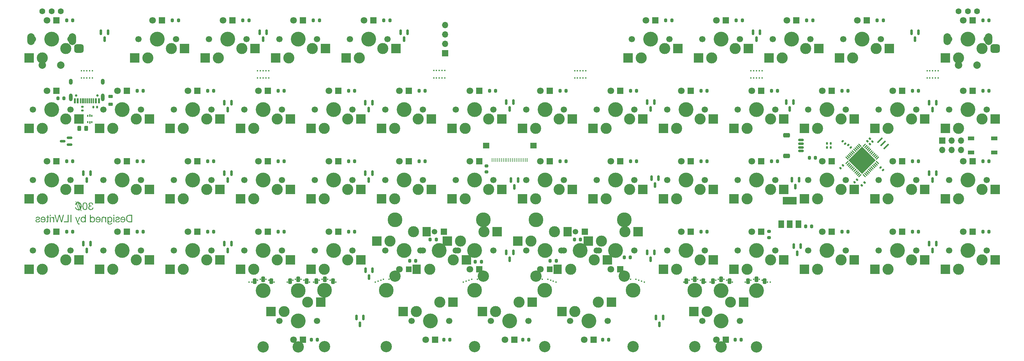
<source format=gbr>
%TF.GenerationSoftware,KiCad,Pcbnew,7.0.1-0*%
%TF.CreationDate,2023-07-02T14:27:39+03:00*%
%TF.ProjectId,30cent,33306365-6e74-42e6-9b69-6361645f7063,rev?*%
%TF.SameCoordinates,Original*%
%TF.FileFunction,Soldermask,Bot*%
%TF.FilePolarity,Negative*%
%FSLAX46Y46*%
G04 Gerber Fmt 4.6, Leading zero omitted, Abs format (unit mm)*
G04 Created by KiCad (PCBNEW 7.0.1-0) date 2023-07-02 14:27:39*
%MOMM*%
%LPD*%
G01*
G04 APERTURE LIST*
G04 Aperture macros list*
%AMRoundRect*
0 Rectangle with rounded corners*
0 $1 Rounding radius*
0 $2 $3 $4 $5 $6 $7 $8 $9 X,Y pos of 4 corners*
0 Add a 4 corners polygon primitive as box body*
4,1,4,$2,$3,$4,$5,$6,$7,$8,$9,$2,$3,0*
0 Add four circle primitives for the rounded corners*
1,1,$1+$1,$2,$3*
1,1,$1+$1,$4,$5*
1,1,$1+$1,$6,$7*
1,1,$1+$1,$8,$9*
0 Add four rect primitives between the rounded corners*
20,1,$1+$1,$2,$3,$4,$5,0*
20,1,$1+$1,$4,$5,$6,$7,0*
20,1,$1+$1,$6,$7,$8,$9,0*
20,1,$1+$1,$8,$9,$2,$3,0*%
%AMRotRect*
0 Rectangle, with rotation*
0 The origin of the aperture is its center*
0 $1 length*
0 $2 width*
0 $3 Rotation angle, in degrees counterclockwise*
0 Add horizontal line*
21,1,$1,$2,0,0,$3*%
G04 Aperture macros list end*
%ADD10C,0.300000*%
%ADD11C,0.400000*%
%ADD12R,1.800000X1.800000*%
%ADD13C,1.800000*%
%ADD14C,3.048000*%
%ADD15C,3.987800*%
%ADD16RoundRect,0.250000X-0.250000X-0.500000X0.250000X-0.500000X0.250000X0.500000X-0.250000X0.500000X0*%
%ADD17C,3.050000*%
%ADD18C,4.000000*%
%ADD19R,1.700000X1.700000*%
%ADD20O,1.700000X1.700000*%
%ADD21C,1.500000*%
%ADD22C,1.600000*%
%ADD23O,2.000000X3.200000*%
%ADD24C,2.000000*%
%ADD25C,1.700000*%
%ADD26C,3.000000*%
%ADD27C,1.200000*%
%ADD28R,2.550000X2.500000*%
%ADD29RoundRect,0.150000X-0.150000X0.587500X-0.150000X-0.587500X0.150000X-0.587500X0.150000X0.587500X0*%
%ADD30RoundRect,0.140000X-0.021213X0.219203X-0.219203X0.021213X0.021213X-0.219203X0.219203X-0.021213X0*%
%ADD31RoundRect,0.200000X-0.200000X-0.275000X0.200000X-0.275000X0.200000X0.275000X-0.200000X0.275000X0*%
%ADD32R,2.300000X2.500000*%
%ADD33R,1.500000X1.500000*%
%ADD34RoundRect,0.150000X0.587500X0.150000X-0.587500X0.150000X-0.587500X-0.150000X0.587500X-0.150000X0*%
%ADD35RoundRect,0.200000X0.200000X0.275000X-0.200000X0.275000X-0.200000X-0.275000X0.200000X-0.275000X0*%
%ADD36RoundRect,0.200000X-0.275000X0.200000X-0.275000X-0.200000X0.275000X-0.200000X0.275000X0.200000X0*%
%ADD37RoundRect,0.140000X0.219203X0.021213X0.021213X0.219203X-0.219203X-0.021213X-0.021213X-0.219203X0*%
%ADD38RoundRect,0.062500X-0.380070X0.291682X0.291682X-0.380070X0.380070X-0.291682X-0.291682X0.380070X0*%
%ADD39RoundRect,0.062500X-0.380070X-0.291682X-0.291682X-0.380070X0.380070X0.291682X0.291682X0.380070X0*%
%ADD40RotRect,5.200000X5.200000X315.000000*%
%ADD41RoundRect,0.135000X-0.135000X-0.185000X0.135000X-0.185000X0.135000X0.185000X-0.135000X0.185000X0*%
%ADD42RoundRect,0.575000X-0.700000X-0.575000X0.700000X-0.575000X0.700000X0.575000X-0.700000X0.575000X0*%
%ADD43RoundRect,0.135000X0.185000X-0.135000X0.185000X0.135000X-0.185000X0.135000X-0.185000X-0.135000X0*%
%ADD44R,1.500000X2.000000*%
%ADD45R,3.800000X2.000000*%
%ADD46RoundRect,0.135000X-0.035355X0.226274X-0.226274X0.035355X0.035355X-0.226274X0.226274X-0.035355X0*%
%ADD47RoundRect,0.218750X0.381250X-0.218750X0.381250X0.218750X-0.381250X0.218750X-0.381250X-0.218750X0*%
%ADD48R,1.700000X1.000000*%
%ADD49RoundRect,0.243750X0.243750X0.456250X-0.243750X0.456250X-0.243750X-0.456250X0.243750X-0.456250X0*%
%ADD50RoundRect,0.150000X0.625000X-0.150000X0.625000X0.150000X-0.625000X0.150000X-0.625000X-0.150000X0*%
%ADD51RoundRect,0.250000X0.650000X-0.350000X0.650000X0.350000X-0.650000X0.350000X-0.650000X-0.350000X0*%
%ADD52RoundRect,0.140000X-0.219203X-0.021213X-0.021213X-0.219203X0.219203X0.021213X0.021213X0.219203X0*%
%ADD53R,0.250000X1.100000*%
%ADD54R,1.700000X1.500000*%
%ADD55RotRect,0.400000X1.900000X135.000000*%
%ADD56R,0.375000X0.500000*%
%ADD57R,0.300000X0.650000*%
%ADD58RoundRect,0.140000X0.021213X-0.219203X0.219203X-0.021213X-0.021213X0.219203X-0.219203X0.021213X0*%
%ADD59RoundRect,0.135000X0.135000X0.185000X-0.135000X0.185000X-0.135000X-0.185000X0.135000X-0.185000X0*%
%ADD60C,2.950000*%
%ADD61C,0.650000*%
%ADD62R,0.600000X1.450000*%
%ADD63R,0.300000X1.450000*%
%ADD64O,1.000000X1.600000*%
%ADD65O,1.000000X2.100000*%
G04 APERTURE END LIST*
D10*
G36*
X36129918Y-76479586D02*
G01*
X36129918Y-76669607D01*
X36108790Y-76669607D01*
X36087233Y-76669607D01*
X36065247Y-76669607D01*
X36042831Y-76669607D01*
X36019985Y-76669607D01*
X35996711Y-76669607D01*
X35987281Y-76669607D01*
X35965123Y-76669973D01*
X35943347Y-76671072D01*
X35921953Y-76672904D01*
X35900941Y-76675469D01*
X35880310Y-76678766D01*
X35860061Y-76682796D01*
X35840193Y-76687559D01*
X35820707Y-76693054D01*
X35801748Y-76699305D01*
X35783460Y-76706335D01*
X35761545Y-76716217D01*
X35740679Y-76727315D01*
X35720863Y-76739630D01*
X35702097Y-76753161D01*
X35687839Y-76764862D01*
X35670973Y-76780370D01*
X35655181Y-76796976D01*
X35640462Y-76814679D01*
X35626816Y-76833479D01*
X35614244Y-76853376D01*
X35602745Y-76874370D01*
X35598446Y-76883075D01*
X35588736Y-76905405D01*
X35582153Y-76923991D01*
X35576623Y-76943217D01*
X35572146Y-76963085D01*
X35568723Y-76983594D01*
X35566353Y-77004743D01*
X35565037Y-77026534D01*
X35564740Y-77043299D01*
X35565290Y-77065006D01*
X35566939Y-77086163D01*
X35569686Y-77106771D01*
X35573533Y-77126830D01*
X35578479Y-77146338D01*
X35584524Y-77165298D01*
X35591668Y-77183708D01*
X35599911Y-77201568D01*
X35611346Y-77222872D01*
X35623973Y-77243127D01*
X35637793Y-77262333D01*
X35652805Y-77280489D01*
X35669010Y-77297595D01*
X35686408Y-77313652D01*
X35693701Y-77319781D01*
X35712508Y-77334217D01*
X35732293Y-77347602D01*
X35753056Y-77359938D01*
X35770370Y-77369052D01*
X35788311Y-77377493D01*
X35806877Y-77385263D01*
X35826069Y-77392362D01*
X35830965Y-77394031D01*
X35850642Y-77400099D01*
X35870594Y-77405358D01*
X35890820Y-77409808D01*
X35911321Y-77413449D01*
X35932097Y-77416280D01*
X35953148Y-77418303D01*
X35974473Y-77419516D01*
X35996073Y-77419921D01*
X36021215Y-77419446D01*
X36045594Y-77418020D01*
X36069209Y-77415645D01*
X36092061Y-77412319D01*
X36114149Y-77408043D01*
X36135475Y-77402816D01*
X36156037Y-77396640D01*
X36175836Y-77389513D01*
X36194872Y-77381436D01*
X36213144Y-77372408D01*
X36230653Y-77362430D01*
X36247399Y-77351502D01*
X36263382Y-77339624D01*
X36278601Y-77326796D01*
X36293057Y-77313017D01*
X36306750Y-77298288D01*
X36319666Y-77282746D01*
X36331793Y-77266651D01*
X36343129Y-77250002D01*
X36353675Y-77232800D01*
X36363432Y-77215045D01*
X36372398Y-77196736D01*
X36380575Y-77177874D01*
X36387961Y-77158459D01*
X36394557Y-77138490D01*
X36400364Y-77117968D01*
X36405380Y-77096893D01*
X36409607Y-77075264D01*
X36413044Y-77053082D01*
X36415690Y-77030346D01*
X36417547Y-77007057D01*
X36418613Y-76983215D01*
X36656506Y-76983215D01*
X36656626Y-77011774D01*
X36655888Y-77039749D01*
X36654291Y-77067141D01*
X36651835Y-77093948D01*
X36648520Y-77120172D01*
X36644347Y-77145812D01*
X36639315Y-77170868D01*
X36633425Y-77195340D01*
X36626676Y-77219228D01*
X36619068Y-77242532D01*
X36613519Y-77257744D01*
X36604462Y-77279975D01*
X36594692Y-77301604D01*
X36584209Y-77322633D01*
X36573013Y-77343061D01*
X36561105Y-77362887D01*
X36548484Y-77382113D01*
X36535150Y-77400737D01*
X36521104Y-77418761D01*
X36506345Y-77436183D01*
X36490873Y-77453004D01*
X36480163Y-77463885D01*
X36463542Y-77479640D01*
X36446285Y-77494665D01*
X36428394Y-77508960D01*
X36409866Y-77522526D01*
X36390704Y-77535362D01*
X36370906Y-77547467D01*
X36350473Y-77558843D01*
X36329404Y-77569489D01*
X36307700Y-77579405D01*
X36285360Y-77588592D01*
X36270114Y-77594310D01*
X36246784Y-77602254D01*
X36222956Y-77609417D01*
X36198630Y-77615799D01*
X36173806Y-77621398D01*
X36148484Y-77626217D01*
X36122664Y-77630254D01*
X36096345Y-77633510D01*
X36069529Y-77635984D01*
X36042215Y-77637677D01*
X36014403Y-77638589D01*
X35995585Y-77638763D01*
X35969523Y-77638432D01*
X35943727Y-77637440D01*
X35918198Y-77635787D01*
X35892934Y-77633473D01*
X35867937Y-77630498D01*
X35843206Y-77626861D01*
X35818741Y-77622564D01*
X35794542Y-77617605D01*
X35770610Y-77611985D01*
X35746944Y-77605704D01*
X35731314Y-77601149D01*
X35708242Y-77593766D01*
X35685736Y-77585722D01*
X35663797Y-77577016D01*
X35642425Y-77567650D01*
X35621619Y-77557622D01*
X35601381Y-77546933D01*
X35581709Y-77535583D01*
X35562603Y-77523572D01*
X35544065Y-77510899D01*
X35526093Y-77497565D01*
X35514426Y-77488309D01*
X35497446Y-77473873D01*
X35481127Y-77458777D01*
X35465470Y-77443019D01*
X35450473Y-77426600D01*
X35436138Y-77409519D01*
X35422463Y-77391778D01*
X35409450Y-77373375D01*
X35397098Y-77354311D01*
X35385408Y-77334586D01*
X35374378Y-77314200D01*
X35367392Y-77300242D01*
X35357615Y-77278688D01*
X35348799Y-77256524D01*
X35340945Y-77233751D01*
X35334053Y-77210368D01*
X35328123Y-77186376D01*
X35323154Y-77161773D01*
X35319147Y-77136562D01*
X35316101Y-77110740D01*
X35314018Y-77084309D01*
X35312896Y-77057268D01*
X35312682Y-77038902D01*
X35313027Y-77016800D01*
X35314063Y-76995068D01*
X35315790Y-76973706D01*
X35318208Y-76952715D01*
X35321316Y-76932094D01*
X35325115Y-76911842D01*
X35329605Y-76891961D01*
X35334786Y-76872451D01*
X35340657Y-76853310D01*
X35347219Y-76834540D01*
X35354472Y-76816139D01*
X35362416Y-76798109D01*
X35371050Y-76780449D01*
X35380375Y-76763160D01*
X35390391Y-76746240D01*
X35401098Y-76729691D01*
X35412455Y-76713626D01*
X35430865Y-76690881D01*
X35450923Y-76669760D01*
X35472630Y-76650261D01*
X35488018Y-76638163D01*
X35504138Y-76626787D01*
X35520990Y-76616132D01*
X35538576Y-76606198D01*
X35556894Y-76596985D01*
X35575945Y-76588494D01*
X35595729Y-76580724D01*
X35616245Y-76573675D01*
X35637494Y-76567348D01*
X35659476Y-76561742D01*
X35670742Y-76559209D01*
X35670742Y-76553836D01*
X35649103Y-76543214D01*
X35628152Y-76531682D01*
X35607887Y-76519240D01*
X35588310Y-76505888D01*
X35569419Y-76491625D01*
X35551215Y-76476453D01*
X35533699Y-76460370D01*
X35516869Y-76443377D01*
X35500726Y-76425474D01*
X35485270Y-76406660D01*
X35475348Y-76393613D01*
X35461293Y-76373463D01*
X35448620Y-76352763D01*
X35437330Y-76331514D01*
X35427423Y-76309715D01*
X35418897Y-76287367D01*
X35411755Y-76264469D01*
X35405995Y-76241022D01*
X35401617Y-76217025D01*
X35398621Y-76192479D01*
X35397009Y-76167383D01*
X35396701Y-76150347D01*
X35397109Y-76124386D01*
X35398333Y-76099079D01*
X35400372Y-76074423D01*
X35403227Y-76050421D01*
X35406898Y-76027071D01*
X35411385Y-76004373D01*
X35416687Y-75982329D01*
X35422805Y-75960936D01*
X35429739Y-75940197D01*
X35437488Y-75920110D01*
X35443107Y-75907081D01*
X35452030Y-75888086D01*
X35461580Y-75869752D01*
X35471757Y-75852079D01*
X35482560Y-75835067D01*
X35493991Y-75818717D01*
X35506048Y-75803028D01*
X35518732Y-75788000D01*
X35532042Y-75773633D01*
X35545980Y-75759927D01*
X35560544Y-75746882D01*
X35570602Y-75738553D01*
X35586064Y-75726480D01*
X35602041Y-75714991D01*
X35618533Y-75704086D01*
X35635540Y-75693765D01*
X35653063Y-75684028D01*
X35671101Y-75674875D01*
X35689653Y-75666305D01*
X35708722Y-75658319D01*
X35728305Y-75650918D01*
X35748403Y-75644100D01*
X35762089Y-75639879D01*
X35782951Y-75633943D01*
X35804140Y-75628591D01*
X35825656Y-75623822D01*
X35847497Y-75619637D01*
X35869665Y-75616037D01*
X35892159Y-75613020D01*
X35914980Y-75610587D01*
X35938127Y-75608738D01*
X35961600Y-75607473D01*
X35985399Y-75606792D01*
X36001447Y-75606662D01*
X36028981Y-75607100D01*
X36055898Y-75608414D01*
X36082196Y-75610603D01*
X36107875Y-75613669D01*
X36132937Y-75617610D01*
X36157380Y-75622427D01*
X36181206Y-75628120D01*
X36204412Y-75634689D01*
X36227001Y-75642134D01*
X36248972Y-75650454D01*
X36263275Y-75656488D01*
X36284194Y-75666065D01*
X36304451Y-75676294D01*
X36324047Y-75687176D01*
X36342982Y-75698711D01*
X36361256Y-75710898D01*
X36378869Y-75723738D01*
X36395820Y-75737231D01*
X36412110Y-75751376D01*
X36427740Y-75766174D01*
X36442708Y-75781624D01*
X36452319Y-75792287D01*
X36466123Y-75808773D01*
X36479327Y-75825809D01*
X36491929Y-75843394D01*
X36503931Y-75861530D01*
X36515331Y-75880214D01*
X36526130Y-75899448D01*
X36536328Y-75919232D01*
X36545925Y-75939565D01*
X36554921Y-75960448D01*
X36563316Y-75981880D01*
X36568579Y-75996474D01*
X36575871Y-76018683D01*
X36582546Y-76041348D01*
X36588603Y-76064467D01*
X36594041Y-76088042D01*
X36598861Y-76112072D01*
X36603063Y-76136556D01*
X36606646Y-76161496D01*
X36609611Y-76186892D01*
X36611958Y-76212742D01*
X36613687Y-76239047D01*
X36614496Y-76256837D01*
X36376604Y-76256837D01*
X36376253Y-76235236D01*
X36375199Y-76213911D01*
X36373444Y-76192860D01*
X36370986Y-76172084D01*
X36367826Y-76151583D01*
X36363964Y-76131357D01*
X36359400Y-76111405D01*
X36354133Y-76091728D01*
X36348149Y-76072380D01*
X36341433Y-76053657D01*
X36333983Y-76035560D01*
X36323641Y-76013819D01*
X36312154Y-75993056D01*
X36299522Y-75973271D01*
X36285745Y-75954464D01*
X36270635Y-75936589D01*
X36254309Y-75919907D01*
X36236766Y-75904418D01*
X36218006Y-75890121D01*
X36198030Y-75877017D01*
X36176838Y-75865105D01*
X36168020Y-75860675D01*
X36149817Y-75852431D01*
X36130865Y-75845287D01*
X36111165Y-75839242D01*
X36090717Y-75834296D01*
X36069522Y-75830450D01*
X36047578Y-75827702D01*
X36024886Y-75826053D01*
X36001447Y-75825504D01*
X35973587Y-75826221D01*
X35946612Y-75828372D01*
X35920522Y-75831957D01*
X35895315Y-75836975D01*
X35870994Y-75843428D01*
X35847556Y-75851315D01*
X35825004Y-75860636D01*
X35803335Y-75871391D01*
X35782551Y-75883580D01*
X35762652Y-75897202D01*
X35749877Y-75907081D01*
X35731806Y-75923002D01*
X35715513Y-75940357D01*
X35700997Y-75959146D01*
X35688259Y-75979369D01*
X35677298Y-76001026D01*
X35668114Y-76024117D01*
X35660708Y-76048642D01*
X35655080Y-76074601D01*
X35651229Y-76101994D01*
X35649155Y-76130821D01*
X35648760Y-76150835D01*
X35649241Y-76170596D01*
X35651194Y-76194546D01*
X35654650Y-76217660D01*
X35659609Y-76239940D01*
X35666071Y-76261386D01*
X35674035Y-76281996D01*
X35679535Y-76293961D01*
X35689664Y-76312988D01*
X35700820Y-76330989D01*
X35713001Y-76347964D01*
X35726208Y-76363914D01*
X35740440Y-76378838D01*
X35755698Y-76392737D01*
X35762089Y-76398009D01*
X35778687Y-76410355D01*
X35796120Y-76421746D01*
X35814389Y-76432184D01*
X35833492Y-76441667D01*
X35853429Y-76450197D01*
X35874202Y-76457772D01*
X35882745Y-76460535D01*
X35904283Y-76466727D01*
X35926155Y-76471869D01*
X35948361Y-76475962D01*
X35970901Y-76479006D01*
X35993775Y-76481000D01*
X36016983Y-76481945D01*
X36026359Y-76482028D01*
X36077162Y-76482028D01*
X36097076Y-76482028D01*
X36105006Y-76482028D01*
X36124875Y-76480416D01*
X36129918Y-76479586D01*
G37*
G36*
X34435498Y-75607061D02*
G01*
X34463203Y-75608259D01*
X34490144Y-75610256D01*
X34516320Y-75613051D01*
X34541733Y-75616644D01*
X34566381Y-75621036D01*
X34590264Y-75626227D01*
X34613384Y-75632216D01*
X34635739Y-75639004D01*
X34657331Y-75646590D01*
X34671300Y-75652091D01*
X34691669Y-75660792D01*
X34711377Y-75670043D01*
X34730424Y-75679843D01*
X34748809Y-75690193D01*
X34766533Y-75701092D01*
X34783596Y-75712541D01*
X34799998Y-75724540D01*
X34815739Y-75737088D01*
X34830819Y-75750185D01*
X34845237Y-75763832D01*
X34854482Y-75773236D01*
X34867859Y-75787747D01*
X34880694Y-75802705D01*
X34892989Y-75818110D01*
X34904743Y-75833961D01*
X34915956Y-75850258D01*
X34926627Y-75867002D01*
X34936758Y-75884193D01*
X34946348Y-75901830D01*
X34955397Y-75919913D01*
X34963905Y-75938443D01*
X34969276Y-75951045D01*
X34976981Y-75970194D01*
X34984343Y-75989541D01*
X34991361Y-76009086D01*
X34998036Y-76028828D01*
X35004367Y-76048768D01*
X35010355Y-76068905D01*
X35015999Y-76089240D01*
X35021300Y-76109772D01*
X35026257Y-76130501D01*
X35030871Y-76151429D01*
X35033756Y-76165490D01*
X35037824Y-76186699D01*
X35041599Y-76208011D01*
X35045082Y-76229426D01*
X35048274Y-76250944D01*
X35051173Y-76272565D01*
X35053781Y-76294290D01*
X35056096Y-76316117D01*
X35058120Y-76338047D01*
X35059851Y-76360081D01*
X35061291Y-76382217D01*
X35062089Y-76397032D01*
X35063049Y-76419128D01*
X35063915Y-76441087D01*
X35064686Y-76462909D01*
X35065363Y-76484593D01*
X35065945Y-76506140D01*
X35066434Y-76527549D01*
X35066827Y-76548821D01*
X35067126Y-76569956D01*
X35067331Y-76590953D01*
X35067441Y-76611813D01*
X35067462Y-76625643D01*
X35067415Y-76646329D01*
X35067273Y-76667168D01*
X35067037Y-76688163D01*
X35066706Y-76709312D01*
X35066281Y-76730615D01*
X35065762Y-76752073D01*
X35065148Y-76773686D01*
X35064439Y-76795453D01*
X35063637Y-76817375D01*
X35062739Y-76839451D01*
X35062089Y-76854255D01*
X35060844Y-76876377D01*
X35059307Y-76898413D01*
X35057478Y-76920363D01*
X35055357Y-76942228D01*
X35052944Y-76964006D01*
X35050239Y-76985699D01*
X35047242Y-77007306D01*
X35043954Y-77028827D01*
X35040373Y-77050262D01*
X35036500Y-77071612D01*
X35033756Y-77085797D01*
X35029372Y-77106843D01*
X35024643Y-77127665D01*
X35019571Y-77148265D01*
X35014156Y-77168641D01*
X35008397Y-77188794D01*
X35002295Y-77208723D01*
X34995849Y-77228430D01*
X34989060Y-77247913D01*
X34981927Y-77267173D01*
X34974451Y-77286209D01*
X34969276Y-77298777D01*
X34961129Y-77317342D01*
X34952441Y-77335487D01*
X34943212Y-77353212D01*
X34933441Y-77370515D01*
X34923130Y-77387398D01*
X34912278Y-77403860D01*
X34900885Y-77419901D01*
X34888951Y-77435522D01*
X34876476Y-77450722D01*
X34863460Y-77465501D01*
X34854482Y-77475120D01*
X34840505Y-77489125D01*
X34825866Y-77502563D01*
X34810566Y-77515434D01*
X34794605Y-77527739D01*
X34777982Y-77539477D01*
X34760699Y-77550648D01*
X34742754Y-77561253D01*
X34724148Y-77571290D01*
X34704881Y-77580762D01*
X34684953Y-77589666D01*
X34671300Y-77595287D01*
X34650218Y-77603057D01*
X34628373Y-77610062D01*
X34605762Y-77616303D01*
X34582388Y-77621780D01*
X34558250Y-77626493D01*
X34533347Y-77630441D01*
X34507680Y-77633625D01*
X34481249Y-77636045D01*
X34454053Y-77637701D01*
X34426094Y-77638593D01*
X34407029Y-77638763D01*
X34378049Y-77638380D01*
X34349911Y-77637234D01*
X34322614Y-77635324D01*
X34296158Y-77632649D01*
X34270544Y-77629210D01*
X34245772Y-77625007D01*
X34221841Y-77620039D01*
X34198751Y-77614308D01*
X34176503Y-77607812D01*
X34155097Y-77600552D01*
X34141293Y-77595287D01*
X34121099Y-77586761D01*
X34101548Y-77577668D01*
X34082642Y-77568008D01*
X34064380Y-77557781D01*
X34046761Y-77546987D01*
X34029787Y-77535627D01*
X34013456Y-77523700D01*
X33997770Y-77511207D01*
X33982728Y-77498146D01*
X33968329Y-77484519D01*
X33959088Y-77475120D01*
X33945711Y-77460621D01*
X33932876Y-77445702D01*
X33920581Y-77430362D01*
X33908827Y-77414601D01*
X33897615Y-77398420D01*
X33886943Y-77381817D01*
X33876812Y-77364794D01*
X33867222Y-77347350D01*
X33858173Y-77329486D01*
X33849665Y-77311200D01*
X33844294Y-77298777D01*
X33836589Y-77279889D01*
X33829227Y-77260778D01*
X33822209Y-77241443D01*
X33815534Y-77221886D01*
X33809203Y-77202105D01*
X33803215Y-77182101D01*
X33797571Y-77161874D01*
X33792270Y-77141423D01*
X33787313Y-77120749D01*
X33782699Y-77099852D01*
X33779814Y-77085797D01*
X33775751Y-77064505D01*
X33771988Y-77043127D01*
X33768527Y-77021663D01*
X33765365Y-77000113D01*
X33762504Y-76978478D01*
X33759944Y-76956756D01*
X33757684Y-76934949D01*
X33755725Y-76913056D01*
X33754067Y-76891077D01*
X33752708Y-76869012D01*
X33751970Y-76854255D01*
X33750922Y-76832075D01*
X33749978Y-76810050D01*
X33749136Y-76788180D01*
X33748398Y-76766465D01*
X33747763Y-76744903D01*
X33747230Y-76723497D01*
X33746801Y-76702245D01*
X33746475Y-76681147D01*
X33746251Y-76660205D01*
X33746131Y-76639416D01*
X33746108Y-76625643D01*
X33746119Y-76621247D01*
X33998167Y-76621247D01*
X33998231Y-76642453D01*
X33998424Y-76664123D01*
X33998746Y-76686257D01*
X33999197Y-76708854D01*
X33999777Y-76731915D01*
X34000485Y-76755439D01*
X34001322Y-76779428D01*
X34002288Y-76803879D01*
X34003383Y-76828795D01*
X34004607Y-76854174D01*
X34005494Y-76871352D01*
X34007047Y-76897126D01*
X34009141Y-76922608D01*
X34011775Y-76947799D01*
X34014951Y-76972697D01*
X34018667Y-76997304D01*
X34022925Y-77021618D01*
X34027724Y-77045641D01*
X34033063Y-77069371D01*
X34038943Y-77092810D01*
X34045365Y-77115957D01*
X34049946Y-77131226D01*
X34057407Y-77153614D01*
X34065683Y-77175350D01*
X34074775Y-77196433D01*
X34084682Y-77216864D01*
X34095406Y-77236642D01*
X34106945Y-77255767D01*
X34119299Y-77274240D01*
X34132470Y-77292060D01*
X34146456Y-77309227D01*
X34161258Y-77325742D01*
X34171579Y-77336390D01*
X34187925Y-77351318D01*
X34205456Y-77364777D01*
X34224173Y-77376769D01*
X34244074Y-77387292D01*
X34265160Y-77396346D01*
X34287430Y-77403933D01*
X34310886Y-77410051D01*
X34335527Y-77414700D01*
X34361353Y-77417882D01*
X34388364Y-77419595D01*
X34407029Y-77419921D01*
X34434743Y-77419187D01*
X34461280Y-77416984D01*
X34486641Y-77413314D01*
X34510825Y-77408174D01*
X34533833Y-77401567D01*
X34555664Y-77393491D01*
X34576320Y-77383947D01*
X34595799Y-77372935D01*
X34614101Y-77360454D01*
X34631227Y-77346505D01*
X34641991Y-77336390D01*
X34657337Y-77320310D01*
X34671867Y-77303577D01*
X34685581Y-77286192D01*
X34698480Y-77268155D01*
X34710563Y-77249464D01*
X34721830Y-77230121D01*
X34732281Y-77210126D01*
X34741917Y-77189478D01*
X34750737Y-77168177D01*
X34758741Y-77146224D01*
X34763624Y-77131226D01*
X34770410Y-77108274D01*
X34776664Y-77085030D01*
X34782386Y-77061494D01*
X34787575Y-77037666D01*
X34792232Y-77013546D01*
X34796356Y-76989134D01*
X34799948Y-76964430D01*
X34803008Y-76939434D01*
X34805535Y-76914147D01*
X34807530Y-76888567D01*
X34808565Y-76871352D01*
X34809787Y-76845663D01*
X34810889Y-76820438D01*
X34811870Y-76795677D01*
X34812732Y-76771380D01*
X34813473Y-76747546D01*
X34814094Y-76724176D01*
X34814595Y-76701270D01*
X34814976Y-76678827D01*
X34815236Y-76656848D01*
X34815377Y-76635333D01*
X34815403Y-76621247D01*
X34815368Y-76598273D01*
X34815260Y-76574535D01*
X34815123Y-76554996D01*
X34814940Y-76534968D01*
X34814711Y-76514452D01*
X34814436Y-76493447D01*
X34814115Y-76471953D01*
X34813938Y-76461024D01*
X34813404Y-76438927D01*
X34812534Y-76416846D01*
X34811328Y-76394780D01*
X34809786Y-76372730D01*
X34807908Y-76350695D01*
X34805695Y-76328674D01*
X34803145Y-76306670D01*
X34800260Y-76284680D01*
X34796910Y-76262767D01*
X34793208Y-76240991D01*
X34789155Y-76219353D01*
X34784751Y-76197852D01*
X34779996Y-76176488D01*
X34774890Y-76155262D01*
X34769432Y-76134173D01*
X34763624Y-76113222D01*
X34757296Y-76092553D01*
X34750282Y-76072555D01*
X34742581Y-76053230D01*
X34734193Y-76034576D01*
X34725117Y-76016593D01*
X34715355Y-75999282D01*
X34704906Y-75982643D01*
X34693770Y-75966676D01*
X34678696Y-75947568D01*
X34662477Y-75929629D01*
X34645113Y-75912859D01*
X34626604Y-75897258D01*
X34606950Y-75882825D01*
X34590402Y-75872120D01*
X34577511Y-75864583D01*
X34559567Y-75855423D01*
X34540661Y-75847486D01*
X34520793Y-75840769D01*
X34499964Y-75835273D01*
X34478173Y-75830999D01*
X34455420Y-75827946D01*
X34431705Y-75826114D01*
X34407029Y-75825504D01*
X34382239Y-75826114D01*
X34358425Y-75827946D01*
X34335588Y-75830999D01*
X34313729Y-75835273D01*
X34292846Y-75840769D01*
X34272940Y-75847486D01*
X34254011Y-75855423D01*
X34236059Y-75864583D01*
X34218970Y-75874726D01*
X34202629Y-75885618D01*
X34183254Y-75900284D01*
X34165048Y-75916120D01*
X34148010Y-75933124D01*
X34132142Y-75951296D01*
X34120288Y-75966676D01*
X34106335Y-75986740D01*
X34095962Y-76003547D01*
X34086292Y-76021026D01*
X34077323Y-76039176D01*
X34069057Y-76057998D01*
X34061493Y-76077492D01*
X34054632Y-76097657D01*
X34049946Y-76113222D01*
X34044146Y-76134173D01*
X34038711Y-76155262D01*
X34033643Y-76176488D01*
X34028941Y-76197852D01*
X34024606Y-76219353D01*
X34020637Y-76240991D01*
X34017035Y-76262767D01*
X34013798Y-76284680D01*
X34010799Y-76306670D01*
X34008150Y-76328674D01*
X34005853Y-76350695D01*
X34003907Y-76372730D01*
X34002311Y-76394780D01*
X34001067Y-76416846D01*
X34000174Y-76438927D01*
X33999632Y-76461024D01*
X33999289Y-76482761D01*
X33998991Y-76504010D01*
X33998739Y-76524771D01*
X33998533Y-76545043D01*
X33998373Y-76564827D01*
X33998237Y-76588869D01*
X33998173Y-76612149D01*
X33998167Y-76621247D01*
X33746119Y-76621247D01*
X33746160Y-76604875D01*
X33746314Y-76583969D01*
X33746572Y-76562926D01*
X33746933Y-76541746D01*
X33747396Y-76520428D01*
X33747963Y-76498973D01*
X33748633Y-76477380D01*
X33749405Y-76455650D01*
X33750281Y-76433783D01*
X33751260Y-76411778D01*
X33751970Y-76397032D01*
X33753128Y-76374827D01*
X33754586Y-76352725D01*
X33756345Y-76330726D01*
X33758404Y-76308830D01*
X33760764Y-76287037D01*
X33763425Y-76265347D01*
X33766386Y-76243760D01*
X33769647Y-76222276D01*
X33773209Y-76200895D01*
X33777072Y-76179618D01*
X33779814Y-76165490D01*
X33784199Y-76144431D01*
X33788927Y-76123570D01*
X33793999Y-76102906D01*
X33799414Y-76082440D01*
X33805173Y-76062171D01*
X33811275Y-76042099D01*
X33817721Y-76022226D01*
X33824510Y-76002549D01*
X33831643Y-75983070D01*
X33839119Y-75963789D01*
X33844294Y-75951045D01*
X33852441Y-75932217D01*
X33861129Y-75913836D01*
X33870359Y-75895901D01*
X33880129Y-75878413D01*
X33890440Y-75861371D01*
X33901292Y-75844776D01*
X33912685Y-75828627D01*
X33924619Y-75812925D01*
X33937094Y-75797670D01*
X33950110Y-75782860D01*
X33959088Y-75773236D01*
X33973066Y-75759222D01*
X33987704Y-75745758D01*
X34003004Y-75732844D01*
X34018966Y-75720479D01*
X34035588Y-75708664D01*
X34052871Y-75697398D01*
X34070816Y-75686682D01*
X34089422Y-75676516D01*
X34108689Y-75666898D01*
X34128617Y-75657831D01*
X34142270Y-75652091D01*
X34163356Y-75643973D01*
X34185215Y-75636652D01*
X34207846Y-75630131D01*
X34231251Y-75624408D01*
X34255428Y-75619483D01*
X34280378Y-75615358D01*
X34306101Y-75612030D01*
X34332596Y-75609501D01*
X34359865Y-75607771D01*
X34387906Y-75606840D01*
X34407029Y-75606662D01*
X34435498Y-75607061D01*
G37*
G36*
X32145829Y-75630598D02*
G01*
X32171364Y-75618929D01*
X32197595Y-75608101D01*
X32224522Y-75598115D01*
X32252143Y-75588970D01*
X32270944Y-75583341D01*
X32290054Y-75578086D01*
X32309474Y-75573205D01*
X32329202Y-75568698D01*
X32349239Y-75564565D01*
X32369586Y-75560806D01*
X32390242Y-75557420D01*
X32411207Y-75554409D01*
X32432480Y-75551772D01*
X32454064Y-75549509D01*
X32375417Y-75325294D01*
X32582535Y-75325294D01*
X32661181Y-75549998D01*
X32684995Y-75551982D01*
X32708502Y-75554455D01*
X32731702Y-75557417D01*
X32754597Y-75560867D01*
X32777185Y-75564805D01*
X32799467Y-75569232D01*
X32821442Y-75574147D01*
X32843112Y-75579551D01*
X32864475Y-75585443D01*
X32885532Y-75591824D01*
X32906283Y-75598694D01*
X32926727Y-75606051D01*
X32946865Y-75613898D01*
X32966697Y-75622233D01*
X32986222Y-75631056D01*
X33005442Y-75640368D01*
X33024355Y-75650168D01*
X33042962Y-75660457D01*
X33061262Y-75671234D01*
X33079257Y-75682500D01*
X33096945Y-75694254D01*
X33114326Y-75706496D01*
X33131402Y-75719228D01*
X33148171Y-75732447D01*
X33164634Y-75746155D01*
X33180791Y-75760352D01*
X33196641Y-75775037D01*
X33212186Y-75790211D01*
X33227424Y-75805873D01*
X33242355Y-75822023D01*
X33256981Y-75838662D01*
X33271300Y-75855790D01*
X33285786Y-75873687D01*
X33299812Y-75891901D01*
X33313378Y-75910434D01*
X33326484Y-75929284D01*
X33339130Y-75948452D01*
X33351316Y-75967937D01*
X33363043Y-75987741D01*
X33374310Y-76007862D01*
X33385116Y-76028300D01*
X33395463Y-76049056D01*
X33405350Y-76070131D01*
X33414778Y-76091522D01*
X33423745Y-76113232D01*
X33432252Y-76135259D01*
X33440300Y-76157604D01*
X33447888Y-76180266D01*
X33455016Y-76203247D01*
X33461684Y-76226545D01*
X33467892Y-76250160D01*
X33473640Y-76274094D01*
X33478928Y-76298345D01*
X33483757Y-76322914D01*
X33488126Y-76347800D01*
X33492035Y-76373005D01*
X33495484Y-76398527D01*
X33498473Y-76424366D01*
X33501002Y-76450524D01*
X33503071Y-76476999D01*
X33504681Y-76503791D01*
X33505830Y-76530902D01*
X33506520Y-76558330D01*
X33506750Y-76586076D01*
X33506548Y-76615887D01*
X33505941Y-76645297D01*
X33504930Y-76674307D01*
X33503514Y-76702916D01*
X33501694Y-76731124D01*
X33499469Y-76758931D01*
X33496839Y-76786338D01*
X33493805Y-76813344D01*
X33490367Y-76839949D01*
X33486524Y-76866154D01*
X33482276Y-76891958D01*
X33477624Y-76917361D01*
X33472568Y-76942363D01*
X33467107Y-76966965D01*
X33461241Y-76991166D01*
X33454971Y-77014966D01*
X33448296Y-77038366D01*
X33441217Y-77061365D01*
X33433733Y-77083963D01*
X33425845Y-77106161D01*
X33417552Y-77127957D01*
X33408855Y-77149353D01*
X33399753Y-77170349D01*
X33390246Y-77190943D01*
X33380335Y-77211137D01*
X33370020Y-77230930D01*
X33359300Y-77250323D01*
X33348176Y-77269315D01*
X33336647Y-77287906D01*
X33324713Y-77306096D01*
X33312375Y-77323886D01*
X33299632Y-77341275D01*
X33492584Y-77888867D01*
X33285466Y-77888867D01*
X33145271Y-77514687D01*
X33129090Y-77526132D01*
X33112664Y-77537142D01*
X33095995Y-77547717D01*
X33079081Y-77557857D01*
X33061923Y-77567562D01*
X33044521Y-77576832D01*
X33026874Y-77585666D01*
X33008983Y-77594066D01*
X32990848Y-77602031D01*
X32972469Y-77609560D01*
X32953845Y-77616655D01*
X32934978Y-77623314D01*
X32915866Y-77629539D01*
X32896509Y-77635328D01*
X32876909Y-77640682D01*
X32857064Y-77645601D01*
X32946457Y-77888867D01*
X32739339Y-77888867D01*
X32658251Y-77670026D01*
X32645397Y-77670026D01*
X32625545Y-77670026D01*
X32605006Y-77670026D01*
X32579799Y-77669793D01*
X32554921Y-77669094D01*
X32530370Y-77667931D01*
X32506148Y-77666301D01*
X32482254Y-77664206D01*
X32458689Y-77661645D01*
X32435451Y-77658619D01*
X32412542Y-77655127D01*
X32389961Y-77651169D01*
X32367708Y-77646746D01*
X32345784Y-77641858D01*
X32324187Y-77636503D01*
X32302919Y-77630683D01*
X32281979Y-77624398D01*
X32261367Y-77617647D01*
X32241084Y-77610430D01*
X32221128Y-77602748D01*
X32201501Y-77594600D01*
X32182202Y-77585987D01*
X32163231Y-77576908D01*
X32144589Y-77567364D01*
X32126274Y-77557353D01*
X32108288Y-77546878D01*
X32090630Y-77535936D01*
X32073300Y-77524529D01*
X32056299Y-77512657D01*
X32039625Y-77500319D01*
X32023280Y-77487515D01*
X32007263Y-77474246D01*
X31991574Y-77460511D01*
X31976214Y-77446311D01*
X31961181Y-77431645D01*
X31948914Y-77418230D01*
X31925329Y-77390779D01*
X31903012Y-77362501D01*
X31881961Y-77333394D01*
X31862177Y-77303459D01*
X31843661Y-77272696D01*
X31826411Y-77241104D01*
X31810428Y-77208685D01*
X31795713Y-77175437D01*
X31782264Y-77141362D01*
X31770082Y-77106458D01*
X31759168Y-77070726D01*
X31749520Y-77034166D01*
X31741140Y-76996777D01*
X31734026Y-76958561D01*
X31730944Y-76939142D01*
X31728180Y-76919517D01*
X31725731Y-76899684D01*
X31991956Y-76899684D01*
X31997016Y-76924240D01*
X32002428Y-76948204D01*
X32008191Y-76971577D01*
X32014304Y-76994358D01*
X32020769Y-77016548D01*
X32027585Y-77038147D01*
X32034752Y-77059153D01*
X32042270Y-77079569D01*
X32050139Y-77099392D01*
X32058360Y-77118625D01*
X32066931Y-77137265D01*
X32075853Y-77155314D01*
X32085127Y-77172772D01*
X32099696Y-77197849D01*
X32115054Y-77221596D01*
X32135224Y-77249398D01*
X32156530Y-77275406D01*
X32178974Y-77299620D01*
X32202554Y-77322041D01*
X32227273Y-77342668D01*
X32253128Y-77361501D01*
X32280121Y-77378541D01*
X32308251Y-77393787D01*
X32337518Y-77407239D01*
X32367922Y-77418898D01*
X32399464Y-77428763D01*
X32432143Y-77436835D01*
X32465959Y-77443113D01*
X32500912Y-77447597D01*
X32537003Y-77450287D01*
X32574231Y-77451184D01*
X32078418Y-76030179D01*
X32067603Y-76049459D01*
X32057383Y-76069441D01*
X32047758Y-76090126D01*
X32038729Y-76111512D01*
X32030295Y-76133601D01*
X32022456Y-76156392D01*
X32015213Y-76179885D01*
X32008565Y-76204080D01*
X31745271Y-76204080D01*
X31748812Y-76172353D01*
X31753819Y-76141043D01*
X31760292Y-76110148D01*
X31768230Y-76079669D01*
X31777633Y-76049606D01*
X31788502Y-76019959D01*
X31800836Y-75990728D01*
X31814636Y-75961913D01*
X31829901Y-75933514D01*
X31846632Y-75905531D01*
X31864828Y-75877964D01*
X31873457Y-75866048D01*
X32229849Y-75866048D01*
X32773045Y-77394520D01*
X32793819Y-77388633D01*
X32814131Y-77382086D01*
X32833981Y-77374879D01*
X32853370Y-77367012D01*
X32872297Y-77358484D01*
X32890762Y-77349297D01*
X32908765Y-77339449D01*
X32926307Y-77328941D01*
X32943387Y-77317772D01*
X32960005Y-77305944D01*
X32976161Y-77293455D01*
X32991856Y-77280306D01*
X33007088Y-77266496D01*
X33021859Y-77252027D01*
X33036169Y-77236897D01*
X33050016Y-77221107D01*
X32546424Y-75805476D01*
X32753505Y-75805476D01*
X33176045Y-76992984D01*
X33182493Y-76973138D01*
X33188525Y-76952921D01*
X33194140Y-76932334D01*
X33199340Y-76911377D01*
X33204124Y-76890049D01*
X33208492Y-76868352D01*
X33212443Y-76846284D01*
X33215979Y-76823846D01*
X33219099Y-76801038D01*
X33221803Y-76777860D01*
X33224091Y-76754312D01*
X33225963Y-76730393D01*
X33227418Y-76706104D01*
X33228458Y-76681445D01*
X33229082Y-76656416D01*
X33229290Y-76631017D01*
X33229113Y-76604364D01*
X33228580Y-76578140D01*
X33227693Y-76552344D01*
X33226451Y-76526977D01*
X33224854Y-76502038D01*
X33222902Y-76477527D01*
X33220595Y-76453445D01*
X33217933Y-76429791D01*
X33214916Y-76406566D01*
X33211545Y-76383768D01*
X33207818Y-76361400D01*
X33203736Y-76339459D01*
X33199300Y-76317947D01*
X33194509Y-76296864D01*
X33189362Y-76276209D01*
X33183861Y-76255982D01*
X33178005Y-76236183D01*
X33171794Y-76216813D01*
X33165228Y-76197871D01*
X33158307Y-76179358D01*
X33143401Y-76143617D01*
X33127075Y-76109589D01*
X33109329Y-76077274D01*
X33090163Y-76046673D01*
X33069578Y-76017786D01*
X33047574Y-75990612D01*
X33032286Y-75973803D01*
X33016585Y-75957692D01*
X33000473Y-75942280D01*
X32983948Y-75927567D01*
X32967012Y-75913551D01*
X32949663Y-75900234D01*
X32931902Y-75887616D01*
X32913729Y-75875696D01*
X32895143Y-75864474D01*
X32876146Y-75853950D01*
X32856736Y-75844125D01*
X32836914Y-75834999D01*
X32816680Y-75826570D01*
X32796034Y-75818840D01*
X32774976Y-75811809D01*
X32753505Y-75805476D01*
X32546424Y-75805476D01*
X32538083Y-75782028D01*
X32526247Y-75782436D01*
X32503002Y-75783680D01*
X32480326Y-75785497D01*
X32458218Y-75787886D01*
X32436679Y-75790847D01*
X32415708Y-75794381D01*
X32395306Y-75798487D01*
X32375473Y-75803166D01*
X32356208Y-75808417D01*
X32328378Y-75817367D01*
X32301826Y-75827606D01*
X32276554Y-75839132D01*
X32252562Y-75851946D01*
X32229849Y-75866048D01*
X31873457Y-75866048D01*
X31884489Y-75850813D01*
X31905616Y-75824078D01*
X31928209Y-75797759D01*
X31952267Y-75771856D01*
X31977790Y-75746369D01*
X31826848Y-75325294D01*
X32036408Y-75325294D01*
X32145829Y-75630598D01*
G37*
G36*
X47173114Y-80967500D02*
G01*
X46486792Y-80967500D01*
X46455914Y-80967227D01*
X46425563Y-80966408D01*
X46395739Y-80965044D01*
X46366441Y-80963134D01*
X46337670Y-80960678D01*
X46309426Y-80957676D01*
X46281708Y-80954129D01*
X46254517Y-80950036D01*
X46227853Y-80945397D01*
X46201715Y-80940213D01*
X46176104Y-80934483D01*
X46151019Y-80928207D01*
X46126461Y-80921385D01*
X46102430Y-80914018D01*
X46078926Y-80906105D01*
X46055948Y-80897646D01*
X46033424Y-80888609D01*
X46011404Y-80879084D01*
X45989888Y-80869070D01*
X45968875Y-80858567D01*
X45948366Y-80847576D01*
X45928361Y-80836097D01*
X45908860Y-80824129D01*
X45889862Y-80811673D01*
X45871369Y-80798728D01*
X45853379Y-80785294D01*
X45835892Y-80771372D01*
X45818910Y-80756962D01*
X45802431Y-80742063D01*
X45786456Y-80726676D01*
X45770985Y-80710800D01*
X45756017Y-80694436D01*
X45741544Y-80677528D01*
X45727555Y-80660143D01*
X45714052Y-80642281D01*
X45701032Y-80623941D01*
X45688498Y-80605125D01*
X45676448Y-80585832D01*
X45664882Y-80566062D01*
X45653802Y-80545814D01*
X45643206Y-80525090D01*
X45633095Y-80503888D01*
X45623468Y-80482210D01*
X45614326Y-80460054D01*
X45605669Y-80437422D01*
X45597496Y-80414312D01*
X45589808Y-80390726D01*
X45582605Y-80366662D01*
X45575802Y-80342074D01*
X45569439Y-80317035D01*
X45563514Y-80291546D01*
X45558028Y-80265607D01*
X45552981Y-80239217D01*
X45548373Y-80212377D01*
X45544204Y-80185087D01*
X45540473Y-80157346D01*
X45537182Y-80129155D01*
X45534329Y-80100514D01*
X45531915Y-80071422D01*
X45529940Y-80041880D01*
X45528404Y-80011888D01*
X45527307Y-79981445D01*
X45526762Y-79955846D01*
X45792654Y-79955846D01*
X45792803Y-79978896D01*
X45793249Y-80001519D01*
X45793993Y-80023715D01*
X45795035Y-80045483D01*
X45796375Y-80066823D01*
X45798012Y-80087737D01*
X45799947Y-80108223D01*
X45802179Y-80128281D01*
X45804709Y-80147912D01*
X45809063Y-80176557D01*
X45814086Y-80204241D01*
X45819779Y-80230962D01*
X45826142Y-80256722D01*
X45830756Y-80273361D01*
X45837993Y-80297526D01*
X45845599Y-80320926D01*
X45853575Y-80343562D01*
X45861920Y-80365433D01*
X45870634Y-80386541D01*
X45879717Y-80406884D01*
X45889169Y-80426463D01*
X45898991Y-80445278D01*
X45909182Y-80463328D01*
X45919742Y-80480615D01*
X45926987Y-80491714D01*
X45938116Y-80507787D01*
X45953381Y-80528216D01*
X45969135Y-80547500D01*
X45985377Y-80565638D01*
X46002107Y-80582632D01*
X46019326Y-80598481D01*
X46037034Y-80613186D01*
X46055230Y-80626745D01*
X46059855Y-80629956D01*
X46078441Y-80642283D01*
X46097072Y-80653861D01*
X46115749Y-80664692D01*
X46134472Y-80674774D01*
X46153240Y-80684109D01*
X46172055Y-80692696D01*
X46190915Y-80700534D01*
X46209821Y-80707625D01*
X46228620Y-80714036D01*
X46251754Y-80721192D01*
X46274482Y-80727394D01*
X46296805Y-80732641D01*
X46318722Y-80736934D01*
X46340234Y-80740274D01*
X46352947Y-80741819D01*
X46373312Y-80743789D01*
X46396301Y-80745713D01*
X46417710Y-80747155D01*
X46437540Y-80748117D01*
X46458677Y-80748631D01*
X46464322Y-80748658D01*
X46906890Y-80748658D01*
X46906890Y-79185504D01*
X46458948Y-79185504D01*
X46436096Y-79185708D01*
X46413702Y-79186320D01*
X46391766Y-79187341D01*
X46370288Y-79188770D01*
X46349268Y-79190608D01*
X46328706Y-79192854D01*
X46308602Y-79195508D01*
X46288955Y-79198571D01*
X46260345Y-79203930D01*
X46232764Y-79210208D01*
X46206214Y-79217406D01*
X46180695Y-79225521D01*
X46156205Y-79234556D01*
X46148271Y-79237772D01*
X46125049Y-79247993D01*
X46102642Y-79259055D01*
X46081051Y-79270959D01*
X46060275Y-79283705D01*
X46040316Y-79297292D01*
X46021172Y-79311720D01*
X46002843Y-79326990D01*
X45985331Y-79343101D01*
X45968634Y-79360054D01*
X45952753Y-79377849D01*
X45942619Y-79390179D01*
X45927997Y-79409329D01*
X45914174Y-79429226D01*
X45901150Y-79449869D01*
X45888924Y-79471260D01*
X45877496Y-79493398D01*
X45866867Y-79516283D01*
X45857037Y-79539915D01*
X45848005Y-79564294D01*
X45839772Y-79589420D01*
X45832338Y-79615293D01*
X45827825Y-79632957D01*
X45821539Y-79659949D01*
X45815872Y-79687619D01*
X45810823Y-79715968D01*
X45806392Y-79744995D01*
X45803782Y-79764724D01*
X45801447Y-79784754D01*
X45799386Y-79805085D01*
X45797600Y-79825718D01*
X45796088Y-79846652D01*
X45794852Y-79867888D01*
X45793890Y-79889425D01*
X45793203Y-79911264D01*
X45792791Y-79933404D01*
X45792654Y-79955846D01*
X45526762Y-79955846D01*
X45526649Y-79950552D01*
X45526429Y-79919209D01*
X45526672Y-79889347D01*
X45527402Y-79859965D01*
X45528619Y-79831064D01*
X45530322Y-79802644D01*
X45532511Y-79774705D01*
X45535188Y-79747247D01*
X45538350Y-79720270D01*
X45542000Y-79693773D01*
X45546136Y-79667757D01*
X45550758Y-79642223D01*
X45555867Y-79617169D01*
X45561463Y-79592595D01*
X45567545Y-79568503D01*
X45574114Y-79544892D01*
X45581169Y-79521761D01*
X45588711Y-79499112D01*
X45596740Y-79476943D01*
X45605255Y-79455255D01*
X45614256Y-79434047D01*
X45623745Y-79413321D01*
X45633719Y-79393076D01*
X45644181Y-79373311D01*
X45655129Y-79354027D01*
X45666563Y-79335225D01*
X45678485Y-79316903D01*
X45690892Y-79299061D01*
X45703787Y-79281701D01*
X45717168Y-79264822D01*
X45731035Y-79248423D01*
X45745389Y-79232505D01*
X45760230Y-79217068D01*
X45775557Y-79202112D01*
X45791335Y-79187627D01*
X45807530Y-79173601D01*
X45824140Y-79160035D01*
X45841167Y-79146929D01*
X45858609Y-79134282D01*
X45876467Y-79122096D01*
X45894742Y-79110369D01*
X45913432Y-79099103D01*
X45932538Y-79088296D01*
X45952060Y-79077949D01*
X45971999Y-79068062D01*
X45992353Y-79058635D01*
X46013123Y-79049667D01*
X46034309Y-79041160D01*
X46055911Y-79033112D01*
X46077929Y-79025525D01*
X46100364Y-79018397D01*
X46123214Y-79011729D01*
X46146480Y-79005521D01*
X46170162Y-78999772D01*
X46194260Y-78994484D01*
X46218774Y-78989655D01*
X46243704Y-78985287D01*
X46269049Y-78981378D01*
X46294811Y-78977929D01*
X46320989Y-78974940D01*
X46347583Y-78972410D01*
X46374593Y-78970341D01*
X46402019Y-78968731D01*
X46429861Y-78967582D01*
X46458118Y-78966892D01*
X46486792Y-78966662D01*
X47173114Y-78966662D01*
X47173114Y-80967500D01*
G37*
G36*
X44668438Y-79467369D02*
G01*
X44695650Y-79468864D01*
X44722442Y-79471354D01*
X44748813Y-79474840D01*
X44774764Y-79479322D01*
X44800293Y-79484800D01*
X44825402Y-79491275D01*
X44850090Y-79498745D01*
X44874357Y-79507212D01*
X44898204Y-79516674D01*
X44913868Y-79523536D01*
X44936932Y-79534560D01*
X44959412Y-79546382D01*
X44981308Y-79559003D01*
X45002620Y-79572423D01*
X45023348Y-79586641D01*
X45043492Y-79601657D01*
X45063053Y-79617472D01*
X45082029Y-79634086D01*
X45100422Y-79651499D01*
X45118231Y-79669709D01*
X45129779Y-79682294D01*
X45146458Y-79701762D01*
X45162425Y-79721884D01*
X45177679Y-79742658D01*
X45192221Y-79764084D01*
X45206050Y-79786164D01*
X45219166Y-79808895D01*
X45231569Y-79832280D01*
X45243260Y-79856317D01*
X45254238Y-79881006D01*
X45264503Y-79906348D01*
X45270951Y-79923606D01*
X45279943Y-79949954D01*
X45288050Y-79976791D01*
X45295273Y-80004118D01*
X45301611Y-80031935D01*
X45307065Y-80060241D01*
X45311635Y-80089036D01*
X45314190Y-80108505D01*
X45316352Y-80128191D01*
X45318121Y-80148095D01*
X45319496Y-80168217D01*
X45320479Y-80188556D01*
X45321069Y-80209112D01*
X45321265Y-80229886D01*
X45320445Y-80250731D01*
X45319326Y-80271377D01*
X45317911Y-80291825D01*
X45316197Y-80312074D01*
X45314186Y-80332125D01*
X45311877Y-80351977D01*
X45309271Y-80371631D01*
X45306366Y-80391086D01*
X45301452Y-80419897D01*
X45295868Y-80448262D01*
X45289614Y-80476180D01*
X45282690Y-80503652D01*
X45275097Y-80530677D01*
X45272417Y-80539586D01*
X45263883Y-80565800D01*
X45254585Y-80591318D01*
X45244523Y-80616140D01*
X45233696Y-80640268D01*
X45222106Y-80663699D01*
X45209751Y-80686435D01*
X45196632Y-80708476D01*
X45182749Y-80729821D01*
X45168101Y-80750470D01*
X45152690Y-80770424D01*
X45141991Y-80783340D01*
X45125336Y-80802084D01*
X45107976Y-80820028D01*
X45089913Y-80837174D01*
X45071145Y-80853522D01*
X45051673Y-80869071D01*
X45031498Y-80883822D01*
X45010618Y-80897773D01*
X44989034Y-80910927D01*
X44966746Y-80923282D01*
X44943753Y-80934838D01*
X44928034Y-80942098D01*
X44903721Y-80952225D01*
X44878592Y-80961355D01*
X44852648Y-80969490D01*
X44825887Y-80976628D01*
X44798311Y-80982770D01*
X44769919Y-80987917D01*
X44750538Y-80990794D01*
X44730795Y-80993229D01*
X44710689Y-80995221D01*
X44690220Y-80996770D01*
X44669389Y-80997877D01*
X44648195Y-80998541D01*
X44626638Y-80998763D01*
X44596192Y-80998272D01*
X44566402Y-80996801D01*
X44537268Y-80994349D01*
X44508791Y-80990916D01*
X44480971Y-80986503D01*
X44453806Y-80981108D01*
X44427298Y-80974733D01*
X44401447Y-80967377D01*
X44376251Y-80959041D01*
X44351713Y-80949723D01*
X44327830Y-80939425D01*
X44304604Y-80928146D01*
X44282035Y-80915886D01*
X44260122Y-80902645D01*
X44238865Y-80888424D01*
X44218264Y-80873222D01*
X44198380Y-80856989D01*
X44179392Y-80839799D01*
X44161301Y-80821650D01*
X44144106Y-80802544D01*
X44127809Y-80782480D01*
X44112408Y-80761458D01*
X44097904Y-80739478D01*
X44084297Y-80716540D01*
X44071587Y-80692644D01*
X44059774Y-80667791D01*
X44048857Y-80641979D01*
X44038838Y-80615210D01*
X44029715Y-80587482D01*
X44021489Y-80558797D01*
X44014159Y-80529154D01*
X44007727Y-80498553D01*
X44243177Y-80498553D01*
X44249527Y-80524571D01*
X44257036Y-80549318D01*
X44265704Y-80572794D01*
X44275532Y-80594999D01*
X44286518Y-80615933D01*
X44298664Y-80635596D01*
X44311969Y-80653989D01*
X44326433Y-80671111D01*
X44342057Y-80686962D01*
X44358840Y-80701542D01*
X44370672Y-80710556D01*
X44389284Y-80722952D01*
X44408848Y-80734129D01*
X44429366Y-80744087D01*
X44450837Y-80752825D01*
X44473261Y-80760344D01*
X44496638Y-80766644D01*
X44520969Y-80771725D01*
X44546252Y-80775586D01*
X44572489Y-80778228D01*
X44599678Y-80779650D01*
X44618334Y-80779921D01*
X44640137Y-80779582D01*
X44661399Y-80778564D01*
X44682120Y-80776868D01*
X44702300Y-80774494D01*
X44721939Y-80771442D01*
X44747283Y-80766316D01*
X44771666Y-80759985D01*
X44795086Y-80752448D01*
X44817545Y-80743705D01*
X44823010Y-80741331D01*
X44844152Y-80731271D01*
X44864348Y-80720387D01*
X44883597Y-80708678D01*
X44901900Y-80696146D01*
X44919257Y-80682789D01*
X44935667Y-80668607D01*
X44951130Y-80653602D01*
X44965648Y-80637772D01*
X44979211Y-80621232D01*
X44991812Y-80604097D01*
X45003452Y-80586366D01*
X45014130Y-80568040D01*
X45023846Y-80549119D01*
X45032601Y-80529603D01*
X45040393Y-80509491D01*
X45047225Y-80488784D01*
X45053018Y-80467626D01*
X45057941Y-80446163D01*
X45061994Y-80424395D01*
X45065177Y-80402322D01*
X45067489Y-80379943D01*
X45068932Y-80357259D01*
X45069504Y-80334269D01*
X45069207Y-80310975D01*
X43985257Y-80310975D01*
X43984554Y-80285750D01*
X43984461Y-80260268D01*
X43984978Y-80234528D01*
X43986104Y-80208530D01*
X43987840Y-80182275D01*
X43990185Y-80155762D01*
X43993141Y-80128992D01*
X43996706Y-80101964D01*
X43998210Y-80092133D01*
X44237315Y-80092133D01*
X45069207Y-80092133D01*
X45067466Y-80071403D01*
X45064932Y-80050978D01*
X45061604Y-80030859D01*
X45057483Y-80011045D01*
X45052567Y-79991536D01*
X45046858Y-79972332D01*
X45040355Y-79953434D01*
X45033059Y-79934841D01*
X45024899Y-79916683D01*
X45016053Y-79899090D01*
X45004029Y-79877893D01*
X44990932Y-79857578D01*
X44976762Y-79838146D01*
X44961518Y-79819596D01*
X44948551Y-79805392D01*
X44931411Y-79788574D01*
X44913269Y-79772925D01*
X44894125Y-79758444D01*
X44873980Y-79745133D01*
X44852833Y-79732990D01*
X44835194Y-79724117D01*
X44821544Y-79717953D01*
X44802692Y-79710397D01*
X44783259Y-79703848D01*
X44763247Y-79698307D01*
X44742654Y-79693773D01*
X44721481Y-79690247D01*
X44699728Y-79687728D01*
X44677395Y-79686217D01*
X44654482Y-79685713D01*
X44632371Y-79686217D01*
X44610732Y-79687728D01*
X44589567Y-79690247D01*
X44568875Y-79693773D01*
X44548656Y-79698307D01*
X44528911Y-79703848D01*
X44509639Y-79710397D01*
X44490839Y-79717953D01*
X44472582Y-79726242D01*
X44454936Y-79735233D01*
X44437900Y-79744927D01*
X44417464Y-79758031D01*
X44397981Y-79772232D01*
X44379453Y-79787531D01*
X44361879Y-79803927D01*
X44345331Y-79821384D01*
X44329880Y-79839867D01*
X44315526Y-79859375D01*
X44302269Y-79879909D01*
X44292453Y-79897075D01*
X44283340Y-79914897D01*
X44274929Y-79933375D01*
X44267289Y-79952312D01*
X44260488Y-79971508D01*
X44254527Y-79990963D01*
X44249405Y-80010678D01*
X44245124Y-80030653D01*
X44241681Y-80050887D01*
X44239078Y-80071380D01*
X44237315Y-80092133D01*
X43998210Y-80092133D01*
X44000880Y-80074678D01*
X44005664Y-80047135D01*
X44009193Y-80028630D01*
X44015109Y-80000992D01*
X44021866Y-79973767D01*
X44029466Y-79946954D01*
X44037906Y-79920553D01*
X44047189Y-79894564D01*
X44057312Y-79868987D01*
X44068277Y-79843822D01*
X44080084Y-79819070D01*
X44092732Y-79794729D01*
X44106222Y-79770801D01*
X44115682Y-79755078D01*
X44130509Y-79731930D01*
X44146228Y-79709563D01*
X44162840Y-79687978D01*
X44180346Y-79667173D01*
X44198744Y-79647151D01*
X44218035Y-79627910D01*
X44238220Y-79609450D01*
X44259297Y-79591771D01*
X44281268Y-79574874D01*
X44304131Y-79558758D01*
X44319869Y-79548449D01*
X44344354Y-79533870D01*
X44369998Y-79520725D01*
X44396802Y-79509014D01*
X44415315Y-79502004D01*
X44434343Y-79495631D01*
X44453886Y-79489895D01*
X44473944Y-79484796D01*
X44494518Y-79480335D01*
X44515607Y-79476511D01*
X44537211Y-79473324D01*
X44559330Y-79470775D01*
X44581964Y-79468863D01*
X44605114Y-79467588D01*
X44628779Y-79466951D01*
X44640805Y-79466871D01*
X44668438Y-79467369D01*
G37*
G36*
X43594468Y-80498553D02*
G01*
X43832361Y-80498553D01*
X43830958Y-80524021D01*
X43828766Y-80548768D01*
X43825783Y-80572794D01*
X43822011Y-80596098D01*
X43817449Y-80618681D01*
X43812096Y-80640542D01*
X43805954Y-80661683D01*
X43799022Y-80682102D01*
X43791299Y-80701800D01*
X43782787Y-80720776D01*
X43776673Y-80733026D01*
X43766856Y-80750744D01*
X43756455Y-80767808D01*
X43745469Y-80784220D01*
X43733900Y-80799979D01*
X43717567Y-80819977D01*
X43700195Y-80838814D01*
X43681785Y-80856491D01*
X43662337Y-80873008D01*
X43641851Y-80888365D01*
X43620457Y-80902508D01*
X43598284Y-80915628D01*
X43575333Y-80927726D01*
X43557609Y-80936128D01*
X43539447Y-80943955D01*
X43520847Y-80951206D01*
X43501809Y-80957882D01*
X43482333Y-80963983D01*
X43462419Y-80969509D01*
X43448899Y-80972873D01*
X43428289Y-80977500D01*
X43407489Y-80981671D01*
X43386500Y-80985388D01*
X43365323Y-80988649D01*
X43343956Y-80991456D01*
X43322401Y-80993807D01*
X43300656Y-80995703D01*
X43278723Y-80997144D01*
X43256601Y-80998131D01*
X43234290Y-80998661D01*
X43219311Y-80998763D01*
X43198786Y-80998574D01*
X43178244Y-80998007D01*
X43157685Y-80997062D01*
X43137108Y-80995740D01*
X43116515Y-80994040D01*
X43095904Y-80991962D01*
X43075276Y-80989506D01*
X43054630Y-80986673D01*
X43033968Y-80983461D01*
X43013289Y-80979872D01*
X42999493Y-80977269D01*
X42978991Y-80973047D01*
X42958883Y-80968259D01*
X42939171Y-80962904D01*
X42919854Y-80956982D01*
X42900932Y-80950493D01*
X42882405Y-80943438D01*
X42864273Y-80935816D01*
X42840711Y-80924771D01*
X42817851Y-80912719D01*
X42801167Y-80903019D01*
X42779590Y-80889059D01*
X42759066Y-80874046D01*
X42739595Y-80857979D01*
X42721178Y-80840860D01*
X42703814Y-80822686D01*
X42687503Y-80803460D01*
X42672245Y-80783180D01*
X42658041Y-80761847D01*
X42645218Y-80739171D01*
X42636723Y-80721252D01*
X42629190Y-80702551D01*
X42622618Y-80683070D01*
X42617008Y-80662807D01*
X42612360Y-80641762D01*
X42608674Y-80619936D01*
X42605949Y-80597329D01*
X42604186Y-80573940D01*
X42603384Y-80549770D01*
X42603331Y-80541540D01*
X42603964Y-80515940D01*
X42605865Y-80491409D01*
X42609032Y-80467947D01*
X42613467Y-80445553D01*
X42619168Y-80424227D01*
X42626137Y-80403970D01*
X42634372Y-80384782D01*
X42643875Y-80366662D01*
X42654408Y-80349336D01*
X42665735Y-80332773D01*
X42677855Y-80316974D01*
X42690770Y-80301938D01*
X42704478Y-80287665D01*
X42718980Y-80274155D01*
X42734275Y-80261409D01*
X42750365Y-80249426D01*
X42767157Y-80237992D01*
X42784559Y-80227138D01*
X42802572Y-80216865D01*
X42821195Y-80207172D01*
X42840429Y-80198058D01*
X42860274Y-80189525D01*
X42880730Y-80181572D01*
X42901795Y-80174199D01*
X42923113Y-80167253D01*
X42944569Y-80160582D01*
X42966161Y-80154186D01*
X42987891Y-80148065D01*
X43009758Y-80142218D01*
X43031763Y-80136646D01*
X43053905Y-80131349D01*
X43076185Y-80126327D01*
X43097190Y-80121351D01*
X43118195Y-80116435D01*
X43139200Y-80111581D01*
X43160204Y-80106788D01*
X43181209Y-80102056D01*
X43202214Y-80097384D01*
X43223219Y-80092774D01*
X43244224Y-80088225D01*
X43264969Y-80083455D01*
X43285196Y-80078425D01*
X43304903Y-80073136D01*
X43324091Y-80067587D01*
X43342761Y-80061778D01*
X43365367Y-80054153D01*
X43387163Y-80046122D01*
X43395655Y-80042796D01*
X43415995Y-80034066D01*
X43435191Y-80024669D01*
X43453242Y-80014603D01*
X43470149Y-80003870D01*
X43488925Y-79990108D01*
X43506052Y-79975385D01*
X43520827Y-79959259D01*
X43532545Y-79941657D01*
X43541206Y-79922577D01*
X43546810Y-79902021D01*
X43549358Y-79879987D01*
X43549528Y-79872315D01*
X43548549Y-79851821D01*
X43544932Y-79829822D01*
X43538651Y-79809880D01*
X43529705Y-79791995D01*
X43521684Y-79780479D01*
X43508517Y-79765579D01*
X43493808Y-79752082D01*
X43477556Y-79739987D01*
X43459761Y-79729295D01*
X43448899Y-79723815D01*
X43428794Y-79715233D01*
X43407800Y-79707867D01*
X43385918Y-79701716D01*
X43366455Y-79697411D01*
X43349737Y-79694506D01*
X43329272Y-79691518D01*
X43308910Y-79689148D01*
X43288651Y-79687396D01*
X43268496Y-79686263D01*
X43248443Y-79685747D01*
X43241782Y-79685713D01*
X43219685Y-79686177D01*
X43197726Y-79687568D01*
X43175905Y-79689886D01*
X43154220Y-79693132D01*
X43132674Y-79697305D01*
X43125522Y-79698902D01*
X43104267Y-79704232D01*
X43083734Y-79710695D01*
X43063921Y-79718291D01*
X43044830Y-79727021D01*
X43026460Y-79736884D01*
X43020498Y-79740423D01*
X43003313Y-79751884D01*
X42987296Y-79764649D01*
X42972447Y-79778720D01*
X42958765Y-79794096D01*
X42946251Y-79810777D01*
X42942340Y-79816627D01*
X42931526Y-79835255D01*
X42922533Y-79855599D01*
X42915361Y-79877661D01*
X42910774Y-79897358D01*
X42907451Y-79918247D01*
X42905703Y-79935818D01*
X42667811Y-79935818D01*
X42669716Y-79910663D01*
X42672316Y-79886307D01*
X42675612Y-79862750D01*
X42679603Y-79839991D01*
X42684290Y-79818030D01*
X42689672Y-79796868D01*
X42695750Y-79776505D01*
X42702524Y-79756940D01*
X42709993Y-79738174D01*
X42718157Y-79720207D01*
X42723987Y-79708672D01*
X42736344Y-79686431D01*
X42749724Y-79665380D01*
X42764126Y-79645520D01*
X42779552Y-79626851D01*
X42796000Y-79609372D01*
X42813471Y-79593084D01*
X42831965Y-79577987D01*
X42851481Y-79564080D01*
X42871761Y-79551150D01*
X42892789Y-79539228D01*
X42914565Y-79528314D01*
X42937089Y-79518407D01*
X42960360Y-79509507D01*
X42984380Y-79501615D01*
X43009148Y-79494730D01*
X43028215Y-79490228D01*
X43034664Y-79488853D01*
X43054253Y-79484925D01*
X43074185Y-79481383D01*
X43094461Y-79478227D01*
X43115081Y-79475458D01*
X43136043Y-79473075D01*
X43157350Y-79471079D01*
X43179000Y-79469469D01*
X43200993Y-79468245D01*
X43223330Y-79467408D01*
X43246010Y-79466957D01*
X43261321Y-79466871D01*
X43285158Y-79467245D01*
X43309040Y-79468367D01*
X43332968Y-79470237D01*
X43356942Y-79472855D01*
X43380962Y-79476221D01*
X43405027Y-79480335D01*
X43429139Y-79485197D01*
X43453296Y-79490807D01*
X43477056Y-79497188D01*
X43500221Y-79504363D01*
X43522791Y-79512331D01*
X43544765Y-79521093D01*
X43566144Y-79530649D01*
X43586927Y-79540999D01*
X43607115Y-79552143D01*
X43626708Y-79564080D01*
X43645454Y-79576880D01*
X43663345Y-79590611D01*
X43680381Y-79605273D01*
X43696562Y-79620867D01*
X43711888Y-79637391D01*
X43726359Y-79654847D01*
X43739976Y-79673234D01*
X43752738Y-79692552D01*
X43764186Y-79712702D01*
X43774109Y-79733829D01*
X43782505Y-79755933D01*
X43789374Y-79779014D01*
X43794717Y-79803072D01*
X43798533Y-79828107D01*
X43800823Y-79854118D01*
X43801538Y-79874269D01*
X43801586Y-79881107D01*
X43800972Y-79906945D01*
X43799130Y-79931700D01*
X43796061Y-79955373D01*
X43791763Y-79977965D01*
X43786237Y-79999474D01*
X43779484Y-80019902D01*
X43771503Y-80039248D01*
X43762294Y-80057512D01*
X43751856Y-80074694D01*
X43740191Y-80090794D01*
X43731733Y-80100926D01*
X43718243Y-80115367D01*
X43704152Y-80129199D01*
X43689461Y-80142421D01*
X43674168Y-80155033D01*
X43658274Y-80167036D01*
X43641779Y-80178429D01*
X43624683Y-80189213D01*
X43606986Y-80199386D01*
X43588687Y-80208950D01*
X43569788Y-80217905D01*
X43556855Y-80223536D01*
X43537004Y-80231516D01*
X43516835Y-80239152D01*
X43496349Y-80246445D01*
X43475545Y-80253394D01*
X43454423Y-80260000D01*
X43432984Y-80266263D01*
X43411226Y-80272182D01*
X43389152Y-80277758D01*
X43366759Y-80282990D01*
X43344049Y-80287879D01*
X43328732Y-80290947D01*
X43305727Y-80295486D01*
X43283057Y-80300129D01*
X43260721Y-80304874D01*
X43238721Y-80309723D01*
X43217055Y-80314675D01*
X43195725Y-80319729D01*
X43174729Y-80324887D01*
X43154068Y-80330148D01*
X43133742Y-80335512D01*
X43113751Y-80340978D01*
X43100609Y-80344680D01*
X43081226Y-80350339D01*
X43062461Y-80356324D01*
X43038404Y-80364811D01*
X43015445Y-80373879D01*
X42993585Y-80383526D01*
X42972824Y-80393754D01*
X42953163Y-80404562D01*
X42934600Y-80415950D01*
X42925731Y-80421861D01*
X42909245Y-80434539D01*
X42894957Y-80448636D01*
X42882867Y-80464153D01*
X42872975Y-80481090D01*
X42865281Y-80499446D01*
X42859786Y-80519222D01*
X42856488Y-80540418D01*
X42855389Y-80563033D01*
X42856212Y-80583527D01*
X42859372Y-80606608D01*
X42864902Y-80628040D01*
X42872802Y-80647824D01*
X42883071Y-80665959D01*
X42889095Y-80674408D01*
X42902370Y-80689973D01*
X42916916Y-80704061D01*
X42932732Y-80716672D01*
X42949820Y-80727806D01*
X42968178Y-80737463D01*
X42974580Y-80740354D01*
X42994341Y-80748299D01*
X43014788Y-80755283D01*
X43035923Y-80761305D01*
X43057745Y-80766366D01*
X43080253Y-80770464D01*
X43087909Y-80771617D01*
X43110783Y-80774439D01*
X43133246Y-80776677D01*
X43155297Y-80778332D01*
X43176935Y-80779402D01*
X43198161Y-80779889D01*
X43205145Y-80779921D01*
X43227795Y-80779575D01*
X43250254Y-80778538D01*
X43272522Y-80776808D01*
X43294599Y-80774387D01*
X43316485Y-80771275D01*
X43338181Y-80767470D01*
X43346806Y-80765755D01*
X43367843Y-80760887D01*
X43388213Y-80755136D01*
X43407914Y-80748503D01*
X43426948Y-80740987D01*
X43445314Y-80732589D01*
X43463012Y-80723308D01*
X43469904Y-80719349D01*
X43486489Y-80708725D01*
X43505036Y-80694529D01*
X43522106Y-80678752D01*
X43537699Y-80661395D01*
X43549566Y-80645725D01*
X43558320Y-80632398D01*
X43567961Y-80614576D01*
X43576123Y-80595609D01*
X43582807Y-80575497D01*
X43588011Y-80554241D01*
X43591737Y-80531839D01*
X43593984Y-80508292D01*
X43594468Y-80498553D01*
G37*
G36*
X42088955Y-79248030D02*
G01*
X42088955Y-78966662D01*
X42326848Y-78966662D01*
X42326848Y-79248030D01*
X42088955Y-79248030D01*
G37*
G36*
X42326848Y-79520116D02*
G01*
X42326848Y-80967500D01*
X42088955Y-80967500D01*
X42088955Y-79520116D01*
X42326848Y-79520116D01*
G37*
G36*
X41152299Y-79467158D02*
G01*
X41175060Y-79468016D01*
X41197362Y-79469447D01*
X41219207Y-79471451D01*
X41240593Y-79474027D01*
X41261522Y-79477175D01*
X41281992Y-79480896D01*
X41302005Y-79485190D01*
X41321560Y-79490055D01*
X41340656Y-79495494D01*
X41359295Y-79501504D01*
X41386395Y-79511594D01*
X41412464Y-79522971D01*
X41437502Y-79535636D01*
X41445620Y-79540144D01*
X41469270Y-79554235D01*
X41492045Y-79569030D01*
X41513944Y-79584529D01*
X41534967Y-79600732D01*
X41555114Y-79617639D01*
X41574385Y-79635250D01*
X41592781Y-79653566D01*
X41610300Y-79672585D01*
X41626944Y-79692309D01*
X41642712Y-79712736D01*
X41652738Y-79726746D01*
X41667001Y-79748135D01*
X41680484Y-79769988D01*
X41693185Y-79792305D01*
X41705105Y-79815085D01*
X41716243Y-79838330D01*
X41726600Y-79862037D01*
X41736176Y-79886209D01*
X41744970Y-79910844D01*
X41752983Y-79935943D01*
X41760214Y-79961505D01*
X41764601Y-79978804D01*
X41770624Y-80004844D01*
X41776055Y-80030754D01*
X41780894Y-80056535D01*
X41785140Y-80082188D01*
X41788794Y-80107712D01*
X41791855Y-80133107D01*
X41794324Y-80158373D01*
X41796200Y-80183510D01*
X41797483Y-80208519D01*
X41798175Y-80233399D01*
X41798306Y-80249914D01*
X41797950Y-80278261D01*
X41796881Y-80306334D01*
X41795099Y-80334132D01*
X41792605Y-80361655D01*
X41789398Y-80388903D01*
X41785478Y-80415877D01*
X41780845Y-80442576D01*
X41775500Y-80469000D01*
X41769442Y-80495149D01*
X41762672Y-80521024D01*
X41757762Y-80538121D01*
X41749804Y-80563374D01*
X41741132Y-80588026D01*
X41731749Y-80612077D01*
X41721652Y-80635528D01*
X41710843Y-80658377D01*
X41699321Y-80680625D01*
X41687087Y-80702272D01*
X41674139Y-80723318D01*
X41660479Y-80743763D01*
X41646107Y-80763606D01*
X41636129Y-80776502D01*
X41620494Y-80795192D01*
X41604181Y-80813161D01*
X41587189Y-80830409D01*
X41569519Y-80846935D01*
X41551171Y-80862740D01*
X41532145Y-80877824D01*
X41512440Y-80892187D01*
X41492056Y-80905828D01*
X41470995Y-80918748D01*
X41449255Y-80930947D01*
X41434384Y-80938679D01*
X41411397Y-80949416D01*
X41387679Y-80959098D01*
X41363231Y-80967723D01*
X41338054Y-80975292D01*
X41312146Y-80981805D01*
X41285509Y-80987262D01*
X41258142Y-80991663D01*
X41230045Y-80995007D01*
X41201218Y-80997296D01*
X41181595Y-80998235D01*
X41161647Y-80998704D01*
X41151551Y-80998763D01*
X41125402Y-80998209D01*
X41099528Y-80996547D01*
X41073928Y-80993778D01*
X41048603Y-80989901D01*
X41023553Y-80984917D01*
X40998777Y-80978824D01*
X40974277Y-80971624D01*
X40950051Y-80963317D01*
X40926100Y-80953902D01*
X40902424Y-80943379D01*
X40886792Y-80935748D01*
X40863986Y-80923306D01*
X40842279Y-80909610D01*
X40821671Y-80894661D01*
X40802162Y-80878458D01*
X40783752Y-80861001D01*
X40766441Y-80842291D01*
X40750230Y-80822327D01*
X40735117Y-80801109D01*
X40721104Y-80778638D01*
X40708189Y-80754913D01*
X40700190Y-80738400D01*
X40694817Y-80738400D01*
X40694817Y-80833166D01*
X40695027Y-80855604D01*
X40695659Y-80877673D01*
X40696710Y-80899373D01*
X40698183Y-80920704D01*
X40700076Y-80941666D01*
X40702391Y-80962258D01*
X40705125Y-80982481D01*
X40708281Y-81002335D01*
X40711857Y-81021819D01*
X40717280Y-81047224D01*
X40718753Y-81053473D01*
X40725080Y-81077928D01*
X40732339Y-81101467D01*
X40740529Y-81124090D01*
X40749650Y-81145797D01*
X40759702Y-81166588D01*
X40770685Y-81186463D01*
X40782600Y-81205423D01*
X40795445Y-81223466D01*
X40809199Y-81240578D01*
X40823838Y-81256744D01*
X40839363Y-81271963D01*
X40855773Y-81286236D01*
X40873069Y-81299563D01*
X40891249Y-81311943D01*
X40910316Y-81323377D01*
X40930267Y-81333864D01*
X40951112Y-81343252D01*
X40973101Y-81351388D01*
X40996236Y-81358273D01*
X41020515Y-81363906D01*
X41045939Y-81368287D01*
X41065759Y-81370751D01*
X41086222Y-81372511D01*
X41107329Y-81373568D01*
X41129081Y-81373920D01*
X41151269Y-81373473D01*
X41173869Y-81372134D01*
X41196881Y-81369901D01*
X41216373Y-81367358D01*
X41236151Y-81364196D01*
X41252179Y-81361219D01*
X41272091Y-81357009D01*
X41291525Y-81352012D01*
X41310483Y-81346228D01*
X41328963Y-81339657D01*
X41350510Y-81330733D01*
X41371370Y-81320675D01*
X41391136Y-81309632D01*
X41409769Y-81297388D01*
X41427269Y-81283941D01*
X41443635Y-81269292D01*
X41458868Y-81253441D01*
X41463694Y-81247890D01*
X41476579Y-81230517D01*
X41487026Y-81211735D01*
X41495035Y-81191545D01*
X41500605Y-81169946D01*
X41503736Y-81146940D01*
X41504238Y-81138958D01*
X41742130Y-81138958D01*
X41740676Y-81160618D01*
X41738329Y-81181634D01*
X41735089Y-81202006D01*
X41730956Y-81221733D01*
X41725930Y-81240817D01*
X41717840Y-81265261D01*
X41708162Y-81288559D01*
X41696896Y-81310713D01*
X41684043Y-81331721D01*
X41680581Y-81336795D01*
X41666087Y-81356578D01*
X41650692Y-81375385D01*
X41634396Y-81393215D01*
X41617200Y-81410068D01*
X41599103Y-81425943D01*
X41580106Y-81440842D01*
X41560208Y-81454764D01*
X41539409Y-81467709D01*
X41517732Y-81479730D01*
X41495445Y-81490881D01*
X41472547Y-81501162D01*
X41449039Y-81510573D01*
X41424920Y-81519114D01*
X41400190Y-81526785D01*
X41381243Y-81531967D01*
X41361951Y-81536660D01*
X41348899Y-81539516D01*
X41329246Y-81543445D01*
X41309670Y-81546987D01*
X41290171Y-81550142D01*
X41270749Y-81552911D01*
X41244974Y-81556003D01*
X41219336Y-81558407D01*
X41193836Y-81560124D01*
X41168473Y-81561155D01*
X41143247Y-81561498D01*
X41121721Y-81561324D01*
X41100556Y-81560800D01*
X41079753Y-81559927D01*
X41059311Y-81558705D01*
X41039231Y-81557133D01*
X41019513Y-81555213D01*
X40981161Y-81550324D01*
X40944256Y-81544039D01*
X40908797Y-81536356D01*
X40874784Y-81527277D01*
X40842218Y-81516802D01*
X40811098Y-81504929D01*
X40781424Y-81491660D01*
X40753197Y-81476994D01*
X40726416Y-81460931D01*
X40701082Y-81443472D01*
X40677193Y-81424615D01*
X40654752Y-81404362D01*
X40633756Y-81382712D01*
X40614059Y-81359654D01*
X40595632Y-81335177D01*
X40578475Y-81309279D01*
X40562590Y-81281962D01*
X40547976Y-81253225D01*
X40534632Y-81223069D01*
X40522559Y-81191493D01*
X40511757Y-81158497D01*
X40502226Y-81124082D01*
X40493966Y-81088247D01*
X40486976Y-81050992D01*
X40481257Y-81012318D01*
X40478874Y-80992449D01*
X40476809Y-80972224D01*
X40475062Y-80951645D01*
X40473632Y-80930710D01*
X40472520Y-80909421D01*
X40471726Y-80887777D01*
X40471250Y-80865778D01*
X40471091Y-80843424D01*
X40471091Y-80211324D01*
X40706052Y-80211324D01*
X40706426Y-80236969D01*
X40707548Y-80262615D01*
X40709418Y-80288260D01*
X40712036Y-80313906D01*
X40715402Y-80339551D01*
X40719516Y-80365197D01*
X40723093Y-80384431D01*
X40727090Y-80403665D01*
X40729988Y-80416488D01*
X40736277Y-80441683D01*
X40743421Y-80466222D01*
X40751420Y-80490104D01*
X40760274Y-80513330D01*
X40769983Y-80535899D01*
X40780546Y-80557813D01*
X40791965Y-80579069D01*
X40804238Y-80599670D01*
X40817320Y-80619339D01*
X40831410Y-80638046D01*
X40846507Y-80655792D01*
X40862612Y-80672576D01*
X40879724Y-80688399D01*
X40897844Y-80703259D01*
X40916971Y-80717158D01*
X40937106Y-80730095D01*
X40958294Y-80741773D01*
X40980581Y-80751894D01*
X41003968Y-80760458D01*
X41028453Y-80767465D01*
X41047538Y-80771698D01*
X41067242Y-80775055D01*
X41087563Y-80777537D01*
X41108503Y-80779142D01*
X41130062Y-80779872D01*
X41137385Y-80779921D01*
X41159115Y-80779483D01*
X41180158Y-80778169D01*
X41200514Y-80775980D01*
X41220183Y-80772914D01*
X41245340Y-80767465D01*
X41269276Y-80760458D01*
X41291991Y-80751894D01*
X41313484Y-80741773D01*
X41333756Y-80730095D01*
X41352823Y-80717158D01*
X41370942Y-80703259D01*
X41388116Y-80688399D01*
X41404343Y-80672576D01*
X41419623Y-80655792D01*
X41433957Y-80638046D01*
X41447345Y-80619339D01*
X41459786Y-80599670D01*
X41471196Y-80579108D01*
X41481737Y-80557965D01*
X41491408Y-80536243D01*
X41500208Y-80513941D01*
X41508138Y-80491058D01*
X41515198Y-80467595D01*
X41521388Y-80443553D01*
X41526708Y-80418930D01*
X41531288Y-80394025D01*
X41535257Y-80369135D01*
X41538615Y-80344260D01*
X41541363Y-80319401D01*
X41543500Y-80294557D01*
X41545026Y-80269728D01*
X41545942Y-80244915D01*
X41546248Y-80220116D01*
X41546042Y-80200497D01*
X41545126Y-80174566D01*
X41543477Y-80148893D01*
X41541096Y-80123481D01*
X41537982Y-80098327D01*
X41534135Y-80073434D01*
X41529555Y-80048800D01*
X41524243Y-80024425D01*
X41522800Y-80018372D01*
X41516381Y-79994550D01*
X41509092Y-79971447D01*
X41500933Y-79949060D01*
X41491904Y-79927391D01*
X41482004Y-79906440D01*
X41471235Y-79886206D01*
X41459595Y-79866689D01*
X41447085Y-79847890D01*
X41433568Y-79829801D01*
X41419150Y-79812658D01*
X41403831Y-79796462D01*
X41387612Y-79781212D01*
X41370492Y-79766909D01*
X41352472Y-79753551D01*
X41333550Y-79741141D01*
X41313728Y-79729677D01*
X41292930Y-79719373D01*
X41271078Y-79710443D01*
X41248172Y-79702886D01*
X41224213Y-79696704D01*
X41199201Y-79691895D01*
X41179751Y-79689191D01*
X41159709Y-79687259D01*
X41139073Y-79686099D01*
X41117846Y-79685713D01*
X41097080Y-79686112D01*
X41076916Y-79687310D01*
X41057353Y-79689307D01*
X41032203Y-79693211D01*
X41008122Y-79698534D01*
X40985110Y-79705278D01*
X40963167Y-79713441D01*
X40942291Y-79723024D01*
X40927336Y-79731142D01*
X40908140Y-79742973D01*
X40889876Y-79755750D01*
X40872542Y-79769473D01*
X40856140Y-79784143D01*
X40840668Y-79799759D01*
X40826128Y-79816322D01*
X40812519Y-79833831D01*
X40799842Y-79852287D01*
X40788042Y-79871383D01*
X40777066Y-79891060D01*
X40766915Y-79911317D01*
X40757588Y-79932154D01*
X40749085Y-79953571D01*
X40741406Y-79975568D01*
X40734552Y-79998145D01*
X40728523Y-80021303D01*
X40723256Y-80044788D01*
X40718692Y-80068350D01*
X40714830Y-80091988D01*
X40711670Y-80115703D01*
X40709212Y-80139493D01*
X40707457Y-80163360D01*
X40706403Y-80187304D01*
X40706052Y-80211324D01*
X40471091Y-80211324D01*
X40471091Y-79501065D01*
X40694817Y-79501065D01*
X40694817Y-79711114D01*
X40697748Y-79711114D01*
X40710280Y-79688753D01*
X40723697Y-79667465D01*
X40737998Y-79647251D01*
X40753184Y-79628110D01*
X40769253Y-79610042D01*
X40786208Y-79593048D01*
X40804047Y-79577127D01*
X40822770Y-79562279D01*
X40842377Y-79548504D01*
X40862870Y-79535803D01*
X40877022Y-79527932D01*
X40898744Y-79517020D01*
X40920860Y-79507181D01*
X40943371Y-79498416D01*
X40966278Y-79490723D01*
X40989579Y-79484104D01*
X41013275Y-79478559D01*
X41037367Y-79474087D01*
X41061853Y-79470688D01*
X41086734Y-79468362D01*
X41112011Y-79467110D01*
X41129081Y-79466871D01*
X41152299Y-79467158D01*
G37*
G36*
X40113519Y-79501065D02*
G01*
X40113519Y-80967500D01*
X39875627Y-80967500D01*
X39875627Y-80142936D01*
X39875214Y-80118511D01*
X39873978Y-80094576D01*
X39871917Y-80071128D01*
X39869032Y-80048169D01*
X39865323Y-80025699D01*
X39860789Y-80003717D01*
X39855431Y-79982224D01*
X39849248Y-79961219D01*
X39842120Y-79940672D01*
X39834166Y-79920797D01*
X39825389Y-79901593D01*
X39815787Y-79883061D01*
X39805361Y-79865201D01*
X39794111Y-79848012D01*
X39782036Y-79831495D01*
X39769137Y-79815650D01*
X39755413Y-79800584D01*
X39740866Y-79786402D01*
X39725494Y-79773106D01*
X39709297Y-79760696D01*
X39692277Y-79749170D01*
X39674432Y-79738531D01*
X39655762Y-79728776D01*
X39636269Y-79719907D01*
X39615790Y-79711893D01*
X39594411Y-79704947D01*
X39572132Y-79699070D01*
X39548952Y-79694262D01*
X39524871Y-79690522D01*
X39499890Y-79687850D01*
X39474007Y-79686247D01*
X39454005Y-79685746D01*
X39447225Y-79685713D01*
X39422007Y-79686409D01*
X39397828Y-79688495D01*
X39374689Y-79691973D01*
X39352588Y-79696841D01*
X39331527Y-79703101D01*
X39311504Y-79710752D01*
X39292520Y-79719794D01*
X39274575Y-79730226D01*
X39257670Y-79742050D01*
X39241803Y-79755265D01*
X39231802Y-79764848D01*
X39217748Y-79780179D01*
X39205075Y-79796498D01*
X39193785Y-79813805D01*
X39183877Y-79832098D01*
X39175352Y-79851380D01*
X39168210Y-79871649D01*
X39162449Y-79892905D01*
X39158072Y-79915149D01*
X39155076Y-79938380D01*
X39153463Y-79962599D01*
X39153156Y-79979293D01*
X39153156Y-80967500D01*
X38915264Y-80967500D01*
X38915264Y-80003229D01*
X38915474Y-79981069D01*
X38916105Y-79959288D01*
X38917157Y-79937884D01*
X38918630Y-79916858D01*
X38920523Y-79896210D01*
X38922837Y-79875940D01*
X38925572Y-79856048D01*
X38928728Y-79836533D01*
X38933590Y-79811101D01*
X38939200Y-79786341D01*
X38945619Y-79762222D01*
X38953152Y-79738958D01*
X38961800Y-79716549D01*
X38971562Y-79694994D01*
X38982438Y-79674295D01*
X38994429Y-79654450D01*
X39007534Y-79635460D01*
X39021754Y-79617325D01*
X39036981Y-79600106D01*
X39053353Y-79583864D01*
X39070869Y-79568599D01*
X39089531Y-79554310D01*
X39109338Y-79540999D01*
X39130289Y-79528665D01*
X39152385Y-79517308D01*
X39175627Y-79506927D01*
X39193903Y-79499769D01*
X39213013Y-79493315D01*
X39232955Y-79487564D01*
X39253731Y-79482518D01*
X39275339Y-79478176D01*
X39297780Y-79474538D01*
X39321055Y-79471605D01*
X39345162Y-79469375D01*
X39370102Y-79467849D01*
X39395875Y-79467028D01*
X39413519Y-79466871D01*
X39433469Y-79467132D01*
X39453081Y-79467913D01*
X39491288Y-79471039D01*
X39528140Y-79476248D01*
X39563637Y-79483541D01*
X39597779Y-79492918D01*
X39630567Y-79504378D01*
X39662000Y-79517922D01*
X39692078Y-79533550D01*
X39720801Y-79551261D01*
X39748170Y-79571056D01*
X39774184Y-79592935D01*
X39798843Y-79616898D01*
X39822147Y-79642944D01*
X39844096Y-79671074D01*
X39864691Y-79701287D01*
X39883931Y-79733585D01*
X39889793Y-79733585D01*
X39889793Y-79501065D01*
X40113519Y-79501065D01*
G37*
G36*
X37984000Y-79467369D02*
G01*
X38011212Y-79468864D01*
X38038004Y-79471354D01*
X38064375Y-79474840D01*
X38090325Y-79479322D01*
X38115855Y-79484800D01*
X38140964Y-79491275D01*
X38165652Y-79498745D01*
X38189919Y-79507212D01*
X38213766Y-79516674D01*
X38229430Y-79523536D01*
X38252494Y-79534560D01*
X38274973Y-79546382D01*
X38296869Y-79559003D01*
X38318182Y-79572423D01*
X38338910Y-79586641D01*
X38359054Y-79601657D01*
X38378614Y-79617472D01*
X38397591Y-79634086D01*
X38415984Y-79651499D01*
X38433792Y-79669709D01*
X38445340Y-79682294D01*
X38462020Y-79701762D01*
X38477987Y-79721884D01*
X38493241Y-79742658D01*
X38507783Y-79764084D01*
X38521612Y-79786164D01*
X38534728Y-79808895D01*
X38547131Y-79832280D01*
X38558822Y-79856317D01*
X38569800Y-79881006D01*
X38580065Y-79906348D01*
X38586513Y-79923606D01*
X38595505Y-79949954D01*
X38603612Y-79976791D01*
X38610835Y-80004118D01*
X38617173Y-80031935D01*
X38622627Y-80060241D01*
X38627196Y-80089036D01*
X38629751Y-80108505D01*
X38631913Y-80128191D01*
X38633682Y-80148095D01*
X38635058Y-80168217D01*
X38636041Y-80188556D01*
X38636630Y-80209112D01*
X38636827Y-80229886D01*
X38636006Y-80250731D01*
X38634888Y-80271377D01*
X38633472Y-80291825D01*
X38631759Y-80312074D01*
X38629748Y-80332125D01*
X38627439Y-80351977D01*
X38624832Y-80371631D01*
X38621928Y-80391086D01*
X38617014Y-80419897D01*
X38611429Y-80448262D01*
X38605175Y-80476180D01*
X38598252Y-80503652D01*
X38590658Y-80530677D01*
X38587978Y-80539586D01*
X38579445Y-80565800D01*
X38570147Y-80591318D01*
X38560085Y-80616140D01*
X38549258Y-80640268D01*
X38537668Y-80663699D01*
X38525313Y-80686435D01*
X38512194Y-80708476D01*
X38498311Y-80729821D01*
X38483663Y-80750470D01*
X38468252Y-80770424D01*
X38457553Y-80783340D01*
X38440897Y-80802084D01*
X38423538Y-80820028D01*
X38405475Y-80837174D01*
X38386707Y-80853522D01*
X38367235Y-80869071D01*
X38347059Y-80883822D01*
X38326180Y-80897773D01*
X38304596Y-80910927D01*
X38282307Y-80923282D01*
X38259315Y-80934838D01*
X38243596Y-80942098D01*
X38219283Y-80952225D01*
X38194154Y-80961355D01*
X38168209Y-80969490D01*
X38141449Y-80976628D01*
X38113873Y-80982770D01*
X38085481Y-80987917D01*
X38066100Y-80990794D01*
X38046356Y-80993229D01*
X38026250Y-80995221D01*
X38005782Y-80996770D01*
X37984950Y-80997877D01*
X37963757Y-80998541D01*
X37942200Y-80998763D01*
X37911754Y-80998272D01*
X37881964Y-80996801D01*
X37852830Y-80994349D01*
X37824353Y-80990916D01*
X37796532Y-80986503D01*
X37769368Y-80981108D01*
X37742860Y-80974733D01*
X37717008Y-80967377D01*
X37691813Y-80959041D01*
X37667274Y-80949723D01*
X37643392Y-80939425D01*
X37620166Y-80928146D01*
X37597596Y-80915886D01*
X37575683Y-80902645D01*
X37554427Y-80888424D01*
X37533826Y-80873222D01*
X37513941Y-80856989D01*
X37494953Y-80839799D01*
X37476862Y-80821650D01*
X37459668Y-80802544D01*
X37443370Y-80782480D01*
X37427970Y-80761458D01*
X37413466Y-80739478D01*
X37399859Y-80716540D01*
X37387149Y-80692644D01*
X37375335Y-80667791D01*
X37364419Y-80641979D01*
X37354399Y-80615210D01*
X37345276Y-80587482D01*
X37337050Y-80558797D01*
X37329721Y-80529154D01*
X37323289Y-80498553D01*
X37558739Y-80498553D01*
X37565089Y-80524571D01*
X37572598Y-80549318D01*
X37581266Y-80572794D01*
X37591094Y-80594999D01*
X37602080Y-80615933D01*
X37614226Y-80635596D01*
X37627531Y-80653989D01*
X37641995Y-80671111D01*
X37657619Y-80686962D01*
X37674401Y-80701542D01*
X37686234Y-80710556D01*
X37704845Y-80722952D01*
X37724410Y-80734129D01*
X37744928Y-80744087D01*
X37766399Y-80752825D01*
X37788823Y-80760344D01*
X37812200Y-80766644D01*
X37836530Y-80771725D01*
X37861814Y-80775586D01*
X37888050Y-80778228D01*
X37915240Y-80779650D01*
X37933896Y-80779921D01*
X37955699Y-80779582D01*
X37976961Y-80778564D01*
X37997682Y-80776868D01*
X38017862Y-80774494D01*
X38037501Y-80771442D01*
X38062845Y-80766316D01*
X38087228Y-80759985D01*
X38110648Y-80752448D01*
X38133107Y-80743705D01*
X38138571Y-80741331D01*
X38159714Y-80731271D01*
X38179910Y-80720387D01*
X38199159Y-80708678D01*
X38217462Y-80696146D01*
X38234818Y-80682789D01*
X38251228Y-80668607D01*
X38266692Y-80653602D01*
X38281209Y-80637772D01*
X38294772Y-80621232D01*
X38307374Y-80604097D01*
X38319014Y-80586366D01*
X38329692Y-80568040D01*
X38339408Y-80549119D01*
X38348162Y-80529603D01*
X38355955Y-80509491D01*
X38362786Y-80488784D01*
X38368580Y-80467626D01*
X38373503Y-80446163D01*
X38377555Y-80424395D01*
X38380738Y-80402322D01*
X38383051Y-80379943D01*
X38384493Y-80357259D01*
X38385066Y-80334269D01*
X38384768Y-80310975D01*
X37300819Y-80310975D01*
X37300116Y-80285750D01*
X37300023Y-80260268D01*
X37300539Y-80234528D01*
X37301666Y-80208530D01*
X37303402Y-80182275D01*
X37305747Y-80155762D01*
X37308702Y-80128992D01*
X37312267Y-80101964D01*
X37313771Y-80092133D01*
X37552877Y-80092133D01*
X38384768Y-80092133D01*
X38383028Y-80071403D01*
X38380494Y-80050978D01*
X38377166Y-80030859D01*
X38373045Y-80011045D01*
X38368129Y-79991536D01*
X38362420Y-79972332D01*
X38355917Y-79953434D01*
X38348620Y-79934841D01*
X38340461Y-79916683D01*
X38331615Y-79899090D01*
X38319591Y-79877893D01*
X38306494Y-79857578D01*
X38292324Y-79838146D01*
X38277080Y-79819596D01*
X38264112Y-79805392D01*
X38246972Y-79788574D01*
X38228831Y-79772925D01*
X38209687Y-79758444D01*
X38189542Y-79745133D01*
X38168395Y-79732990D01*
X38150756Y-79724117D01*
X38137106Y-79717953D01*
X38118254Y-79710397D01*
X38098821Y-79703848D01*
X38078808Y-79698307D01*
X38058216Y-79693773D01*
X38037043Y-79690247D01*
X38015290Y-79687728D01*
X37992957Y-79686217D01*
X37970044Y-79685713D01*
X37947932Y-79686217D01*
X37926294Y-79687728D01*
X37905129Y-79690247D01*
X37884437Y-79693773D01*
X37864218Y-79698307D01*
X37844473Y-79703848D01*
X37825200Y-79710397D01*
X37806401Y-79717953D01*
X37788144Y-79726242D01*
X37770498Y-79735233D01*
X37753462Y-79744927D01*
X37733025Y-79758031D01*
X37713543Y-79772232D01*
X37695015Y-79787531D01*
X37677441Y-79803927D01*
X37660893Y-79821384D01*
X37645441Y-79839867D01*
X37631087Y-79859375D01*
X37617830Y-79879909D01*
X37608015Y-79897075D01*
X37598902Y-79914897D01*
X37590491Y-79933375D01*
X37582850Y-79952312D01*
X37576050Y-79971508D01*
X37570089Y-79990963D01*
X37564967Y-80010678D01*
X37560685Y-80030653D01*
X37557243Y-80050887D01*
X37554640Y-80071380D01*
X37552877Y-80092133D01*
X37313771Y-80092133D01*
X37316442Y-80074678D01*
X37321226Y-80047135D01*
X37324754Y-80028630D01*
X37330671Y-80000992D01*
X37337428Y-79973767D01*
X37345027Y-79946954D01*
X37353468Y-79920553D01*
X37362750Y-79894564D01*
X37372874Y-79868987D01*
X37383839Y-79843822D01*
X37395646Y-79819070D01*
X37408294Y-79794729D01*
X37421784Y-79770801D01*
X37431244Y-79755078D01*
X37446070Y-79731930D01*
X37461790Y-79709563D01*
X37478402Y-79687978D01*
X37495907Y-79667173D01*
X37514306Y-79647151D01*
X37533597Y-79627910D01*
X37553782Y-79609450D01*
X37574859Y-79591771D01*
X37596829Y-79574874D01*
X37619693Y-79558758D01*
X37635431Y-79548449D01*
X37659916Y-79533870D01*
X37685560Y-79520725D01*
X37712363Y-79509014D01*
X37730876Y-79502004D01*
X37749904Y-79495631D01*
X37769448Y-79489895D01*
X37789506Y-79484796D01*
X37810080Y-79480335D01*
X37831168Y-79476511D01*
X37852773Y-79473324D01*
X37874892Y-79470775D01*
X37897526Y-79468863D01*
X37920676Y-79467588D01*
X37944341Y-79466951D01*
X37956366Y-79466871D01*
X37984000Y-79467369D01*
G37*
G36*
X35999981Y-79693529D02*
G01*
X36005843Y-79693529D01*
X36018508Y-79673904D01*
X36032080Y-79655328D01*
X36046558Y-79637801D01*
X36061942Y-79621325D01*
X36078233Y-79605897D01*
X36095430Y-79591519D01*
X36102563Y-79586062D01*
X36120602Y-79572893D01*
X36138999Y-79560560D01*
X36157754Y-79549061D01*
X36176866Y-79538396D01*
X36196337Y-79528567D01*
X36216165Y-79519573D01*
X36224196Y-79516209D01*
X36244346Y-79508194D01*
X36264496Y-79500943D01*
X36284646Y-79494456D01*
X36304796Y-79488731D01*
X36324946Y-79483770D01*
X36345096Y-79479572D01*
X36353156Y-79478107D01*
X36373092Y-79474870D01*
X36392598Y-79472182D01*
X36415438Y-79469680D01*
X36437660Y-79467969D01*
X36459265Y-79467047D01*
X36473324Y-79466871D01*
X36493806Y-79467110D01*
X36513975Y-79467826D01*
X36533831Y-79469018D01*
X36553374Y-79470688D01*
X36582102Y-79474087D01*
X36610126Y-79478559D01*
X36637446Y-79484104D01*
X36664062Y-79490723D01*
X36689974Y-79498416D01*
X36715181Y-79507181D01*
X36739685Y-79517020D01*
X36763484Y-79527932D01*
X36786471Y-79539755D01*
X36808719Y-79552324D01*
X36830228Y-79565640D01*
X36851000Y-79579704D01*
X36871032Y-79594515D01*
X36890326Y-79610072D01*
X36908882Y-79626377D01*
X36926700Y-79643428D01*
X36943778Y-79661227D01*
X36960119Y-79679773D01*
X36970602Y-79692552D01*
X36985712Y-79712283D01*
X37000083Y-79732640D01*
X37013716Y-79753624D01*
X37026610Y-79775236D01*
X37038766Y-79797474D01*
X37050183Y-79820339D01*
X37060862Y-79843830D01*
X37070803Y-79867949D01*
X37080005Y-79892694D01*
X37088468Y-79918066D01*
X37093701Y-79935329D01*
X37100946Y-79961491D01*
X37107479Y-79987954D01*
X37113300Y-80014717D01*
X37118407Y-80041781D01*
X37122802Y-80069145D01*
X37126484Y-80096810D01*
X37129454Y-80124775D01*
X37131711Y-80153041D01*
X37133255Y-80181608D01*
X37134087Y-80210475D01*
X37134245Y-80229886D01*
X37133876Y-80259045D01*
X37132768Y-80287903D01*
X37130922Y-80316461D01*
X37128337Y-80344718D01*
X37125014Y-80372675D01*
X37120953Y-80400331D01*
X37116153Y-80427687D01*
X37110614Y-80454742D01*
X37104338Y-80481497D01*
X37097322Y-80507951D01*
X37092235Y-80525420D01*
X37084002Y-80551136D01*
X37075056Y-80576259D01*
X37065398Y-80600789D01*
X37055026Y-80624728D01*
X37043942Y-80648073D01*
X37032146Y-80670826D01*
X37019636Y-80692987D01*
X37006414Y-80714556D01*
X36992480Y-80735531D01*
X36977832Y-80755915D01*
X36967671Y-80769174D01*
X36951823Y-80788406D01*
X36935237Y-80806898D01*
X36917912Y-80824653D01*
X36899848Y-80841669D01*
X36881046Y-80857946D01*
X36861506Y-80873485D01*
X36841227Y-80888286D01*
X36820210Y-80902348D01*
X36798454Y-80915671D01*
X36775960Y-80928257D01*
X36760553Y-80936236D01*
X36736816Y-80947411D01*
X36712313Y-80957486D01*
X36687047Y-80966461D01*
X36661017Y-80974338D01*
X36634222Y-80981116D01*
X36606663Y-80986795D01*
X36578340Y-80991374D01*
X36549253Y-80994855D01*
X36529437Y-80996564D01*
X36509281Y-80997786D01*
X36488785Y-80998518D01*
X36467950Y-80998763D01*
X36439780Y-80998295D01*
X36412057Y-80996891D01*
X36384780Y-80994551D01*
X36357950Y-80991275D01*
X36331566Y-80987063D01*
X36305628Y-80981916D01*
X36280137Y-80975832D01*
X36255093Y-80968812D01*
X36230495Y-80960857D01*
X36206343Y-80951965D01*
X36190491Y-80945518D01*
X36167453Y-80934942D01*
X36145599Y-80923181D01*
X36124931Y-80910235D01*
X36105448Y-80896104D01*
X36087150Y-80880789D01*
X36070037Y-80864288D01*
X36054109Y-80846602D01*
X36039365Y-80827732D01*
X36025807Y-80807676D01*
X36013434Y-80786435D01*
X36005843Y-80771617D01*
X35999981Y-80771617D01*
X35999981Y-80967988D01*
X35762089Y-80967988D01*
X35762089Y-80234282D01*
X35991677Y-80234282D01*
X35992051Y-80259401D01*
X35993173Y-80284444D01*
X35995043Y-80309410D01*
X35997661Y-80334300D01*
X36001027Y-80359113D01*
X36005141Y-80383851D01*
X36010003Y-80408512D01*
X36015613Y-80433096D01*
X36021940Y-80457200D01*
X36029199Y-80480662D01*
X36037388Y-80503484D01*
X36046509Y-80525664D01*
X36056561Y-80547203D01*
X36067545Y-80568101D01*
X36079459Y-80588358D01*
X36092305Y-80607974D01*
X36106097Y-80626697D01*
X36120851Y-80644519D01*
X36136566Y-80661440D01*
X36153243Y-80677461D01*
X36170882Y-80692581D01*
X36189483Y-80706801D01*
X36209045Y-80720120D01*
X36229569Y-80732538D01*
X36251147Y-80743643D01*
X36273869Y-80753268D01*
X36297736Y-80761412D01*
X36322748Y-80768075D01*
X36342258Y-80772101D01*
X36362413Y-80775294D01*
X36383211Y-80777654D01*
X36404653Y-80779181D01*
X36426740Y-80779875D01*
X36434245Y-80779921D01*
X36455511Y-80779530D01*
X36476262Y-80778358D01*
X36496498Y-80776405D01*
X36516219Y-80773670D01*
X36541712Y-80768808D01*
X36566289Y-80762557D01*
X36589950Y-80754917D01*
X36612695Y-80745887D01*
X36634524Y-80735469D01*
X36655414Y-80723753D01*
X36675343Y-80711075D01*
X36694310Y-80697436D01*
X36712315Y-80682834D01*
X36729359Y-80667272D01*
X36745441Y-80650747D01*
X36760561Y-80633261D01*
X36774719Y-80614813D01*
X36787847Y-80595563D01*
X36800121Y-80575673D01*
X36811539Y-80555141D01*
X36822103Y-80533968D01*
X36831811Y-80512155D01*
X36840665Y-80489699D01*
X36848664Y-80466603D01*
X36855808Y-80442866D01*
X36861990Y-80418625D01*
X36867349Y-80394262D01*
X36871882Y-80369776D01*
X36875592Y-80345169D01*
X36878477Y-80320439D01*
X36880538Y-80295587D01*
X36881774Y-80270614D01*
X36882186Y-80245518D01*
X36881989Y-80225602D01*
X36881396Y-80205790D01*
X36880409Y-80186081D01*
X36879026Y-80166475D01*
X36877249Y-80146971D01*
X36874265Y-80121127D01*
X36870578Y-80095467D01*
X36866189Y-80069989D01*
X36861098Y-80044695D01*
X36859716Y-80038400D01*
X36853663Y-80013594D01*
X36846741Y-79989490D01*
X36838948Y-79966089D01*
X36830285Y-79943389D01*
X36820752Y-79921392D01*
X36810348Y-79900097D01*
X36799075Y-79879504D01*
X36786932Y-79859614D01*
X36773826Y-79840441D01*
X36759668Y-79822245D01*
X36744456Y-79805026D01*
X36728191Y-79788784D01*
X36710873Y-79773518D01*
X36692501Y-79759230D01*
X36673076Y-79745919D01*
X36652598Y-79733585D01*
X36631021Y-79722365D01*
X36608298Y-79712641D01*
X36584431Y-79704413D01*
X36559419Y-79697681D01*
X36539909Y-79693614D01*
X36519755Y-79690388D01*
X36498956Y-79688004D01*
X36477514Y-79686461D01*
X36455428Y-79685760D01*
X36447922Y-79685713D01*
X36425164Y-79686121D01*
X36403049Y-79687345D01*
X36381578Y-79689384D01*
X36360751Y-79692239D01*
X36340568Y-79695910D01*
X36321029Y-79700396D01*
X36302134Y-79705698D01*
X36277942Y-79714037D01*
X36254896Y-79723826D01*
X36238362Y-79732119D01*
X36217128Y-79744064D01*
X36196902Y-79756940D01*
X36177683Y-79770748D01*
X36159472Y-79785486D01*
X36142268Y-79801156D01*
X36126071Y-79817757D01*
X36110883Y-79835289D01*
X36096701Y-79853752D01*
X36083489Y-79872940D01*
X36071208Y-79892892D01*
X36059859Y-79913607D01*
X36049440Y-79935085D01*
X36039953Y-79957326D01*
X36031397Y-79980331D01*
X36023772Y-80004099D01*
X36017078Y-80028630D01*
X36011125Y-80053535D01*
X36005965Y-80078669D01*
X36001599Y-80104032D01*
X35998027Y-80129624D01*
X35995249Y-80155445D01*
X35993686Y-80174962D01*
X35992570Y-80194606D01*
X35991900Y-80214380D01*
X35991677Y-80234282D01*
X35762089Y-80234282D01*
X35762089Y-78966662D01*
X35999981Y-78966662D01*
X35999981Y-79693529D01*
G37*
G36*
X34610728Y-80967988D02*
G01*
X34372835Y-80967988D01*
X34372835Y-80774548D01*
X34366973Y-80774548D01*
X34354320Y-80794185D01*
X34340784Y-80812796D01*
X34326366Y-80830382D01*
X34311065Y-80846943D01*
X34294881Y-80862477D01*
X34277815Y-80876987D01*
X34270742Y-80882503D01*
X34252562Y-80895648D01*
X34234048Y-80907910D01*
X34215200Y-80919290D01*
X34196019Y-80929787D01*
X34176503Y-80939402D01*
X34156654Y-80948134D01*
X34148620Y-80951379D01*
X34128446Y-80958831D01*
X34108225Y-80965614D01*
X34087956Y-80971730D01*
X34067639Y-80977178D01*
X34047274Y-80981958D01*
X34026861Y-80986070D01*
X34018683Y-80987527D01*
X33998385Y-80990764D01*
X33978707Y-80993452D01*
X33955913Y-80995954D01*
X33934011Y-80997665D01*
X33913002Y-80998587D01*
X33899493Y-80998763D01*
X33879012Y-80998530D01*
X33858849Y-80997831D01*
X33839002Y-80996667D01*
X33819473Y-80995038D01*
X33790772Y-80991721D01*
X33762783Y-80987356D01*
X33735508Y-80981943D01*
X33708945Y-80975483D01*
X33683095Y-80967976D01*
X33657957Y-80959420D01*
X33633533Y-80949818D01*
X33609821Y-80939167D01*
X33586747Y-80927607D01*
X33564420Y-80915274D01*
X33542840Y-80902167D01*
X33522008Y-80888288D01*
X33501922Y-80873637D01*
X33482583Y-80858212D01*
X33463992Y-80842015D01*
X33446147Y-80825045D01*
X33429050Y-80807302D01*
X33412699Y-80788786D01*
X33402214Y-80776013D01*
X33387105Y-80756287D01*
X33372733Y-80735942D01*
X33359101Y-80714979D01*
X33346206Y-80693398D01*
X33334050Y-80671199D01*
X33322633Y-80648381D01*
X33311954Y-80624945D01*
X33302014Y-80600891D01*
X33292812Y-80576219D01*
X33284348Y-80550928D01*
X33279116Y-80533724D01*
X33271870Y-80507475D01*
X33265337Y-80480933D01*
X33259517Y-80454100D01*
X33254409Y-80426975D01*
X33250014Y-80399558D01*
X33246332Y-80371848D01*
X33243362Y-80343847D01*
X33241105Y-80315554D01*
X33239561Y-80286969D01*
X33238730Y-80258092D01*
X33238571Y-80238679D01*
X33238807Y-80220116D01*
X33490630Y-80220116D01*
X33490828Y-80240032D01*
X33491420Y-80259844D01*
X33492408Y-80279553D01*
X33493790Y-80299159D01*
X33495567Y-80318663D01*
X33498552Y-80344507D01*
X33502238Y-80370167D01*
X33506627Y-80395645D01*
X33511718Y-80420939D01*
X33513100Y-80427234D01*
X33519153Y-80452048D01*
X33526076Y-80476174D01*
X33533869Y-80499614D01*
X33542532Y-80522367D01*
X33552065Y-80544433D01*
X33562468Y-80565812D01*
X33573741Y-80586504D01*
X33585885Y-80606509D01*
X33598967Y-80625575D01*
X33613057Y-80643695D01*
X33628154Y-80660868D01*
X33644259Y-80677095D01*
X33661371Y-80692375D01*
X33679491Y-80706709D01*
X33698618Y-80720097D01*
X33718753Y-80732538D01*
X33740033Y-80743643D01*
X33762595Y-80753268D01*
X33786439Y-80761412D01*
X33811565Y-80768075D01*
X33831252Y-80772101D01*
X33851659Y-80775294D01*
X33872788Y-80777654D01*
X33894638Y-80779181D01*
X33917210Y-80779875D01*
X33924894Y-80779921D01*
X33947657Y-80779517D01*
X33969785Y-80778307D01*
X33991277Y-80776289D01*
X34012134Y-80773464D01*
X34032356Y-80769832D01*
X34051942Y-80765392D01*
X34070893Y-80760146D01*
X34095172Y-80751895D01*
X34118322Y-80742209D01*
X34134943Y-80734003D01*
X34156062Y-80721951D01*
X34176189Y-80708999D01*
X34195324Y-80695146D01*
X34213467Y-80680392D01*
X34230617Y-80664738D01*
X34246775Y-80648183D01*
X34261941Y-80630727D01*
X34276115Y-80612370D01*
X34289335Y-80593075D01*
X34301638Y-80573047D01*
X34313026Y-80552287D01*
X34323498Y-80530793D01*
X34333054Y-80508567D01*
X34341694Y-80485608D01*
X34349418Y-80461917D01*
X34356227Y-80437493D01*
X34362066Y-80412473D01*
X34367126Y-80387240D01*
X34371408Y-80361793D01*
X34374911Y-80336132D01*
X34377636Y-80310257D01*
X34379169Y-80290711D01*
X34380264Y-80271045D01*
X34380921Y-80251258D01*
X34381140Y-80231352D01*
X34380773Y-80206240D01*
X34379674Y-80181221D01*
X34377842Y-80156293D01*
X34375278Y-80131456D01*
X34371980Y-80106711D01*
X34367950Y-80082058D01*
X34363188Y-80057496D01*
X34357692Y-80033026D01*
X34351250Y-80008816D01*
X34343892Y-79985277D01*
X34335619Y-79962410D01*
X34326429Y-79940214D01*
X34316324Y-79918690D01*
X34305302Y-79897838D01*
X34293365Y-79877657D01*
X34280511Y-79858148D01*
X34266719Y-79839319D01*
X34251966Y-79821420D01*
X34236250Y-79804453D01*
X34219573Y-79788417D01*
X34201934Y-79773312D01*
X34183333Y-79759139D01*
X34163771Y-79745896D01*
X34143247Y-79733585D01*
X34121670Y-79722365D01*
X34098947Y-79712641D01*
X34075080Y-79704413D01*
X34050068Y-79697681D01*
X34030558Y-79693614D01*
X34010404Y-79690388D01*
X33989605Y-79688004D01*
X33968163Y-79686461D01*
X33946077Y-79685760D01*
X33938571Y-79685713D01*
X33917305Y-79686108D01*
X33896554Y-79687293D01*
X33876318Y-79689268D01*
X33856597Y-79692033D01*
X33831105Y-79696948D01*
X33806528Y-79703268D01*
X33782867Y-79710992D01*
X33760122Y-79720121D01*
X33738292Y-79730654D01*
X33717410Y-79742255D01*
X33697504Y-79754834D01*
X33678575Y-79768389D01*
X33660623Y-79782922D01*
X33643648Y-79798431D01*
X33627650Y-79814918D01*
X33612629Y-79832381D01*
X33598585Y-79850821D01*
X33585351Y-79870078D01*
X33573001Y-79889992D01*
X33561537Y-79910561D01*
X33550958Y-79931788D01*
X33541265Y-79953670D01*
X33532457Y-79976209D01*
X33524534Y-79999405D01*
X33517497Y-80023257D01*
X33511200Y-80047383D01*
X33505743Y-80071647D01*
X33501125Y-80096049D01*
X33497347Y-80120587D01*
X33494408Y-80145264D01*
X33492309Y-80170077D01*
X33491050Y-80195028D01*
X33490630Y-80220116D01*
X33238807Y-80220116D01*
X33238941Y-80209524D01*
X33240048Y-80180679D01*
X33241895Y-80152142D01*
X33244479Y-80123915D01*
X33247802Y-80095997D01*
X33251864Y-80068388D01*
X33256664Y-80041088D01*
X33262202Y-80014098D01*
X33268479Y-79987416D01*
X33275494Y-79961043D01*
X33280581Y-79943633D01*
X33288814Y-79917822D01*
X33297760Y-79892594D01*
X33307419Y-79867951D01*
X33317790Y-79843891D01*
X33328874Y-79820415D01*
X33340671Y-79797523D01*
X33353180Y-79775215D01*
X33366402Y-79753490D01*
X33380337Y-79732350D01*
X33394984Y-79711794D01*
X33405145Y-79698414D01*
X33420993Y-79678833D01*
X33437580Y-79660026D01*
X33454905Y-79641991D01*
X33472968Y-79624729D01*
X33491770Y-79608239D01*
X33511311Y-79592523D01*
X33531589Y-79577579D01*
X33552607Y-79563408D01*
X33574362Y-79550010D01*
X33596857Y-79537385D01*
X33612263Y-79529398D01*
X33636001Y-79518224D01*
X33660503Y-79508148D01*
X33685769Y-79499173D01*
X33711800Y-79491296D01*
X33738594Y-79484518D01*
X33766153Y-79478839D01*
X33794476Y-79474260D01*
X33823564Y-79470779D01*
X33843380Y-79469070D01*
X33863535Y-79467848D01*
X33884031Y-79467116D01*
X33904866Y-79466871D01*
X33933036Y-79467352D01*
X33960759Y-79468795D01*
X33988036Y-79471199D01*
X34014867Y-79474565D01*
X34041251Y-79478893D01*
X34067188Y-79484182D01*
X34092679Y-79490433D01*
X34117724Y-79497646D01*
X34142322Y-79505821D01*
X34166473Y-79514957D01*
X34182326Y-79521582D01*
X34205364Y-79532332D01*
X34227217Y-79544251D01*
X34247885Y-79557337D01*
X34267368Y-79571591D01*
X34285666Y-79587012D01*
X34302780Y-79603602D01*
X34318708Y-79621359D01*
X34333451Y-79640284D01*
X34347009Y-79660377D01*
X34359383Y-79681637D01*
X34366973Y-79696460D01*
X34372835Y-79696460D01*
X34372835Y-78966662D01*
X34610728Y-78966662D01*
X34610728Y-80967988D01*
G37*
G36*
X32392026Y-81174129D02*
G01*
X32399890Y-81193800D01*
X32407728Y-81212878D01*
X32415540Y-81231363D01*
X32425917Y-81255089D01*
X32436248Y-81277762D01*
X32446532Y-81299381D01*
X32456772Y-81319947D01*
X32466965Y-81339460D01*
X32474580Y-81353403D01*
X32484846Y-81371302D01*
X32495371Y-81388360D01*
X32508893Y-81408503D01*
X32522820Y-81427334D01*
X32537152Y-81444854D01*
X32551890Y-81461061D01*
X32563973Y-81473082D01*
X32579524Y-81486964D01*
X32595648Y-81499605D01*
X32612344Y-81511007D01*
X32629613Y-81521168D01*
X32647454Y-81530088D01*
X32665868Y-81537768D01*
X32673394Y-81540493D01*
X32692611Y-81546544D01*
X32712711Y-81551570D01*
X32733693Y-81555570D01*
X32755558Y-81558544D01*
X32778306Y-81560493D01*
X32801936Y-81561416D01*
X32811635Y-81561498D01*
X32832640Y-81561132D01*
X32853645Y-81560033D01*
X32874650Y-81558201D01*
X32895655Y-81555636D01*
X32916507Y-81552400D01*
X32937054Y-81548065D01*
X32957295Y-81542630D01*
X32977232Y-81536097D01*
X32977232Y-81317255D01*
X32956786Y-81323638D01*
X32936835Y-81328811D01*
X32915415Y-81333444D01*
X32905424Y-81335329D01*
X32885946Y-81338535D01*
X32865930Y-81341047D01*
X32846047Y-81342478D01*
X32837036Y-81342657D01*
X32814875Y-81341798D01*
X32793883Y-81339222D01*
X32774060Y-81334929D01*
X32755406Y-81328918D01*
X32734563Y-81319438D01*
X32715403Y-81307486D01*
X32697761Y-81293432D01*
X32681835Y-81277283D01*
X32667627Y-81259040D01*
X32657099Y-81242236D01*
X32647763Y-81223977D01*
X32641153Y-81208323D01*
X32542968Y-80965546D01*
X33116939Y-79529398D01*
X32848271Y-79529398D01*
X32425243Y-80716418D01*
X32419869Y-80716418D01*
X32013938Y-79529398D01*
X31761879Y-79529398D01*
X32392026Y-81174129D01*
G37*
G36*
X30733128Y-78966662D02*
G01*
X30733128Y-80967500D01*
X30466904Y-80967500D01*
X30466904Y-78966662D01*
X30733128Y-78966662D01*
G37*
G36*
X30019451Y-78966662D02*
G01*
X30019451Y-80967500D01*
X28695166Y-80967500D01*
X28695166Y-80748658D01*
X29753226Y-80748658D01*
X29753226Y-78966662D01*
X30019451Y-78966662D01*
G37*
G36*
X26734384Y-80967500D02*
G01*
X26199493Y-78966662D01*
X26465229Y-78966662D01*
X26871649Y-80631421D01*
X26877022Y-80631421D01*
X27319590Y-78966662D01*
X27607797Y-78966662D01*
X28055738Y-80631421D01*
X28061600Y-80631421D01*
X28453366Y-78966662D01*
X28724964Y-78966662D01*
X28212542Y-80967500D01*
X27935571Y-80967500D01*
X27473463Y-79286132D01*
X27468090Y-79286132D01*
X27011356Y-80967500D01*
X26734384Y-80967500D01*
G37*
G36*
X26098376Y-79531352D02*
G01*
X26098376Y-80967500D01*
X25860484Y-80967500D01*
X25860484Y-80328560D01*
X25860239Y-80302827D01*
X25859505Y-80277653D01*
X25858281Y-80253036D01*
X25856568Y-80228978D01*
X25854366Y-80205478D01*
X25851674Y-80182535D01*
X25848492Y-80160151D01*
X25844821Y-80138326D01*
X25840661Y-80117058D01*
X25836012Y-80096348D01*
X25832640Y-80082852D01*
X25827036Y-80063077D01*
X25820848Y-80043868D01*
X25814076Y-80025227D01*
X25804138Y-80001253D01*
X25793162Y-79978286D01*
X25781149Y-79956327D01*
X25768097Y-79935376D01*
X25754007Y-79915432D01*
X25742758Y-79901135D01*
X25726761Y-79882901D01*
X25709541Y-79865812D01*
X25691101Y-79849867D01*
X25671440Y-79835068D01*
X25650557Y-79821413D01*
X25628453Y-79808903D01*
X25605128Y-79797538D01*
X25586832Y-79789766D01*
X25580581Y-79787318D01*
X25561340Y-79780334D01*
X25541352Y-79774037D01*
X25520616Y-79768427D01*
X25499134Y-79763504D01*
X25476904Y-79759268D01*
X25453928Y-79755719D01*
X25430204Y-79752857D01*
X25405734Y-79750682D01*
X25380516Y-79749193D01*
X25354552Y-79748392D01*
X25336827Y-79748239D01*
X25336827Y-79498135D01*
X25360744Y-79497751D01*
X25384134Y-79498066D01*
X25406997Y-79499079D01*
X25429334Y-79500791D01*
X25451144Y-79503201D01*
X25472427Y-79506309D01*
X25493184Y-79510116D01*
X25513414Y-79514621D01*
X25533118Y-79519824D01*
X25552295Y-79525726D01*
X25570945Y-79532327D01*
X25597933Y-79543537D01*
X25623736Y-79556318D01*
X25648354Y-79570670D01*
X25656297Y-79575804D01*
X25679579Y-79592269D01*
X25702166Y-79610339D01*
X25716838Y-79623278D01*
X25731201Y-79636931D01*
X25745254Y-79651298D01*
X25758999Y-79666378D01*
X25772434Y-79682172D01*
X25785560Y-79698679D01*
X25798377Y-79715900D01*
X25810885Y-79733835D01*
X25823084Y-79752483D01*
X25834974Y-79771845D01*
X25846554Y-79791921D01*
X25857826Y-79812710D01*
X25868788Y-79834213D01*
X25874650Y-79834213D01*
X25874650Y-79531352D01*
X26098376Y-79531352D01*
G37*
G36*
X24931384Y-79248030D02*
G01*
X24931384Y-78966662D01*
X25169276Y-78966662D01*
X25169276Y-79248030D01*
X24931384Y-79248030D01*
G37*
G36*
X25169276Y-79520116D02*
G01*
X25169276Y-80967500D01*
X24931384Y-80967500D01*
X24931384Y-79520116D01*
X25169276Y-79520116D01*
G37*
G36*
X24231872Y-79529398D02*
G01*
X24231872Y-79091714D01*
X24469765Y-79091714D01*
X24469765Y-79529398D01*
X24715962Y-79529398D01*
X24715962Y-79748239D01*
X24469765Y-79748239D01*
X24469765Y-80655846D01*
X24469459Y-80680041D01*
X24468544Y-80703046D01*
X24467017Y-80724859D01*
X24464880Y-80745483D01*
X24462132Y-80764915D01*
X24457839Y-80787532D01*
X24452591Y-80808288D01*
X24450225Y-80816069D01*
X24442160Y-80837822D01*
X24432617Y-80857651D01*
X24421597Y-80875557D01*
X24409101Y-80891540D01*
X24395128Y-80905599D01*
X24390142Y-80909858D01*
X24373896Y-80921427D01*
X24355932Y-80931588D01*
X24336252Y-80940341D01*
X24314854Y-80947685D01*
X24295710Y-80952730D01*
X24283652Y-80955287D01*
X24262400Y-80958806D01*
X24239860Y-80961727D01*
X24216032Y-80964053D01*
X24196042Y-80965484D01*
X24175228Y-80966534D01*
X24153590Y-80967201D01*
X24131127Y-80967488D01*
X24125382Y-80967500D01*
X23943177Y-80967500D01*
X23943177Y-80748658D01*
X24052598Y-80748658D01*
X24072925Y-80748521D01*
X24094774Y-80748013D01*
X24114613Y-80747131D01*
X24134824Y-80745666D01*
X24143945Y-80744750D01*
X24164143Y-80741096D01*
X24182944Y-80734983D01*
X24198167Y-80726676D01*
X24212926Y-80712651D01*
X24223011Y-80694512D01*
X24225033Y-80688574D01*
X24229201Y-80667920D01*
X24231204Y-80647141D01*
X24231866Y-80625665D01*
X24231872Y-80623117D01*
X24231872Y-79748239D01*
X23943177Y-79748239D01*
X23943177Y-79529398D01*
X24231872Y-79529398D01*
G37*
G36*
X23106679Y-79467369D02*
G01*
X23133892Y-79468864D01*
X23160684Y-79471354D01*
X23187055Y-79474840D01*
X23213005Y-79479322D01*
X23238535Y-79484800D01*
X23263644Y-79491275D01*
X23288332Y-79498745D01*
X23312599Y-79507212D01*
X23336446Y-79516674D01*
X23352110Y-79523536D01*
X23375173Y-79534560D01*
X23397653Y-79546382D01*
X23419549Y-79559003D01*
X23440861Y-79572423D01*
X23461589Y-79586641D01*
X23481734Y-79601657D01*
X23501294Y-79617472D01*
X23520271Y-79634086D01*
X23538663Y-79651499D01*
X23556472Y-79669709D01*
X23568020Y-79682294D01*
X23584700Y-79701762D01*
X23600667Y-79721884D01*
X23615921Y-79742658D01*
X23630462Y-79764084D01*
X23644291Y-79786164D01*
X23657407Y-79808895D01*
X23669811Y-79832280D01*
X23681502Y-79856317D01*
X23692480Y-79881006D01*
X23702745Y-79906348D01*
X23709193Y-79923606D01*
X23718184Y-79949954D01*
X23726291Y-79976791D01*
X23733514Y-80004118D01*
X23739853Y-80031935D01*
X23745307Y-80060241D01*
X23749876Y-80089036D01*
X23752431Y-80108505D01*
X23754593Y-80128191D01*
X23756362Y-80148095D01*
X23757738Y-80168217D01*
X23758720Y-80188556D01*
X23759310Y-80209112D01*
X23759507Y-80229886D01*
X23758686Y-80250731D01*
X23757568Y-80271377D01*
X23756152Y-80291825D01*
X23754439Y-80312074D01*
X23752427Y-80332125D01*
X23750118Y-80351977D01*
X23747512Y-80371631D01*
X23744608Y-80391086D01*
X23739693Y-80419897D01*
X23734109Y-80448262D01*
X23727855Y-80476180D01*
X23720931Y-80503652D01*
X23713338Y-80530677D01*
X23710658Y-80539586D01*
X23702124Y-80565800D01*
X23692826Y-80591318D01*
X23682764Y-80616140D01*
X23671938Y-80640268D01*
X23660347Y-80663699D01*
X23647993Y-80686435D01*
X23634874Y-80708476D01*
X23620990Y-80729821D01*
X23606343Y-80750470D01*
X23590931Y-80770424D01*
X23580232Y-80783340D01*
X23563577Y-80802084D01*
X23546218Y-80820028D01*
X23528154Y-80837174D01*
X23509387Y-80853522D01*
X23489915Y-80869071D01*
X23469739Y-80883822D01*
X23448859Y-80897773D01*
X23427275Y-80910927D01*
X23404987Y-80923282D01*
X23381995Y-80934838D01*
X23366276Y-80942098D01*
X23341962Y-80952225D01*
X23316834Y-80961355D01*
X23290889Y-80969490D01*
X23264129Y-80976628D01*
X23236553Y-80982770D01*
X23208161Y-80987917D01*
X23188780Y-80990794D01*
X23169036Y-80993229D01*
X23148930Y-80995221D01*
X23128461Y-80996770D01*
X23107630Y-80997877D01*
X23086436Y-80998541D01*
X23064880Y-80998763D01*
X23034434Y-80998272D01*
X23004644Y-80996801D01*
X22975510Y-80994349D01*
X22947033Y-80990916D01*
X22919212Y-80986503D01*
X22892048Y-80981108D01*
X22865540Y-80974733D01*
X22839688Y-80967377D01*
X22814493Y-80959041D01*
X22789954Y-80949723D01*
X22766072Y-80939425D01*
X22742846Y-80928146D01*
X22720276Y-80915886D01*
X22698363Y-80902645D01*
X22677106Y-80888424D01*
X22656506Y-80873222D01*
X22636621Y-80856989D01*
X22617633Y-80839799D01*
X22599542Y-80821650D01*
X22582348Y-80802544D01*
X22566050Y-80782480D01*
X22550650Y-80761458D01*
X22536146Y-80739478D01*
X22522539Y-80716540D01*
X22509829Y-80692644D01*
X22498015Y-80667791D01*
X22487099Y-80641979D01*
X22477079Y-80615210D01*
X22467956Y-80587482D01*
X22459730Y-80558797D01*
X22452401Y-80529154D01*
X22445969Y-80498553D01*
X22681419Y-80498553D01*
X22687768Y-80524571D01*
X22695278Y-80549318D01*
X22703946Y-80572794D01*
X22713773Y-80594999D01*
X22724760Y-80615933D01*
X22736906Y-80635596D01*
X22750211Y-80653989D01*
X22764675Y-80671111D01*
X22780298Y-80686962D01*
X22797081Y-80701542D01*
X22808913Y-80710556D01*
X22827525Y-80722952D01*
X22847090Y-80734129D01*
X22867608Y-80744087D01*
X22889078Y-80752825D01*
X22911503Y-80760344D01*
X22934880Y-80766644D01*
X22959210Y-80771725D01*
X22984493Y-80775586D01*
X23010730Y-80778228D01*
X23037920Y-80779650D01*
X23056576Y-80779921D01*
X23078379Y-80779582D01*
X23099641Y-80778564D01*
X23120362Y-80776868D01*
X23140542Y-80774494D01*
X23160181Y-80771442D01*
X23185525Y-80766316D01*
X23209907Y-80759985D01*
X23233328Y-80752448D01*
X23255787Y-80743705D01*
X23261251Y-80741331D01*
X23282393Y-80731271D01*
X23302589Y-80720387D01*
X23321839Y-80708678D01*
X23340142Y-80696146D01*
X23357498Y-80682789D01*
X23373908Y-80668607D01*
X23389372Y-80653602D01*
X23403889Y-80637772D01*
X23417452Y-80621232D01*
X23430054Y-80604097D01*
X23441693Y-80586366D01*
X23452371Y-80568040D01*
X23462087Y-80549119D01*
X23470842Y-80529603D01*
X23478635Y-80509491D01*
X23485466Y-80488784D01*
X23491259Y-80467626D01*
X23496182Y-80446163D01*
X23500235Y-80424395D01*
X23503418Y-80402322D01*
X23505731Y-80379943D01*
X23507173Y-80357259D01*
X23507746Y-80334269D01*
X23507448Y-80310975D01*
X22423498Y-80310975D01*
X22422796Y-80285750D01*
X22422703Y-80260268D01*
X22423219Y-80234528D01*
X22424345Y-80208530D01*
X22426081Y-80182275D01*
X22428427Y-80155762D01*
X22431382Y-80128992D01*
X22434947Y-80101964D01*
X22436451Y-80092133D01*
X22675557Y-80092133D01*
X23507448Y-80092133D01*
X23505708Y-80071403D01*
X23503174Y-80050978D01*
X23499846Y-80030859D01*
X23495724Y-80011045D01*
X23490809Y-79991536D01*
X23485100Y-79972332D01*
X23478597Y-79953434D01*
X23471300Y-79934841D01*
X23463141Y-79916683D01*
X23454295Y-79899090D01*
X23442271Y-79877893D01*
X23429174Y-79857578D01*
X23415003Y-79838146D01*
X23399760Y-79819596D01*
X23386792Y-79805392D01*
X23369652Y-79788574D01*
X23351510Y-79772925D01*
X23332367Y-79758444D01*
X23312222Y-79745133D01*
X23291075Y-79732990D01*
X23273436Y-79724117D01*
X23259786Y-79717953D01*
X23240933Y-79710397D01*
X23221501Y-79703848D01*
X23201488Y-79698307D01*
X23180895Y-79693773D01*
X23159722Y-79690247D01*
X23137970Y-79687728D01*
X23115637Y-79686217D01*
X23092724Y-79685713D01*
X23070612Y-79686217D01*
X23048974Y-79687728D01*
X23027808Y-79690247D01*
X23007116Y-79693773D01*
X22986898Y-79698307D01*
X22967152Y-79703848D01*
X22947880Y-79710397D01*
X22929081Y-79717953D01*
X22910824Y-79726242D01*
X22893177Y-79735233D01*
X22876141Y-79744927D01*
X22855705Y-79758031D01*
X22836223Y-79772232D01*
X22817695Y-79787531D01*
X22800121Y-79803927D01*
X22783572Y-79821384D01*
X22768121Y-79839867D01*
X22753767Y-79859375D01*
X22740510Y-79879909D01*
X22730695Y-79897075D01*
X22721581Y-79914897D01*
X22713170Y-79933375D01*
X22705530Y-79952312D01*
X22698729Y-79971508D01*
X22692768Y-79990963D01*
X22687647Y-80010678D01*
X22683365Y-80030653D01*
X22679923Y-80050887D01*
X22677320Y-80071380D01*
X22675557Y-80092133D01*
X22436451Y-80092133D01*
X22439122Y-80074678D01*
X22443906Y-80047135D01*
X22447434Y-80028630D01*
X22453350Y-80000992D01*
X22460108Y-79973767D01*
X22467707Y-79946954D01*
X22476148Y-79920553D01*
X22485430Y-79894564D01*
X22495554Y-79868987D01*
X22506519Y-79843822D01*
X22518325Y-79819070D01*
X22530974Y-79794729D01*
X22544463Y-79770801D01*
X22553924Y-79755078D01*
X22568750Y-79731930D01*
X22584470Y-79709563D01*
X22601082Y-79687978D01*
X22618587Y-79667173D01*
X22636986Y-79647151D01*
X22656277Y-79627910D01*
X22676461Y-79609450D01*
X22697539Y-79591771D01*
X22719509Y-79574874D01*
X22742373Y-79558758D01*
X22758111Y-79548449D01*
X22782596Y-79533870D01*
X22808240Y-79520725D01*
X22835043Y-79509014D01*
X22853556Y-79502004D01*
X22872584Y-79495631D01*
X22892127Y-79489895D01*
X22912186Y-79484796D01*
X22932759Y-79480335D01*
X22953848Y-79476511D01*
X22975452Y-79473324D01*
X22997571Y-79470775D01*
X23020206Y-79468863D01*
X23043356Y-79467588D01*
X23067020Y-79466951D01*
X23079046Y-79466871D01*
X23106679Y-79467369D01*
G37*
G36*
X22032710Y-80498553D02*
G01*
X22270602Y-80498553D01*
X22269200Y-80524021D01*
X22267007Y-80548768D01*
X22264025Y-80572794D01*
X22260252Y-80596098D01*
X22255690Y-80618681D01*
X22250338Y-80640542D01*
X22244195Y-80661683D01*
X22237263Y-80682102D01*
X22229541Y-80701800D01*
X22221029Y-80720776D01*
X22214915Y-80733026D01*
X22205097Y-80750744D01*
X22194696Y-80767808D01*
X22183711Y-80784220D01*
X22172142Y-80799979D01*
X22155808Y-80819977D01*
X22138436Y-80838814D01*
X22120026Y-80856491D01*
X22100579Y-80873008D01*
X22080093Y-80888365D01*
X22058699Y-80902508D01*
X22036526Y-80915628D01*
X22013575Y-80927726D01*
X21995850Y-80936128D01*
X21977688Y-80943955D01*
X21959088Y-80951206D01*
X21940050Y-80957882D01*
X21920574Y-80963983D01*
X21900660Y-80969509D01*
X21887141Y-80972873D01*
X21866530Y-80977500D01*
X21845730Y-80981671D01*
X21824742Y-80985388D01*
X21803564Y-80988649D01*
X21782198Y-80991456D01*
X21760642Y-80993807D01*
X21738898Y-80995703D01*
X21716965Y-80997144D01*
X21694843Y-80998131D01*
X21672532Y-80998661D01*
X21657553Y-80998763D01*
X21637028Y-80998574D01*
X21616485Y-80998007D01*
X21595926Y-80997062D01*
X21575350Y-80995740D01*
X21554756Y-80994040D01*
X21534145Y-80991962D01*
X21513517Y-80989506D01*
X21492872Y-80986673D01*
X21472210Y-80983461D01*
X21451530Y-80979872D01*
X21437734Y-80977269D01*
X21417232Y-80973047D01*
X21397125Y-80968259D01*
X21377413Y-80962904D01*
X21358096Y-80956982D01*
X21339173Y-80950493D01*
X21320646Y-80943438D01*
X21302514Y-80935816D01*
X21278952Y-80924771D01*
X21256093Y-80912719D01*
X21239409Y-80903019D01*
X21217832Y-80889059D01*
X21197308Y-80874046D01*
X21177837Y-80857979D01*
X21159419Y-80840860D01*
X21142055Y-80822686D01*
X21125744Y-80803460D01*
X21110487Y-80783180D01*
X21096283Y-80761847D01*
X21083460Y-80739171D01*
X21074965Y-80721252D01*
X21067431Y-80702551D01*
X21060860Y-80683070D01*
X21055250Y-80662807D01*
X21050602Y-80641762D01*
X21046915Y-80619936D01*
X21044190Y-80597329D01*
X21042427Y-80573940D01*
X21041626Y-80549770D01*
X21041572Y-80541540D01*
X21042206Y-80515940D01*
X21044106Y-80491409D01*
X21047274Y-80467947D01*
X21051708Y-80445553D01*
X21057410Y-80424227D01*
X21064378Y-80403970D01*
X21072614Y-80384782D01*
X21082116Y-80366662D01*
X21092649Y-80349336D01*
X21103976Y-80332773D01*
X21116097Y-80316974D01*
X21129011Y-80301938D01*
X21142719Y-80287665D01*
X21157221Y-80274155D01*
X21172517Y-80261409D01*
X21188606Y-80249426D01*
X21205398Y-80237992D01*
X21222800Y-80227138D01*
X21240813Y-80216865D01*
X21259437Y-80207172D01*
X21278671Y-80198058D01*
X21298516Y-80189525D01*
X21318971Y-80181572D01*
X21340037Y-80174199D01*
X21361355Y-80167253D01*
X21382810Y-80160582D01*
X21404403Y-80154186D01*
X21426133Y-80148065D01*
X21448000Y-80142218D01*
X21470005Y-80136646D01*
X21492147Y-80131349D01*
X21514426Y-80126327D01*
X21535431Y-80121351D01*
X21556436Y-80116435D01*
X21577441Y-80111581D01*
X21598446Y-80106788D01*
X21619451Y-80102056D01*
X21640456Y-80097384D01*
X21661461Y-80092774D01*
X21682465Y-80088225D01*
X21703211Y-80083455D01*
X21723437Y-80078425D01*
X21743144Y-80073136D01*
X21762333Y-80067587D01*
X21781002Y-80061778D01*
X21803609Y-80054153D01*
X21825405Y-80046122D01*
X21833896Y-80042796D01*
X21854237Y-80034066D01*
X21873433Y-80024669D01*
X21891484Y-80014603D01*
X21908390Y-80003870D01*
X21927166Y-79990108D01*
X21944294Y-79975385D01*
X21959069Y-79959259D01*
X21970786Y-79941657D01*
X21979448Y-79922577D01*
X21985052Y-79902021D01*
X21987599Y-79879987D01*
X21987769Y-79872315D01*
X21986790Y-79851821D01*
X21983174Y-79829822D01*
X21976893Y-79809880D01*
X21967947Y-79791995D01*
X21959925Y-79780479D01*
X21946759Y-79765579D01*
X21932049Y-79752082D01*
X21915797Y-79739987D01*
X21898002Y-79729295D01*
X21887141Y-79723815D01*
X21867035Y-79715233D01*
X21846041Y-79707867D01*
X21824159Y-79701716D01*
X21804696Y-79697411D01*
X21787978Y-79694506D01*
X21767513Y-79691518D01*
X21747152Y-79689148D01*
X21726893Y-79687396D01*
X21706737Y-79686263D01*
X21686684Y-79685747D01*
X21680023Y-79685713D01*
X21657927Y-79686177D01*
X21635968Y-79687568D01*
X21614146Y-79689886D01*
X21592462Y-79693132D01*
X21570915Y-79697305D01*
X21563763Y-79698902D01*
X21542509Y-79704232D01*
X21521975Y-79710695D01*
X21502163Y-79718291D01*
X21483072Y-79727021D01*
X21464702Y-79736884D01*
X21458739Y-79740423D01*
X21441554Y-79751884D01*
X21425537Y-79764649D01*
X21410688Y-79778720D01*
X21397007Y-79794096D01*
X21384493Y-79810777D01*
X21380581Y-79816627D01*
X21369768Y-79835255D01*
X21360775Y-79855599D01*
X21353602Y-79877661D01*
X21349015Y-79897358D01*
X21345693Y-79918247D01*
X21343945Y-79935818D01*
X21106052Y-79935818D01*
X21107957Y-79910663D01*
X21110557Y-79886307D01*
X21113853Y-79862750D01*
X21117845Y-79839991D01*
X21122532Y-79818030D01*
X21127914Y-79796868D01*
X21133992Y-79776505D01*
X21140765Y-79756940D01*
X21148234Y-79738174D01*
X21156399Y-79720207D01*
X21162228Y-79708672D01*
X21174585Y-79686431D01*
X21187965Y-79665380D01*
X21202368Y-79645520D01*
X21217793Y-79626851D01*
X21234242Y-79609372D01*
X21251713Y-79593084D01*
X21270206Y-79577987D01*
X21289723Y-79564080D01*
X21310003Y-79551150D01*
X21331030Y-79539228D01*
X21352806Y-79528314D01*
X21375330Y-79518407D01*
X21398602Y-79509507D01*
X21422622Y-79501615D01*
X21447389Y-79494730D01*
X21466456Y-79490228D01*
X21472905Y-79488853D01*
X21492494Y-79484925D01*
X21512427Y-79481383D01*
X21532703Y-79478227D01*
X21553322Y-79475458D01*
X21574285Y-79473075D01*
X21595591Y-79471079D01*
X21617241Y-79469469D01*
X21639234Y-79468245D01*
X21661571Y-79467408D01*
X21684251Y-79466957D01*
X21699562Y-79466871D01*
X21723399Y-79467245D01*
X21747281Y-79468367D01*
X21771210Y-79470237D01*
X21795183Y-79472855D01*
X21819203Y-79476221D01*
X21843269Y-79480335D01*
X21867380Y-79485197D01*
X21891537Y-79490807D01*
X21915298Y-79497188D01*
X21938462Y-79504363D01*
X21961032Y-79512331D01*
X21983006Y-79521093D01*
X22004385Y-79530649D01*
X22025169Y-79540999D01*
X22045357Y-79552143D01*
X22064950Y-79564080D01*
X22083695Y-79576880D01*
X22101586Y-79590611D01*
X22118622Y-79605273D01*
X22134803Y-79620867D01*
X22150129Y-79637391D01*
X22164601Y-79654847D01*
X22178217Y-79673234D01*
X22190979Y-79692552D01*
X22202428Y-79712702D01*
X22212350Y-79733829D01*
X22220746Y-79755933D01*
X22227615Y-79779014D01*
X22232958Y-79803072D01*
X22236775Y-79828107D01*
X22239064Y-79854118D01*
X22239780Y-79874269D01*
X22239828Y-79881107D01*
X22239214Y-79906945D01*
X22237372Y-79931700D01*
X22234302Y-79955373D01*
X22230004Y-79977965D01*
X22224479Y-79999474D01*
X22217726Y-80019902D01*
X22209744Y-80039248D01*
X22200535Y-80057512D01*
X22190098Y-80074694D01*
X22178433Y-80090794D01*
X22169974Y-80100926D01*
X22156484Y-80115367D01*
X22142394Y-80129199D01*
X22127702Y-80142421D01*
X22112409Y-80155033D01*
X22096515Y-80167036D01*
X22080020Y-80178429D01*
X22062924Y-80189213D01*
X22045227Y-80199386D01*
X22026929Y-80208950D01*
X22008030Y-80217905D01*
X21995096Y-80223536D01*
X21975245Y-80231516D01*
X21955077Y-80239152D01*
X21934590Y-80246445D01*
X21913786Y-80253394D01*
X21892665Y-80260000D01*
X21871225Y-80266263D01*
X21849468Y-80272182D01*
X21827393Y-80277758D01*
X21805000Y-80282990D01*
X21782290Y-80287879D01*
X21766973Y-80290947D01*
X21743968Y-80295486D01*
X21721298Y-80300129D01*
X21698963Y-80304874D01*
X21676962Y-80309723D01*
X21655297Y-80314675D01*
X21633966Y-80319729D01*
X21612970Y-80324887D01*
X21592309Y-80330148D01*
X21571983Y-80335512D01*
X21551992Y-80340978D01*
X21538851Y-80344680D01*
X21519468Y-80350339D01*
X21500703Y-80356324D01*
X21476645Y-80364811D01*
X21453686Y-80373879D01*
X21431826Y-80383526D01*
X21411066Y-80393754D01*
X21391404Y-80404562D01*
X21372842Y-80415950D01*
X21363973Y-80421861D01*
X21347486Y-80434539D01*
X21333198Y-80448636D01*
X21321108Y-80464153D01*
X21311216Y-80481090D01*
X21303523Y-80499446D01*
X21298027Y-80519222D01*
X21294730Y-80540418D01*
X21293631Y-80563033D01*
X21294454Y-80583527D01*
X21297614Y-80606608D01*
X21303143Y-80628040D01*
X21311043Y-80647824D01*
X21321313Y-80665959D01*
X21327336Y-80674408D01*
X21340611Y-80689973D01*
X21355157Y-80704061D01*
X21370974Y-80716672D01*
X21388061Y-80727806D01*
X21406419Y-80737463D01*
X21412821Y-80740354D01*
X21432582Y-80748299D01*
X21453030Y-80755283D01*
X21474164Y-80761305D01*
X21495986Y-80766366D01*
X21518494Y-80770464D01*
X21526150Y-80771617D01*
X21549025Y-80774439D01*
X21571488Y-80776677D01*
X21593538Y-80778332D01*
X21615177Y-80779402D01*
X21636403Y-80779889D01*
X21643387Y-80779921D01*
X21666036Y-80779575D01*
X21688495Y-80778538D01*
X21710763Y-80776808D01*
X21732840Y-80774387D01*
X21754727Y-80771275D01*
X21776423Y-80767470D01*
X21785047Y-80765755D01*
X21806085Y-80760887D01*
X21826454Y-80755136D01*
X21846156Y-80748503D01*
X21865190Y-80740987D01*
X21883556Y-80732589D01*
X21901254Y-80723308D01*
X21908146Y-80719349D01*
X21924730Y-80708725D01*
X21943277Y-80694529D01*
X21960347Y-80678752D01*
X21975941Y-80661395D01*
X21987807Y-80645725D01*
X21996562Y-80632398D01*
X22006203Y-80614576D01*
X22014365Y-80595609D01*
X22021048Y-80575497D01*
X22026252Y-80554241D01*
X22029978Y-80531839D01*
X22032225Y-80508292D01*
X22032710Y-80498553D01*
G37*
D11*
%TO.C,*%
X214400000Y-96625100D03*
%TD*%
D12*
%TO.C,D27*%
X102870000Y-64452500D03*
D13*
X100330000Y-64452500D03*
%TD*%
D11*
%TO.C,*%
X101468750Y-96875100D03*
%TD*%
%TO.C,*%
X81800000Y-39957500D03*
%TD*%
%TO.C,*%
X203375000Y-97125100D03*
%TD*%
%TO.C,*%
X218900000Y-97125100D03*
%TD*%
D12*
%TO.C,D13*%
X102870000Y-45402500D03*
D13*
X100330000Y-45402500D03*
%TD*%
D11*
%TO.C,*%
X197731250Y-96625100D03*
%TD*%
%TO.C,*%
X128675000Y-41957500D03*
%TD*%
D12*
%TO.C,D1*%
X26670000Y-26352500D03*
D13*
X24130000Y-26352500D03*
%TD*%
D14*
%TO.C,REF\u002A\u002A*%
X142113000Y-95567500D03*
D15*
X142113000Y-80327500D03*
D14*
X118237000Y-95567500D03*
D15*
X118237000Y-80327500D03*
%TD*%
D11*
%TO.C,*%
X205625000Y-96375100D03*
%TD*%
%TO.C,*%
X91325000Y-96375100D03*
%TD*%
%TO.C,*%
X265025000Y-39957500D03*
%TD*%
%TO.C,*%
X130175000Y-41957500D03*
%TD*%
%TO.C,*%
X168275000Y-39957500D03*
%TD*%
%TO.C,*%
X212900000Y-97125100D03*
%TD*%
%TO.C,*%
X185562500Y-97125100D03*
%TD*%
%TO.C,*%
X183312500Y-96375100D03*
%TD*%
D12*
%TO.C,D46*%
X198120000Y-83502500D03*
D13*
X195580000Y-83502500D03*
%TD*%
D12*
%TO.C,D25*%
X64770000Y-64452500D03*
D13*
X62230000Y-64452500D03*
%TD*%
D11*
%TO.C,*%
X112887500Y-97125100D03*
%TD*%
%TO.C,*%
X82550000Y-96375100D03*
%TD*%
D12*
%TO.C,D24*%
X45720000Y-64452500D03*
D13*
X43180000Y-64452500D03*
%TD*%
D11*
%TO.C,*%
X200731250Y-96625100D03*
%TD*%
D16*
%TO.C,REF\u002A\u002A*%
X201481250Y-96875100D03*
%TD*%
D12*
%TO.C,D20*%
X236220000Y-45402500D03*
D13*
X233680000Y-45402500D03*
%TD*%
D16*
%TO.C,REF\u002A\u002A*%
X204125000Y-96875100D03*
%TD*%
%TO.C,REF\u002A\u002A*%
X215900000Y-96375100D03*
%TD*%
D11*
%TO.C,*%
X204875000Y-96625100D03*
%TD*%
%TO.C,*%
X215150000Y-96375100D03*
%TD*%
D12*
%TO.C,D47*%
X217170000Y-83502500D03*
D13*
X214630000Y-83502500D03*
%TD*%
D12*
%TO.C,D31*%
X179070000Y-64452500D03*
D13*
X176530000Y-64452500D03*
%TD*%
D12*
%TO.C,D26*%
X83820000Y-64452500D03*
D13*
X81280000Y-64452500D03*
%TD*%
D12*
%TO.C,D14*%
X121920000Y-45402500D03*
D13*
X119380000Y-45402500D03*
%TD*%
D12*
%TO.C,D3*%
X74295000Y-26352500D03*
D13*
X71755000Y-26352500D03*
%TD*%
D11*
%TO.C,*%
X140450000Y-96375100D03*
%TD*%
%TO.C,*%
X131675000Y-39932500D03*
%TD*%
D12*
%TO.C,D23*%
X26670000Y-64452500D03*
D13*
X24130000Y-64452500D03*
%TD*%
D11*
%TO.C,*%
X217400000Y-39957500D03*
%TD*%
%TO.C,*%
X36425000Y-41957500D03*
%TD*%
%TO.C,*%
X262025000Y-41957500D03*
%TD*%
%TO.C,*%
X219662500Y-97125100D03*
%TD*%
D12*
%TO.C,D7*%
X207645000Y-26352500D03*
D13*
X205105000Y-26352500D03*
%TD*%
D11*
%TO.C,*%
X113637500Y-96875100D03*
%TD*%
%TO.C,*%
X99968750Y-96375100D03*
%TD*%
%TO.C,*%
X216650000Y-96375100D03*
%TD*%
%TO.C,*%
X204125000Y-96875100D03*
%TD*%
D16*
%TO.C,REF\u002A\u002A*%
X89825000Y-96875100D03*
%TD*%
D11*
%TO.C,*%
X81800000Y-41957500D03*
%TD*%
D16*
%TO.C,REF\u002A\u002A*%
X199231250Y-96375100D03*
%TD*%
D11*
%TO.C,*%
X94325000Y-96875100D03*
%TD*%
D14*
%TO.C,REF\u002A\u002A*%
X199263000Y-114617500D03*
D15*
X199263000Y-99377500D03*
D14*
X99187000Y-114617500D03*
D15*
X99187000Y-99377500D03*
%TD*%
D16*
%TO.C,REF\u002A\u002A*%
X82550000Y-96375100D03*
%TD*%
D11*
%TO.C,*%
X161750000Y-97125100D03*
%TD*%
%TO.C,*%
X98468750Y-96375100D03*
%TD*%
D12*
%TO.C,D49*%
X255270000Y-83502500D03*
D13*
X252730000Y-83502500D03*
%TD*%
D11*
%TO.C,*%
X34175000Y-39957500D03*
%TD*%
D12*
%TO.C,D5*%
X112395000Y-26352500D03*
D13*
X109855000Y-26352500D03*
%TD*%
D11*
%TO.C,*%
X158000000Y-96375100D03*
%TD*%
D12*
%TO.C,D39*%
X64770000Y-83502500D03*
D13*
X62230000Y-83502500D03*
%TD*%
D12*
%TO.C,D19*%
X217170000Y-45402500D03*
D13*
X214630000Y-45402500D03*
%TD*%
D11*
%TO.C,*%
X263525000Y-41957500D03*
%TD*%
D17*
%TO.C,REF\u002A\u002A*%
X206375000Y-114632500D03*
D18*
X206375000Y-99392500D03*
D14*
X92075000Y-114632500D03*
D15*
X92075000Y-99392500D03*
%TD*%
D12*
%TO.C,D12*%
X83820000Y-45402500D03*
D13*
X81280000Y-45402500D03*
%TD*%
D11*
%TO.C,*%
X90575000Y-96625100D03*
%TD*%
%TO.C,*%
X198481250Y-96375100D03*
%TD*%
D12*
%TO.C,D35*%
X255270000Y-64452500D03*
D13*
X252730000Y-64452500D03*
%TD*%
D12*
%TO.C,D41*%
X102870000Y-83502500D03*
D13*
X100330000Y-83502500D03*
%TD*%
D12*
%TO.C,D53*%
X26670000Y-45402500D03*
D13*
X24130000Y-45402500D03*
%TD*%
D16*
%TO.C,REF\u002A\u002A*%
X196981250Y-96875100D03*
%TD*%
D11*
%TO.C,*%
X33425000Y-39957500D03*
%TD*%
%TO.C,*%
X199981250Y-96375100D03*
%TD*%
%TO.C,*%
X82550000Y-39957500D03*
%TD*%
%TO.C,*%
X81050000Y-39957500D03*
%TD*%
%TO.C,*%
X215900000Y-39957500D03*
%TD*%
%TO.C,*%
X84050000Y-41957500D03*
%TD*%
%TO.C,*%
X166775000Y-39957500D03*
%TD*%
D19*
%TO.C,J5*%
X131725000Y-35242500D03*
D20*
X131725000Y-32702500D03*
X131725000Y-30162500D03*
X131725000Y-27622500D03*
%TD*%
D11*
%TO.C,*%
X35675000Y-41957500D03*
%TD*%
D12*
%TO.C,D52*%
X169545000Y-83502500D03*
D21*
X167005000Y-83502500D03*
%TD*%
D11*
%TO.C,*%
X161000000Y-96875100D03*
%TD*%
%TO.C,*%
X160250000Y-96625100D03*
%TD*%
%TO.C,*%
X263525000Y-39957500D03*
%TD*%
D12*
%TO.C,D28*%
X121920000Y-64452500D03*
D13*
X119380000Y-64452500D03*
%TD*%
D11*
%TO.C,*%
X80300000Y-96875100D03*
%TD*%
%TO.C,*%
X102218750Y-97125100D03*
%TD*%
%TO.C,*%
X33425000Y-41957500D03*
%TD*%
%TO.C,*%
X81050000Y-41957500D03*
%TD*%
D22*
%TO.C,RE2*%
X275550000Y-23932500D03*
X270550000Y-23932500D03*
X273050000Y-23932500D03*
D23*
X278650000Y-31432500D03*
X267450000Y-31432500D03*
D24*
X270550000Y-38432500D03*
X275550000Y-38432500D03*
%TD*%
D11*
%TO.C,*%
X137450000Y-96875100D03*
%TD*%
%TO.C,*%
X34925000Y-39957500D03*
%TD*%
%TO.C,*%
X34175000Y-41957500D03*
%TD*%
D12*
%TO.C,D50*%
X274320000Y-83502500D03*
D13*
X271780000Y-83502500D03*
%TD*%
D11*
%TO.C,*%
X81800000Y-96375100D03*
%TD*%
D16*
%TO.C,REF\u002A\u002A*%
X96968750Y-96875100D03*
%TD*%
D11*
%TO.C,*%
X83300000Y-41957500D03*
%TD*%
%TO.C,*%
X79550000Y-97125100D03*
%TD*%
D12*
%TO.C,D9*%
X245745000Y-26352500D03*
D13*
X243205000Y-26352500D03*
%TD*%
D11*
%TO.C,*%
X196231250Y-97125100D03*
%TD*%
D12*
%TO.C,D22*%
X274320000Y-45402500D03*
D13*
X271780000Y-45402500D03*
%TD*%
D11*
%TO.C,*%
X34925000Y-41957500D03*
%TD*%
%TO.C,*%
X214400000Y-41957500D03*
%TD*%
D16*
%TO.C,REF\u002A\u002A*%
X213650000Y-96875100D03*
%TD*%
D11*
%TO.C,*%
X213650000Y-96875100D03*
%TD*%
%TO.C,*%
X138950000Y-96375100D03*
%TD*%
%TO.C,*%
X100718750Y-96625100D03*
%TD*%
%TO.C,*%
X215150000Y-39957500D03*
%TD*%
%TO.C,*%
X129425000Y-39932500D03*
%TD*%
%TO.C,*%
X83300000Y-96375100D03*
%TD*%
%TO.C,*%
X208625000Y-96875100D03*
%TD*%
%TO.C,*%
X167525000Y-39957500D03*
%TD*%
%TO.C,*%
X215900000Y-41957500D03*
%TD*%
%TO.C,*%
X217400000Y-96625100D03*
%TD*%
%TO.C,*%
X81050000Y-96625100D03*
%TD*%
%TO.C,*%
X138200000Y-96625100D03*
%TD*%
D14*
%TO.C,REF\u002A\u002A*%
X139731750Y-114617500D03*
D15*
X139731750Y-99377500D03*
D14*
X115855750Y-114617500D03*
D15*
X115855750Y-99377500D03*
%TD*%
D11*
%TO.C,*%
X95075000Y-97125100D03*
%TD*%
%TO.C,*%
X196981250Y-96875100D03*
%TD*%
%TO.C,*%
X184062500Y-96625100D03*
%TD*%
D12*
%TO.C,D29*%
X140970000Y-64452500D03*
D13*
X138430000Y-64452500D03*
%TD*%
D12*
%TO.C,D8*%
X226695000Y-26352500D03*
D13*
X224155000Y-26352500D03*
%TD*%
D11*
%TO.C,*%
X216650000Y-39957500D03*
%TD*%
%TO.C,*%
X96968750Y-96875100D03*
%TD*%
%TO.C,*%
X89075000Y-97125100D03*
%TD*%
D14*
%TO.C,REF\u002A\u002A*%
X182594250Y-114617500D03*
D15*
X182594250Y-99377500D03*
D14*
X158718250Y-114617500D03*
D15*
X158718250Y-99377500D03*
%TD*%
D11*
%TO.C,*%
X262775000Y-39957500D03*
%TD*%
%TO.C,*%
X85550000Y-97125100D03*
%TD*%
D17*
%TO.C,REF\u002A\u002A*%
X215900000Y-114632500D03*
D18*
X215900000Y-99392500D03*
D14*
X82550000Y-114632500D03*
D17*
X82550000Y-114632500D03*
D15*
X82550000Y-99392500D03*
D18*
X82550000Y-99392500D03*
%TD*%
D16*
%TO.C,REF\u002A\u002A*%
X84800000Y-96875100D03*
%TD*%
D11*
%TO.C,*%
X206375000Y-96375100D03*
%TD*%
%TO.C,*%
X264275000Y-39957500D03*
%TD*%
D12*
%TO.C,D18*%
X198120000Y-45402500D03*
D13*
X195580000Y-45402500D03*
%TD*%
D11*
%TO.C,*%
X262775000Y-41957500D03*
%TD*%
%TO.C,*%
X84050000Y-39957500D03*
%TD*%
D16*
%TO.C,REF\u002A\u002A*%
X218150000Y-96875100D03*
%TD*%
D11*
%TO.C,*%
X201481250Y-96875100D03*
%TD*%
D16*
%TO.C,REF\u002A\u002A*%
X208625000Y-96875100D03*
%TD*%
D11*
%TO.C,*%
X114387500Y-96625100D03*
%TD*%
%TO.C,*%
X262025000Y-39957500D03*
%TD*%
%TO.C,*%
X36425000Y-39957500D03*
%TD*%
%TO.C,*%
X97718750Y-96625100D03*
%TD*%
D12*
%TO.C,D54*%
X45720000Y-45402500D03*
D13*
X43180000Y-45402500D03*
%TD*%
D12*
%TO.C,D33*%
X217170000Y-64452500D03*
D13*
X214630000Y-64452500D03*
%TD*%
D11*
%TO.C,*%
X84050000Y-96625100D03*
%TD*%
%TO.C,*%
X184812500Y-96875100D03*
%TD*%
%TO.C,*%
X136700000Y-97125100D03*
%TD*%
D12*
%TO.C,D17*%
X179070000Y-45402500D03*
D13*
X176530000Y-45402500D03*
%TD*%
D11*
%TO.C,*%
X181844250Y-96375100D03*
%TD*%
%TO.C,*%
X215150000Y-41957500D03*
%TD*%
D12*
%TO.C,D11*%
X64770000Y-45402500D03*
D13*
X62230000Y-45402500D03*
%TD*%
D11*
%TO.C,*%
X130175000Y-39932500D03*
%TD*%
%TO.C,*%
X83300000Y-39957500D03*
%TD*%
%TO.C,*%
X35675000Y-39957500D03*
%TD*%
%TO.C,*%
X216650000Y-41957500D03*
%TD*%
D12*
%TO.C,D36*%
X274320000Y-64452500D03*
D13*
X271780000Y-64452500D03*
%TD*%
D16*
%TO.C,REF\u002A\u002A*%
X206375000Y-96375100D03*
%TD*%
D12*
%TO.C,D21*%
X255270000Y-45402500D03*
D13*
X252730000Y-45402500D03*
%TD*%
D11*
%TO.C,*%
X159500000Y-96375100D03*
%TD*%
%TO.C,*%
X115105750Y-96375100D03*
%TD*%
%TO.C,*%
X215900000Y-96375100D03*
%TD*%
%TO.C,*%
X99218750Y-96375100D03*
%TD*%
%TO.C,*%
X96218750Y-97125100D03*
%TD*%
%TO.C,*%
X169775000Y-41957500D03*
%TD*%
%TO.C,*%
X82550000Y-41957500D03*
%TD*%
D16*
%TO.C,REF\u002A\u002A*%
X101468750Y-96875100D03*
%TD*%
D12*
%TO.C,D51*%
X131445000Y-83502500D03*
D21*
X128905000Y-83502500D03*
%TD*%
D11*
%TO.C,*%
X131675000Y-41957500D03*
%TD*%
D12*
%TO.C,D6*%
X188595000Y-26352500D03*
D13*
X186055000Y-26352500D03*
%TD*%
D11*
%TO.C,*%
X78787499Y-97125100D03*
%TD*%
%TO.C,*%
X169025000Y-39957500D03*
%TD*%
%TO.C,*%
X199231250Y-96375100D03*
%TD*%
%TO.C,*%
X265025000Y-41957500D03*
%TD*%
%TO.C,*%
X169775000Y-39957500D03*
%TD*%
D12*
%TO.C,D10*%
X274320000Y-26352500D03*
D13*
X271780000Y-26352500D03*
%TD*%
D11*
%TO.C,*%
X116605750Y-96375100D03*
%TD*%
%TO.C,*%
X130925000Y-39932500D03*
%TD*%
%TO.C,*%
X92075000Y-96375100D03*
%TD*%
D16*
%TO.C,REF\u002A\u002A*%
X94325000Y-96875100D03*
%TD*%
%TO.C,REF\u002A\u002A*%
X80300000Y-96875100D03*
%TD*%
D12*
%TO.C,D38*%
X45720000Y-83502500D03*
D13*
X43180000Y-83502500D03*
%TD*%
D11*
%TO.C,*%
X209375000Y-97125100D03*
%TD*%
%TO.C,*%
X128675000Y-39932500D03*
%TD*%
D12*
%TO.C,D48*%
X236220000Y-83502500D03*
D13*
X233680000Y-83502500D03*
%TD*%
D16*
%TO.C,REF\u002A\u002A*%
X99218750Y-96375100D03*
%TD*%
D12*
%TO.C,D40*%
X83820000Y-83502500D03*
D13*
X81280000Y-83502500D03*
%TD*%
D11*
%TO.C,*%
X92825000Y-96375100D03*
%TD*%
%TO.C,*%
X217400000Y-41957500D03*
%TD*%
%TO.C,*%
X84800000Y-96875100D03*
%TD*%
%TO.C,*%
X214400000Y-39957500D03*
%TD*%
%TO.C,*%
X207125000Y-96375100D03*
%TD*%
%TO.C,*%
X264275000Y-41957500D03*
%TD*%
%TO.C,*%
X130925000Y-41957500D03*
%TD*%
D12*
%TO.C,D32*%
X198120000Y-64452500D03*
D13*
X195580000Y-64452500D03*
%TD*%
D12*
%TO.C,D15*%
X140970000Y-45402500D03*
D13*
X138430000Y-45402500D03*
%TD*%
D12*
%TO.C,D16*%
X160020000Y-45402500D03*
D13*
X157480000Y-45402500D03*
%TD*%
D12*
%TO.C,D30*%
X160020000Y-64452500D03*
D13*
X157480000Y-64452500D03*
%TD*%
D11*
%TO.C,*%
X129425000Y-41957500D03*
%TD*%
D12*
%TO.C,D2*%
X55245000Y-26352500D03*
D13*
X52705000Y-26352500D03*
%TD*%
D11*
%TO.C,*%
X168275000Y-41957500D03*
%TD*%
%TO.C,*%
X218150000Y-96875100D03*
%TD*%
D16*
%TO.C,REF\u002A\u002A*%
X92075000Y-96375100D03*
%TD*%
D12*
%TO.C,D37*%
X26670000Y-83502500D03*
D13*
X24130000Y-83502500D03*
%TD*%
D14*
%TO.C,REF\u002A\u002A*%
X180213000Y-95567500D03*
D15*
X180213000Y-80327500D03*
D14*
X156337000Y-95567500D03*
D15*
X156337000Y-80327500D03*
%TD*%
D11*
%TO.C,*%
X207875000Y-96625100D03*
%TD*%
D22*
%TO.C,RE1*%
X27900000Y-23932500D03*
X22900000Y-23932500D03*
X25400000Y-23932500D03*
D23*
X31000000Y-31432500D03*
X19800000Y-31432500D03*
D24*
X22900000Y-38432500D03*
X27900000Y-38432500D03*
%TD*%
D12*
%TO.C,D4*%
X93345000Y-26352500D03*
D13*
X90805000Y-26352500D03*
%TD*%
D11*
%TO.C,*%
X93575000Y-96625100D03*
%TD*%
%TO.C,*%
X169025000Y-41957500D03*
%TD*%
%TO.C,*%
X167525000Y-41957500D03*
%TD*%
%TO.C,*%
X166775000Y-41957500D03*
%TD*%
%TO.C,*%
X202231250Y-97125100D03*
%TD*%
%TO.C,*%
X89825000Y-96875100D03*
%TD*%
D12*
%TO.C,D34*%
X236220000Y-64452500D03*
D13*
X233680000Y-64452500D03*
%TD*%
D25*
%TO.C,K13*%
X58420000Y-50482500D03*
D26*
X60960000Y-55562500D03*
D18*
X63500000Y-50482500D03*
D26*
X67310000Y-53022500D03*
D25*
X68580000Y-50482500D03*
D27*
X70860000Y-53022500D03*
D28*
X70860000Y-53022500D03*
D27*
X57410000Y-55562500D03*
D28*
X57410000Y-55562500D03*
%TD*%
D29*
%TO.C,KD3*%
X119700000Y-29557500D03*
X121600000Y-29557500D03*
X120650000Y-31432500D03*
%TD*%
%TO.C,KD21*%
X72075000Y-86707500D03*
X73975000Y-86707500D03*
X73025000Y-88582500D03*
%TD*%
D30*
%TO.C,C4*%
X243056411Y-69438089D03*
X242377589Y-70116911D03*
%TD*%
D25*
%TO.C,K11*%
X20320000Y-50482500D03*
D26*
X22860000Y-55562500D03*
D18*
X25400000Y-50482500D03*
D26*
X29210000Y-53022500D03*
D25*
X30480000Y-50482500D03*
D27*
X32760000Y-53022500D03*
D28*
X32760000Y-53022500D03*
D27*
X19310000Y-55562500D03*
D28*
X19310000Y-55562500D03*
%TD*%
D29*
%TO.C,KD1*%
X38737500Y-29557500D03*
X40637500Y-29557500D03*
X39687500Y-31432500D03*
%TD*%
D31*
%TO.C,R23*%
X200915000Y-45402500D03*
X202565000Y-45402500D03*
%TD*%
D25*
%TO.C,K27*%
X58420000Y-69532500D03*
D26*
X60960000Y-74612500D03*
D18*
X63500000Y-69532500D03*
D26*
X67310000Y-72072500D03*
D25*
X68580000Y-69532500D03*
D27*
X70860000Y-72072500D03*
D28*
X70860000Y-72072500D03*
D27*
X57410000Y-74612500D03*
D28*
X57410000Y-74612500D03*
%TD*%
D25*
%TO.C,K5*%
X106045000Y-31432500D03*
D26*
X108585000Y-36512500D03*
D18*
X111125000Y-31432500D03*
D26*
X114935000Y-33972500D03*
D25*
X116205000Y-31432500D03*
D27*
X118485000Y-33972500D03*
D28*
X118485000Y-33972500D03*
D27*
X105035000Y-36512500D03*
D28*
X105035000Y-36512500D03*
%TD*%
D25*
%TO.C,K45A1*%
X125095000Y-88582500D03*
D26*
X127635000Y-93662500D03*
D18*
X130175000Y-88582500D03*
D26*
X133985000Y-91122500D03*
D25*
X135255000Y-88582500D03*
D27*
X137535000Y-91122500D03*
D28*
X137535000Y-91122500D03*
D27*
X124085000Y-93662500D03*
D32*
X124085000Y-93662500D03*
%TD*%
D31*
%TO.C,R15*%
X277115000Y-26352500D03*
X278765000Y-26352500D03*
%TD*%
D29*
%TO.C,KD12*%
X262575000Y-48607500D03*
X264475000Y-48607500D03*
X263525000Y-50482500D03*
%TD*%
%TO.C,KD7*%
X72075000Y-48607500D03*
X73975000Y-48607500D03*
X73025000Y-50482500D03*
%TD*%
D25*
%TO.C,K42*%
X77470000Y-88582500D03*
D26*
X80010000Y-93662500D03*
D18*
X82550000Y-88582500D03*
D26*
X86360000Y-91122500D03*
D25*
X87630000Y-88582500D03*
D27*
X89910000Y-91122500D03*
D28*
X89910000Y-91122500D03*
D27*
X76460000Y-93662500D03*
D28*
X76460000Y-93662500D03*
%TD*%
D31*
%TO.C,R42*%
X277115000Y-64452500D03*
X278765000Y-64452500D03*
%TD*%
%TO.C,R37*%
X181865000Y-64452500D03*
X183515000Y-64452500D03*
%TD*%
D33*
%TO.C,D42*%
X121920000Y-93662500D03*
D13*
X119380000Y-93662500D03*
%TD*%
D29*
%TO.C,KD28*%
X188756250Y-106695000D03*
X190656250Y-106695000D03*
X189706250Y-108570000D03*
%TD*%
D31*
%TO.C,R43*%
X29465000Y-83502500D03*
X31115000Y-83502500D03*
%TD*%
D34*
%TO.C,KD6*%
X30237500Y-58107500D03*
X30237500Y-60007500D03*
X28362500Y-59057500D03*
%TD*%
D35*
%TO.C,R57*%
X129349000Y-85661500D03*
X127699000Y-85661500D03*
%TD*%
D31*
%TO.C,R63*%
X152718000Y-112712500D03*
X154368000Y-112712500D03*
%TD*%
D29*
%TO.C,KD13*%
X33975000Y-67657500D03*
X35875000Y-67657500D03*
X34925000Y-69532500D03*
%TD*%
D25*
%TO.C,K14*%
X77470000Y-50482500D03*
D26*
X80010000Y-55562500D03*
D18*
X82550000Y-50482500D03*
D26*
X86360000Y-53022500D03*
D25*
X87630000Y-50482500D03*
D27*
X89910000Y-53022500D03*
D28*
X89910000Y-53022500D03*
D27*
X76460000Y-55562500D03*
D28*
X76460000Y-55562500D03*
%TD*%
D29*
%TO.C,KD4*%
X214950000Y-29557500D03*
X216850000Y-29557500D03*
X215900000Y-31432500D03*
%TD*%
D31*
%TO.C,R31*%
X67565000Y-64452500D03*
X69215000Y-64452500D03*
%TD*%
D29*
%TO.C,KD2*%
X81600000Y-29557500D03*
X83500000Y-29557500D03*
X82550000Y-31432500D03*
%TD*%
D25*
%TO.C,K25*%
X20320000Y-69532500D03*
D26*
X22860000Y-74612500D03*
D18*
X25400000Y-69532500D03*
D26*
X29210000Y-72072500D03*
D25*
X30480000Y-69532500D03*
D27*
X32760000Y-72072500D03*
D28*
X32760000Y-72072500D03*
D27*
X19310000Y-74612500D03*
D28*
X19310000Y-74612500D03*
%TD*%
D36*
%TO.C,R35*%
X142925000Y-65732500D03*
X142925000Y-67382500D03*
%TD*%
D25*
%TO.C,K36*%
X229870000Y-69532500D03*
D26*
X232410000Y-74612500D03*
D18*
X234950000Y-69532500D03*
D26*
X238760000Y-72072500D03*
D25*
X240030000Y-69532500D03*
D27*
X242310000Y-72072500D03*
D28*
X242310000Y-72072500D03*
D27*
X228860000Y-74612500D03*
D28*
X228860000Y-74612500D03*
%TD*%
D31*
%TO.C,R55*%
X258065000Y-83502500D03*
X259715000Y-83502500D03*
%TD*%
D25*
%TO.C,K32*%
X153670000Y-69532500D03*
D26*
X156210000Y-74612500D03*
D18*
X158750000Y-69532500D03*
D26*
X162560000Y-72072500D03*
D25*
X163830000Y-69532500D03*
D27*
X166110000Y-72072500D03*
D28*
X166110000Y-72072500D03*
D27*
X152660000Y-74612500D03*
D28*
X152660000Y-74612500D03*
%TD*%
D31*
%TO.C,R28*%
X29465000Y-64452500D03*
X31115000Y-64452500D03*
%TD*%
D19*
%TO.C,ISP1*%
X266150000Y-58882500D03*
D20*
X266150000Y-61422500D03*
X268690000Y-58882500D03*
X268690000Y-61422500D03*
X271230000Y-58882500D03*
X271230000Y-61422500D03*
%TD*%
D25*
%TO.C,K15*%
X96520000Y-50482500D03*
D26*
X99060000Y-55562500D03*
D18*
X101600000Y-50482500D03*
D26*
X105410000Y-53022500D03*
D25*
X106680000Y-50482500D03*
D27*
X108960000Y-53022500D03*
D28*
X108960000Y-53022500D03*
D27*
X95510000Y-55562500D03*
D28*
X95510000Y-55562500D03*
%TD*%
D37*
%TO.C,C6*%
X239834411Y-59726911D03*
X239155589Y-59048089D03*
%TD*%
D25*
%TO.C,K21*%
X210820000Y-50482500D03*
D26*
X213360000Y-55562500D03*
D18*
X215900000Y-50482500D03*
D26*
X219710000Y-53022500D03*
D25*
X220980000Y-50482500D03*
D27*
X223260000Y-53022500D03*
D28*
X223260000Y-53022500D03*
D27*
X209810000Y-55562500D03*
D28*
X209810000Y-55562500D03*
%TD*%
D29*
%TO.C,KD24*%
X186375000Y-89088750D03*
X188275000Y-89088750D03*
X187325000Y-90963750D03*
%TD*%
D25*
%TO.C,K44*%
X125730000Y-88582500D03*
D26*
X123190000Y-83502500D03*
D18*
X120650000Y-88582500D03*
D26*
X116840000Y-86042500D03*
D25*
X115570000Y-88582500D03*
D27*
X113290000Y-86042500D03*
D28*
X113290000Y-86042500D03*
D27*
X126740000Y-83502500D03*
D32*
X126740000Y-83502500D03*
%TD*%
D31*
%TO.C,R62*%
X131382000Y-112712500D03*
X133032000Y-112712500D03*
%TD*%
D25*
%TO.C,K7*%
X201295000Y-31432500D03*
D26*
X203835000Y-36512500D03*
D18*
X206375000Y-31432500D03*
D26*
X210185000Y-33972500D03*
D25*
X211455000Y-31432500D03*
D27*
X213735000Y-33972500D03*
D28*
X213735000Y-33972500D03*
D27*
X200285000Y-36512500D03*
D28*
X200285000Y-36512500D03*
%TD*%
D31*
%TO.C,R25*%
X239015000Y-45402500D03*
X240665000Y-45402500D03*
%TD*%
D25*
%TO.C,K19*%
X172720000Y-50482500D03*
D26*
X175260000Y-55562500D03*
D18*
X177800000Y-50482500D03*
D26*
X181610000Y-53022500D03*
D25*
X182880000Y-50482500D03*
D27*
X185160000Y-53022500D03*
D28*
X185160000Y-53022500D03*
D27*
X171710000Y-55562500D03*
D28*
X171710000Y-55562500D03*
%TD*%
D25*
%TO.C,K40*%
X39370000Y-88582500D03*
D26*
X41910000Y-93662500D03*
D18*
X44450000Y-88582500D03*
D26*
X48260000Y-91122500D03*
D25*
X49530000Y-88582500D03*
D27*
X51810000Y-91122500D03*
D28*
X51810000Y-91122500D03*
D27*
X38360000Y-93662500D03*
D28*
X38360000Y-93662500D03*
%TD*%
D25*
%TO.C,K29*%
X96520000Y-69532500D03*
D26*
X99060000Y-74612500D03*
D18*
X101600000Y-69532500D03*
D26*
X105410000Y-72072500D03*
D25*
X106680000Y-69532500D03*
D27*
X108960000Y-72072500D03*
D28*
X108960000Y-72072500D03*
D27*
X95510000Y-74612500D03*
D28*
X95510000Y-74612500D03*
%TD*%
D25*
%TO.C,K48*%
X191770000Y-88582500D03*
D26*
X194310000Y-93662500D03*
D18*
X196850000Y-88582500D03*
D26*
X200660000Y-91122500D03*
D25*
X201930000Y-88582500D03*
D27*
X204210000Y-91122500D03*
D28*
X204210000Y-91122500D03*
D27*
X190760000Y-93662500D03*
D28*
X190760000Y-93662500D03*
%TD*%
D25*
%TO.C,K52*%
X267970000Y-88582500D03*
D26*
X270510000Y-93662500D03*
D18*
X273050000Y-88582500D03*
D26*
X276860000Y-91122500D03*
D25*
X278130000Y-88582500D03*
D27*
X280410000Y-91122500D03*
D28*
X280410000Y-91122500D03*
D27*
X266960000Y-93662500D03*
D28*
X266960000Y-93662500D03*
%TD*%
D31*
%TO.C,R44*%
X48515000Y-83502500D03*
X50165000Y-83502500D03*
%TD*%
D25*
%TO.C,K45*%
X144780000Y-88582500D03*
D26*
X142240000Y-83502500D03*
D18*
X139700000Y-88582500D03*
D26*
X135890000Y-86042500D03*
D25*
X134620000Y-88582500D03*
D27*
X132340000Y-86042500D03*
D28*
X132340000Y-86042500D03*
D27*
X145790000Y-83502500D03*
D28*
X145790000Y-83502500D03*
%TD*%
D35*
%TO.C,R49*%
X141550000Y-91607500D03*
X139900000Y-91607500D03*
%TD*%
D31*
%TO.C,R56*%
X277115000Y-83502500D03*
X278765000Y-83502500D03*
%TD*%
D38*
%TO.C,U1*%
X240347264Y-63657137D03*
X240700818Y-63303584D03*
X241054371Y-62950030D03*
X241407924Y-62596477D03*
X241761478Y-62242924D03*
X242115031Y-61889370D03*
X242468585Y-61535817D03*
X242822138Y-61182263D03*
X243175691Y-60828710D03*
X243529245Y-60475157D03*
X243882798Y-60121603D03*
D39*
X245067202Y-60121603D03*
X245420755Y-60475157D03*
X245774309Y-60828710D03*
X246127862Y-61182263D03*
X246481415Y-61535817D03*
X246834969Y-61889370D03*
X247188522Y-62242924D03*
X247542076Y-62596477D03*
X247895629Y-62950030D03*
X248249182Y-63303584D03*
X248602736Y-63657137D03*
D38*
X248602736Y-64841541D03*
X248249182Y-65195094D03*
X247895629Y-65548648D03*
X247542076Y-65902201D03*
X247188522Y-66255754D03*
X246834969Y-66609308D03*
X246481415Y-66962861D03*
X246127862Y-67316415D03*
X245774309Y-67669968D03*
X245420755Y-68023521D03*
X245067202Y-68377075D03*
D39*
X243882798Y-68377075D03*
X243529245Y-68023521D03*
X243175691Y-67669968D03*
X242822138Y-67316415D03*
X242468585Y-66962861D03*
X242115031Y-66609308D03*
X241761478Y-66255754D03*
X241407924Y-65902201D03*
X241054371Y-65548648D03*
X240700818Y-65195094D03*
X240347264Y-64841541D03*
D40*
X244475000Y-64249339D03*
%TD*%
D31*
%TO.C,R52*%
X200915000Y-83502500D03*
X202565000Y-83502500D03*
%TD*%
D35*
%TO.C,R66*%
X230825000Y-82082500D03*
X229175000Y-82082500D03*
%TD*%
D41*
%TO.C,R2*%
X36675000Y-49827500D03*
X37695000Y-49827500D03*
%TD*%
D25*
%TO.C,K12*%
X39370000Y-50482500D03*
D26*
X41910000Y-55562500D03*
D18*
X44450000Y-50482500D03*
D26*
X48260000Y-53022500D03*
D25*
X49530000Y-50482500D03*
D27*
X51810000Y-53022500D03*
D28*
X51810000Y-53022500D03*
D27*
X38360000Y-55562500D03*
D28*
X38360000Y-55562500D03*
%TD*%
D25*
%TO.C,K10*%
X267970000Y-31432500D03*
D26*
X270510000Y-36512500D03*
D18*
X273050000Y-31432500D03*
D26*
X276860000Y-33972500D03*
D25*
X278130000Y-31432500D03*
D27*
X280410000Y-33972500D03*
D42*
X280410000Y-33972500D03*
D27*
X266960000Y-36512500D03*
D28*
X266960000Y-36512500D03*
%TD*%
D36*
%TO.C,R53*%
X219329000Y-83440000D03*
X219329000Y-85090000D03*
%TD*%
D29*
%TO.C,KD19*%
X262575000Y-67657500D03*
X264475000Y-67657500D03*
X263525000Y-69532500D03*
%TD*%
D37*
%TO.C,C1*%
X241414411Y-60736911D03*
X240735589Y-60058089D03*
%TD*%
D43*
%TO.C,R1*%
X33675000Y-50777500D03*
X33675000Y-49757500D03*
%TD*%
D12*
%TO.C,D57*%
X150495000Y-112712500D03*
D13*
X147955000Y-112712500D03*
%TD*%
D29*
%TO.C,KD11*%
X223967000Y-48465500D03*
X225867000Y-48465500D03*
X224917000Y-50340500D03*
%TD*%
D44*
%TO.C,Q1*%
X227217000Y-81450000D03*
X224917000Y-81450000D03*
D45*
X224917000Y-75150000D03*
D44*
X222617000Y-81450000D03*
%TD*%
D46*
%TO.C,R3*%
X246585624Y-58346876D03*
X245864376Y-59068124D03*
%TD*%
D47*
%TO.C,FB1*%
X41300400Y-49055800D03*
X41300400Y-46930800D03*
%TD*%
D25*
%TO.C,K55*%
X175736250Y-107632500D03*
D26*
X173196250Y-102552500D03*
D18*
X170656250Y-107632500D03*
D26*
X166846250Y-105092500D03*
D25*
X165576250Y-107632500D03*
D27*
X163296250Y-105092500D03*
D28*
X163296250Y-105092500D03*
D27*
X176746250Y-102552500D03*
D28*
X176746250Y-102552500D03*
%TD*%
D29*
%TO.C,KD5*%
X257812500Y-29557500D03*
X259712500Y-29557500D03*
X258762500Y-31432500D03*
%TD*%
D48*
%TO.C,SW1*%
X273875000Y-62057500D03*
X280175000Y-62057500D03*
X273875000Y-58257500D03*
X280175000Y-58257500D03*
%TD*%
D25*
%TO.C,K37*%
X248920000Y-69532500D03*
D26*
X251460000Y-74612500D03*
D18*
X254000000Y-69532500D03*
D26*
X257810000Y-72072500D03*
D25*
X259080000Y-69532500D03*
D27*
X261360000Y-72072500D03*
D28*
X261360000Y-72072500D03*
D27*
X247910000Y-74612500D03*
D28*
X247910000Y-74612500D03*
%TD*%
D29*
%TO.C,KD16*%
X149550000Y-69545000D03*
X151450000Y-69545000D03*
X150500000Y-71420000D03*
%TD*%
D31*
%TO.C,R9*%
X96140000Y-26352500D03*
X97790000Y-26352500D03*
%TD*%
D25*
%TO.C,K51*%
X248920000Y-88582500D03*
D26*
X251460000Y-93662500D03*
D18*
X254000000Y-88582500D03*
D26*
X257810000Y-91122500D03*
D25*
X259080000Y-88582500D03*
D27*
X261360000Y-91122500D03*
D28*
X261360000Y-91122500D03*
D27*
X247910000Y-93662500D03*
D28*
X247910000Y-93662500D03*
%TD*%
D31*
%TO.C,R33*%
X105665000Y-64452500D03*
X107315000Y-64452500D03*
%TD*%
D29*
%TO.C,KD8*%
X110175000Y-48607500D03*
X112075000Y-48607500D03*
X111125000Y-50482500D03*
%TD*%
D31*
%TO.C,R10*%
X115190000Y-26352500D03*
X116840000Y-26352500D03*
%TD*%
D29*
%TO.C,KD27*%
X107793750Y-106695000D03*
X109693750Y-106695000D03*
X108743750Y-108570000D03*
%TD*%
D49*
%TO.C,F1*%
X34712500Y-55547500D03*
X32837500Y-55547500D03*
%TD*%
D25*
%TO.C,K38*%
X267970000Y-69532500D03*
D26*
X270510000Y-74612500D03*
D18*
X273050000Y-69532500D03*
D26*
X276860000Y-72072500D03*
D25*
X278130000Y-69532500D03*
D27*
X280410000Y-72072500D03*
D28*
X280410000Y-72072500D03*
D27*
X266960000Y-74612500D03*
D28*
X266960000Y-74612500D03*
%TD*%
D31*
%TO.C,R8*%
X77090000Y-26352500D03*
X78740000Y-26352500D03*
%TD*%
D25*
%TO.C,K8*%
X220345000Y-31432500D03*
D26*
X222885000Y-36512500D03*
D18*
X225425000Y-31432500D03*
D26*
X229235000Y-33972500D03*
D25*
X230505000Y-31432500D03*
D27*
X232785000Y-33972500D03*
D28*
X232785000Y-33972500D03*
D27*
X219335000Y-36512500D03*
D28*
X219335000Y-36512500D03*
%TD*%
D31*
%TO.C,R18*%
X105665000Y-45402500D03*
X107315000Y-45402500D03*
%TD*%
D12*
%TO.C,D45*%
X179070000Y-93662500D03*
D13*
X176530000Y-93662500D03*
%TD*%
D31*
%TO.C,R17*%
X86615000Y-45402500D03*
X88265000Y-45402500D03*
%TD*%
D25*
%TO.C,K22*%
X229870000Y-50482500D03*
D26*
X232410000Y-55562500D03*
D18*
X234950000Y-50482500D03*
D26*
X238760000Y-53022500D03*
D25*
X240030000Y-50482500D03*
D27*
X242310000Y-53022500D03*
D28*
X242310000Y-53022500D03*
D27*
X228860000Y-55562500D03*
D28*
X228860000Y-55562500D03*
%TD*%
D31*
%TO.C,R27*%
X277115000Y-45402500D03*
X278765000Y-45402500D03*
%TD*%
%TO.C,R47*%
X105665000Y-83502500D03*
X107315000Y-83502500D03*
%TD*%
D29*
%TO.C,KD22*%
X110225000Y-93945000D03*
X112125000Y-93945000D03*
X111175000Y-95820000D03*
%TD*%
D31*
%TO.C,R24*%
X219965000Y-45402500D03*
X221615000Y-45402500D03*
%TD*%
D50*
%TO.C,J4*%
X227933000Y-61707500D03*
X227933000Y-60707500D03*
X227933000Y-59707500D03*
X227933000Y-58707500D03*
D51*
X224058000Y-63007500D03*
X224058000Y-57407500D03*
%TD*%
D25*
%TO.C,K3*%
X67945000Y-31432500D03*
D26*
X70485000Y-36512500D03*
D18*
X73025000Y-31432500D03*
D26*
X76835000Y-33972500D03*
D25*
X78105000Y-31432500D03*
D27*
X80385000Y-33972500D03*
D28*
X80385000Y-33972500D03*
D27*
X66935000Y-36512500D03*
D28*
X66935000Y-36512500D03*
%TD*%
D25*
%TO.C,K41*%
X58420000Y-88582500D03*
D26*
X60960000Y-93662500D03*
D18*
X63500000Y-88582500D03*
D26*
X67310000Y-91122500D03*
D25*
X68580000Y-88582500D03*
D27*
X70860000Y-91122500D03*
D28*
X70860000Y-91122500D03*
D27*
X57410000Y-93662500D03*
D28*
X57410000Y-93662500D03*
%TD*%
D29*
%TO.C,KD25*%
X225950000Y-87445000D03*
X227850000Y-87445000D03*
X226900000Y-89320000D03*
%TD*%
D31*
%TO.C,R32*%
X86615000Y-64452500D03*
X88265000Y-64452500D03*
%TD*%
%TO.C,R30*%
X48515000Y-64452500D03*
X50165000Y-64452500D03*
%TD*%
D25*
%TO.C,K18*%
X153670000Y-50482500D03*
D26*
X156210000Y-55562500D03*
D18*
X158750000Y-50482500D03*
D26*
X162560000Y-53022500D03*
D25*
X163830000Y-50482500D03*
D27*
X166110000Y-53022500D03*
D28*
X166110000Y-53022500D03*
D27*
X152660000Y-55562500D03*
D28*
X152660000Y-55562500D03*
%TD*%
D31*
%TO.C,R12*%
X210440000Y-26352500D03*
X212090000Y-26352500D03*
%TD*%
D25*
%TO.C,K26*%
X39370000Y-69532500D03*
D26*
X41910000Y-74612500D03*
D18*
X44450000Y-69532500D03*
D26*
X48260000Y-72072500D03*
D25*
X49530000Y-69532500D03*
D27*
X51810000Y-72072500D03*
D28*
X51810000Y-72072500D03*
D27*
X38360000Y-74612500D03*
D28*
X38360000Y-74612500D03*
%TD*%
D31*
%TO.C,R61*%
X95568000Y-112712500D03*
X97218000Y-112712500D03*
%TD*%
D25*
%TO.C,K33*%
X172720000Y-69532500D03*
D26*
X175260000Y-74612500D03*
D18*
X177800000Y-69532500D03*
D26*
X181610000Y-72072500D03*
D25*
X182880000Y-69532500D03*
D27*
X185160000Y-72072500D03*
D28*
X185160000Y-72072500D03*
D27*
X171710000Y-74612500D03*
D28*
X171710000Y-74612500D03*
%TD*%
D29*
%TO.C,KD23*%
X148275000Y-89088750D03*
X150175000Y-89088750D03*
X149225000Y-90963750D03*
%TD*%
D25*
%TO.C,K43*%
X96520000Y-88582500D03*
D26*
X99060000Y-93662500D03*
D18*
X101600000Y-88582500D03*
D26*
X105410000Y-91122500D03*
D25*
X106680000Y-88582500D03*
D27*
X108960000Y-91122500D03*
D28*
X108960000Y-91122500D03*
D27*
X95510000Y-93662500D03*
D28*
X95510000Y-93662500D03*
%TD*%
D52*
%TO.C,C3*%
X249477589Y-66160589D03*
X250156411Y-66839411D03*
%TD*%
D25*
%TO.C,K6*%
X182245000Y-31432500D03*
D26*
X184785000Y-36512500D03*
D18*
X187325000Y-31432500D03*
D26*
X191135000Y-33972500D03*
D25*
X192405000Y-31432500D03*
D27*
X194685000Y-33972500D03*
D28*
X194685000Y-33972500D03*
D27*
X181235000Y-36512500D03*
D28*
X181235000Y-36512500D03*
%TD*%
D31*
%TO.C,R59*%
X27075000Y-47482500D03*
X28725000Y-47482500D03*
%TD*%
D29*
%TO.C,KD17*%
X187550000Y-69045000D03*
X189450000Y-69045000D03*
X188500000Y-70920000D03*
%TD*%
D53*
%TO.C,J3*%
X144475000Y-64117500D03*
X144975000Y-64117500D03*
X145475000Y-64117500D03*
X145975000Y-64117500D03*
X146475000Y-64117500D03*
X146975000Y-64117500D03*
X147475000Y-64117500D03*
X147975000Y-64117500D03*
X148475000Y-64117500D03*
X148975000Y-64117500D03*
X149475000Y-64117500D03*
X149975000Y-64117500D03*
X150475000Y-64117500D03*
X150975000Y-64117500D03*
X151475000Y-64117500D03*
X151975000Y-64117500D03*
X152475000Y-64117500D03*
X152975000Y-64117500D03*
X153475000Y-64117500D03*
X153975000Y-64117500D03*
D54*
X142825000Y-60217500D03*
X155625000Y-60217500D03*
%TD*%
D55*
%TO.C,Y1*%
X250942778Y-60458628D03*
X250094250Y-59610100D03*
X249245722Y-58761572D03*
%TD*%
D25*
%TO.C,K47A1*%
X163195000Y-88582500D03*
D26*
X165735000Y-93662500D03*
D18*
X168275000Y-88582500D03*
D26*
X172085000Y-91122500D03*
D25*
X173355000Y-88582500D03*
D27*
X175635000Y-91122500D03*
D28*
X175635000Y-91122500D03*
D27*
X162185000Y-93662500D03*
D32*
X162185000Y-93662500D03*
%TD*%
D25*
%TO.C,K28*%
X77470000Y-69532500D03*
D26*
X80010000Y-74612500D03*
D18*
X82550000Y-69532500D03*
D26*
X86360000Y-72072500D03*
D25*
X87630000Y-69532500D03*
D27*
X89910000Y-72072500D03*
D28*
X89910000Y-72072500D03*
D27*
X76460000Y-74612500D03*
D28*
X76460000Y-74612500D03*
%TD*%
D35*
%TO.C,R58*%
X168338000Y-85598000D03*
X166688000Y-85598000D03*
%TD*%
D31*
%TO.C,R38*%
X200915000Y-64452500D03*
X202565000Y-64452500D03*
%TD*%
%TO.C,R26*%
X258065000Y-45402500D03*
X259715000Y-45402500D03*
%TD*%
D29*
%TO.C,KD10*%
X186375000Y-48465500D03*
X188275000Y-48465500D03*
X187325000Y-50340500D03*
%TD*%
D25*
%TO.C,K34*%
X191770000Y-69532500D03*
D26*
X194310000Y-74612500D03*
D18*
X196850000Y-69532500D03*
D26*
X200660000Y-72072500D03*
D25*
X201930000Y-69532500D03*
D27*
X204210000Y-72072500D03*
D28*
X204210000Y-72072500D03*
D27*
X190760000Y-74612500D03*
D28*
X190760000Y-74612500D03*
%TD*%
D25*
%TO.C,K30*%
X115570000Y-69532500D03*
D26*
X118110000Y-74612500D03*
D18*
X120650000Y-69532500D03*
D26*
X124460000Y-72072500D03*
D25*
X125730000Y-69532500D03*
D27*
X128010000Y-72072500D03*
D28*
X128010000Y-72072500D03*
D27*
X114560000Y-74612500D03*
D28*
X114560000Y-74612500D03*
%TD*%
D29*
%TO.C,KD9*%
X148275000Y-48465500D03*
X150175000Y-48465500D03*
X149225000Y-50340500D03*
%TD*%
D31*
%TO.C,R19*%
X124715000Y-45402500D03*
X126365000Y-45402500D03*
%TD*%
%TO.C,R36*%
X162815000Y-64452500D03*
X164465000Y-64452500D03*
%TD*%
D25*
%TO.C,K47*%
X182880000Y-88582500D03*
D26*
X180340000Y-83502500D03*
D18*
X177800000Y-88582500D03*
D26*
X173990000Y-86042500D03*
D25*
X172720000Y-88582500D03*
D27*
X170440000Y-86042500D03*
D28*
X170440000Y-86042500D03*
D27*
X183890000Y-83502500D03*
D28*
X183890000Y-83502500D03*
%TD*%
D12*
%TO.C,D43*%
X140970000Y-93662500D03*
D13*
X138430000Y-93662500D03*
%TD*%
D25*
%TO.C,K23*%
X248920000Y-50482500D03*
D26*
X251460000Y-55562500D03*
D18*
X254000000Y-50482500D03*
D26*
X257810000Y-53022500D03*
D25*
X259080000Y-50482500D03*
D27*
X261360000Y-53022500D03*
D28*
X261360000Y-53022500D03*
D27*
X247910000Y-55562500D03*
D28*
X247910000Y-55562500D03*
%TD*%
D46*
%TO.C,R29*%
X245085624Y-70246876D03*
X244364376Y-70968124D03*
%TD*%
D29*
%TO.C,KD14*%
X72075000Y-67657500D03*
X73975000Y-67657500D03*
X73025000Y-69532500D03*
%TD*%
D12*
%TO.C,D59*%
X207645000Y-112712500D03*
D13*
X205105000Y-112712500D03*
%TD*%
D31*
%TO.C,R34*%
X124690000Y-64452500D03*
X126340000Y-64452500D03*
%TD*%
%TO.C,R60*%
X48515000Y-45402500D03*
X50165000Y-45402500D03*
%TD*%
D12*
%TO.C,D55*%
X93345000Y-112712500D03*
D13*
X90805000Y-112712500D03*
%TD*%
D25*
%TO.C,K39*%
X20320000Y-88582500D03*
D26*
X22860000Y-93662500D03*
D18*
X25400000Y-88582500D03*
D26*
X29210000Y-91122500D03*
D25*
X30480000Y-88582500D03*
D27*
X32760000Y-91122500D03*
D28*
X32760000Y-91122500D03*
D27*
X19310000Y-93662500D03*
D28*
X19310000Y-93662500D03*
%TD*%
D12*
%TO.C,D58*%
X171926250Y-112712500D03*
D13*
X169386250Y-112712500D03*
%TD*%
D56*
%TO.C,U2*%
X35187500Y-52197500D03*
D57*
X35725000Y-52122500D03*
D56*
X36262500Y-52197500D03*
X36262500Y-53897500D03*
D57*
X35725000Y-53972500D03*
D56*
X35187500Y-53897500D03*
%TD*%
D31*
%TO.C,R65*%
X210122000Y-112712500D03*
X211772000Y-112712500D03*
%TD*%
D25*
%TO.C,K2*%
X48895000Y-31432500D03*
D26*
X51435000Y-36512500D03*
D18*
X53975000Y-31432500D03*
D26*
X57785000Y-33972500D03*
D25*
X59055000Y-31432500D03*
D27*
X61335000Y-33972500D03*
D28*
X61335000Y-33972500D03*
D27*
X47885000Y-36512500D03*
D28*
X47885000Y-36512500D03*
%TD*%
D31*
%TO.C,R46*%
X86615000Y-83502500D03*
X88265000Y-83502500D03*
%TD*%
%TO.C,R50*%
X160150000Y-91382500D03*
X161800000Y-91382500D03*
%TD*%
%TO.C,R20*%
X143740000Y-45402500D03*
X145390000Y-45402500D03*
%TD*%
D29*
%TO.C,KD18*%
X225491000Y-69420500D03*
X227391000Y-69420500D03*
X226441000Y-71295500D03*
%TD*%
D25*
%TO.C,K16*%
X115570000Y-50482500D03*
D26*
X118110000Y-55562500D03*
D18*
X120650000Y-50482500D03*
D26*
X124460000Y-53022500D03*
D25*
X125730000Y-50482500D03*
D27*
X128010000Y-53022500D03*
D28*
X128010000Y-53022500D03*
D27*
X114560000Y-55562500D03*
D28*
X114560000Y-55562500D03*
%TD*%
D25*
%TO.C,K4*%
X86995000Y-31432500D03*
D26*
X89535000Y-36512500D03*
D18*
X92075000Y-31432500D03*
D26*
X95885000Y-33972500D03*
D25*
X97155000Y-31432500D03*
D27*
X99435000Y-33972500D03*
D28*
X99435000Y-33972500D03*
D27*
X85985000Y-36512500D03*
D28*
X85985000Y-36512500D03*
%TD*%
D31*
%TO.C,R48*%
X122150000Y-91382500D03*
X123800000Y-91382500D03*
%TD*%
%TO.C,R14*%
X248540000Y-26352500D03*
X250190000Y-26352500D03*
%TD*%
%TO.C,R13*%
X229490000Y-26352500D03*
X231140000Y-26352500D03*
%TD*%
D25*
%TO.C,K24*%
X267970000Y-50482500D03*
D26*
X270510000Y-55562500D03*
D18*
X273050000Y-50482500D03*
D26*
X276860000Y-53022500D03*
D25*
X278130000Y-50482500D03*
D27*
X280410000Y-53022500D03*
D28*
X280410000Y-53022500D03*
D27*
X266960000Y-55562500D03*
D28*
X266960000Y-55562500D03*
%TD*%
D31*
%TO.C,R11*%
X191390000Y-26352500D03*
X193040000Y-26352500D03*
%TD*%
D25*
%TO.C,K46*%
X163830000Y-88582500D03*
D26*
X161290000Y-83502500D03*
D18*
X158750000Y-88582500D03*
D26*
X154940000Y-86042500D03*
D25*
X153670000Y-88582500D03*
D27*
X151390000Y-86042500D03*
D28*
X151390000Y-86042500D03*
D27*
X164840000Y-83502500D03*
D32*
X164840000Y-83502500D03*
%TD*%
D25*
%TO.C,K49*%
X210820000Y-88582500D03*
D26*
X213360000Y-93662500D03*
D18*
X215900000Y-88582500D03*
D26*
X219710000Y-91122500D03*
D25*
X220980000Y-88582500D03*
D27*
X223260000Y-91122500D03*
D28*
X223260000Y-91122500D03*
D27*
X209810000Y-93662500D03*
D28*
X209810000Y-93662500D03*
%TD*%
D58*
%TO.C,C2*%
X246585589Y-59805072D03*
X247264411Y-59126250D03*
%TD*%
D31*
%TO.C,R45*%
X67565000Y-83502500D03*
X69215000Y-83502500D03*
%TD*%
%TO.C,R41*%
X258065000Y-64452500D03*
X259715000Y-64452500D03*
%TD*%
D29*
%TO.C,KD26*%
X262575000Y-86707500D03*
X264475000Y-86707500D03*
X263525000Y-88582500D03*
%TD*%
%TO.C,KD20*%
X33975000Y-86707500D03*
X35875000Y-86707500D03*
X34925000Y-88582500D03*
%TD*%
D25*
%TO.C,K31*%
X134620000Y-69532500D03*
D26*
X137160000Y-74612500D03*
D18*
X139700000Y-69532500D03*
D26*
X143510000Y-72072500D03*
D25*
X144780000Y-69532500D03*
D27*
X147060000Y-72072500D03*
D28*
X147060000Y-72072500D03*
D27*
X133610000Y-74612500D03*
D28*
X133610000Y-74612500D03*
%TD*%
D12*
%TO.C,D56*%
X129063750Y-112712500D03*
D13*
X126523750Y-112712500D03*
%TD*%
D31*
%TO.C,R16*%
X67565000Y-45402500D03*
X69215000Y-45402500D03*
%TD*%
D29*
%TO.C,KD15*%
X110175000Y-67657500D03*
X112075000Y-67657500D03*
X111125000Y-69532500D03*
%TD*%
D31*
%TO.C,R54*%
X239015000Y-83502500D03*
X240665000Y-83502500D03*
%TD*%
%TO.C,R51*%
X180150000Y-90487500D03*
X181800000Y-90487500D03*
%TD*%
D25*
%TO.C,K50*%
X229870000Y-88582500D03*
D26*
X232410000Y-93662500D03*
D18*
X234950000Y-88582500D03*
D26*
X238760000Y-91122500D03*
D25*
X240030000Y-88582500D03*
D27*
X242310000Y-91122500D03*
D28*
X242310000Y-91122500D03*
D27*
X228860000Y-93662500D03*
D28*
X228860000Y-93662500D03*
%TD*%
D41*
%TO.C,R4*%
X235000000Y-59682500D03*
X236020000Y-59682500D03*
%TD*%
D25*
%TO.C,K55A1*%
X154305000Y-107632500D03*
D26*
X151765000Y-102552500D03*
D18*
X149225000Y-107632500D03*
D26*
X145415000Y-105092500D03*
D25*
X144145000Y-107632500D03*
D27*
X141865000Y-105092500D03*
D28*
X141865000Y-105092500D03*
D27*
X155315000Y-102552500D03*
D28*
X155315000Y-102552500D03*
%TD*%
D59*
%TO.C,R5*%
X236020000Y-60732500D03*
X235000000Y-60732500D03*
%TD*%
D25*
%TO.C,K54*%
X132873750Y-107632500D03*
D26*
X130333750Y-102552500D03*
D18*
X127793750Y-107632500D03*
D26*
X123983750Y-105092500D03*
D25*
X122713750Y-107632500D03*
D27*
X120433750Y-105092500D03*
D28*
X120433750Y-105092500D03*
D27*
X133883750Y-102552500D03*
D28*
X133883750Y-102552500D03*
%TD*%
D25*
%TO.C,K20*%
X191770000Y-50482500D03*
D26*
X194310000Y-55562500D03*
D18*
X196850000Y-50482500D03*
D26*
X200660000Y-53022500D03*
D25*
X201930000Y-50482500D03*
D27*
X204210000Y-53022500D03*
D28*
X204210000Y-53022500D03*
D27*
X190760000Y-55562500D03*
D28*
X190760000Y-55562500D03*
%TD*%
D25*
%TO.C,K53*%
X97155000Y-107632500D03*
D60*
X94615000Y-102552500D03*
D18*
X92075000Y-107632500D03*
D60*
X88265000Y-105092500D03*
D25*
X86995000Y-107632500D03*
D27*
X84715000Y-105092500D03*
D28*
X84715000Y-105092500D03*
D27*
X98165000Y-102552500D03*
D28*
X98165000Y-102552500D03*
%TD*%
D31*
%TO.C,R22*%
X181865000Y-45402500D03*
X183515000Y-45402500D03*
%TD*%
D25*
%TO.C,K9*%
X239395000Y-31432500D03*
D26*
X241935000Y-36512500D03*
D18*
X244475000Y-31432500D03*
D26*
X248285000Y-33972500D03*
D25*
X249555000Y-31432500D03*
D27*
X251835000Y-33972500D03*
D28*
X251835000Y-33972500D03*
D27*
X238385000Y-36512500D03*
D28*
X238385000Y-36512500D03*
%TD*%
D30*
%TO.C,C5*%
X239314411Y-65608089D03*
X238635589Y-66286911D03*
%TD*%
D25*
%TO.C,K1*%
X20320000Y-31432500D03*
D26*
X22860000Y-36512500D03*
D18*
X25400000Y-31432500D03*
D26*
X29210000Y-33972500D03*
D25*
X30480000Y-31432500D03*
D27*
X32760000Y-33972500D03*
D42*
X32760000Y-33972500D03*
D27*
X19310000Y-36512500D03*
D28*
X19310000Y-36512500D03*
%TD*%
D33*
%TO.C,D44*%
X160020000Y-93662500D03*
D13*
X157480000Y-93662500D03*
%TD*%
D31*
%TO.C,R6*%
X29465000Y-26352500D03*
X31115000Y-26352500D03*
%TD*%
%TO.C,R39*%
X219965000Y-64452500D03*
X221615000Y-64452500D03*
%TD*%
D25*
%TO.C,K56*%
X211455000Y-107632500D03*
D60*
X208915000Y-102552500D03*
D18*
X206375000Y-107632500D03*
D60*
X202565000Y-105092500D03*
D25*
X201295000Y-107632500D03*
D27*
X199015000Y-105092500D03*
D28*
X199015000Y-105092500D03*
D27*
X212465000Y-102552500D03*
D28*
X212465000Y-102552500D03*
%TD*%
D31*
%TO.C,R21*%
X162815000Y-45402500D03*
X164465000Y-45402500D03*
%TD*%
%TO.C,R64*%
X174308000Y-112712500D03*
X175958000Y-112712500D03*
%TD*%
D61*
%TO.C,J1*%
X32035000Y-46647500D03*
X37815000Y-46647500D03*
D62*
X31675000Y-48092500D03*
X32475000Y-48092500D03*
D63*
X33675000Y-48092500D03*
X34675000Y-48092500D03*
X35175000Y-48092500D03*
X36175000Y-48092500D03*
D62*
X37375000Y-48092500D03*
X38175000Y-48092500D03*
X38175000Y-48092500D03*
X37375000Y-48092500D03*
D63*
X36675000Y-48092500D03*
X35675000Y-48092500D03*
X34175000Y-48092500D03*
X33175000Y-48092500D03*
D62*
X32475000Y-48092500D03*
X31675000Y-48092500D03*
D64*
X30605000Y-42997500D03*
D65*
X30605000Y-47177500D03*
D64*
X39245000Y-42997500D03*
D65*
X39245000Y-47177500D03*
%TD*%
D35*
%TO.C,R40*%
X231838000Y-63563500D03*
X230188000Y-63563500D03*
%TD*%
D31*
%TO.C,R7*%
X58040000Y-26352500D03*
X59690000Y-26352500D03*
%TD*%
D25*
%TO.C,K17*%
X134620000Y-50482500D03*
D26*
X137160000Y-55562500D03*
D18*
X139700000Y-50482500D03*
D26*
X143510000Y-53022500D03*
D25*
X144780000Y-50482500D03*
D27*
X147060000Y-53022500D03*
D28*
X147060000Y-53022500D03*
D27*
X133610000Y-55562500D03*
D28*
X133610000Y-55562500D03*
%TD*%
D25*
%TO.C,K35*%
X210820000Y-69532500D03*
D26*
X213360000Y-74612500D03*
D18*
X215900000Y-69532500D03*
D26*
X219710000Y-72072500D03*
D25*
X220980000Y-69532500D03*
D27*
X223260000Y-72072500D03*
D28*
X223260000Y-72072500D03*
D27*
X209810000Y-74612500D03*
D28*
X209810000Y-74612500D03*
%TD*%
M02*

</source>
